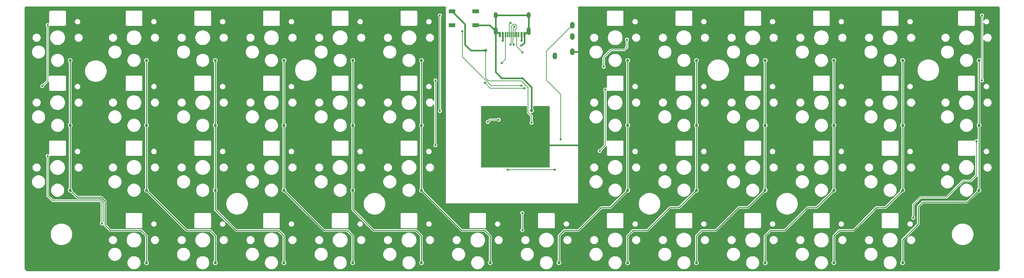
<source format=gbr>
%TF.GenerationSoftware,KiCad,Pcbnew,(5.1.10)-1*%
%TF.CreationDate,2022-05-07T17:57:56+07:00*%
%TF.ProjectId,Onsen48,4f6e7365-6e34-4382-9e6b-696361645f70,rev?*%
%TF.SameCoordinates,Original*%
%TF.FileFunction,Copper,L1,Top*%
%TF.FilePolarity,Positive*%
%FSLAX46Y46*%
G04 Gerber Fmt 4.6, Leading zero omitted, Abs format (unit mm)*
G04 Created by KiCad (PCBNEW (5.1.10)-1) date 2022-05-07 17:57:56*
%MOMM*%
%LPD*%
G01*
G04 APERTURE LIST*
%TA.AperFunction,SMDPad,CuDef*%
%ADD10R,0.600000X1.450000*%
%TD*%
%TA.AperFunction,SMDPad,CuDef*%
%ADD11R,0.300000X1.450000*%
%TD*%
%TA.AperFunction,ComponentPad*%
%ADD12O,1.000000X2.100000*%
%TD*%
%TA.AperFunction,ComponentPad*%
%ADD13O,1.000000X1.600000*%
%TD*%
%TA.AperFunction,SMDPad,CuDef*%
%ADD14R,1.800000X1.100000*%
%TD*%
%TA.AperFunction,ComponentPad*%
%ADD15O,1.200000X1.800000*%
%TD*%
%TA.AperFunction,ViaPad*%
%ADD16C,0.600000*%
%TD*%
%TA.AperFunction,ViaPad*%
%ADD17C,0.800000*%
%TD*%
%TA.AperFunction,Conductor*%
%ADD18C,0.200000*%
%TD*%
%TA.AperFunction,Conductor*%
%ADD19C,0.400000*%
%TD*%
%TA.AperFunction,Conductor*%
%ADD20C,0.250000*%
%TD*%
%TA.AperFunction,Conductor*%
%ADD21C,0.100000*%
%TD*%
G04 APERTURE END LIST*
D10*
%TO.P,USB1,12*%
%TO.N,GND*%
X145775000Y-46195000D03*
%TO.P,USB1,1*%
X152225000Y-46195000D03*
%TO.P,USB1,11*%
%TO.N,VCC*%
X146550000Y-46195000D03*
%TO.P,USB1,2*%
X151450000Y-46195000D03*
D11*
%TO.P,USB1,3*%
%TO.N,N/C*%
X150750000Y-46195000D03*
%TO.P,USB1,10*%
%TO.N,Net-(R1-Pad2)*%
X147250000Y-46195000D03*
%TO.P,USB1,4*%
%TO.N,Net-(R2-Pad2)*%
X150250000Y-46195000D03*
%TO.P,USB1,9*%
%TO.N,N/C*%
X147750000Y-46195000D03*
%TO.P,USB1,5*%
%TO.N,/C-*%
X149750000Y-46195000D03*
%TO.P,USB1,8*%
%TO.N,/C+*%
X148250000Y-46195000D03*
%TO.P,USB1,7*%
%TO.N,/C-*%
X148750000Y-46195000D03*
%TO.P,USB1,6*%
%TO.N,/C+*%
X149250000Y-46195000D03*
D12*
%TO.P,USB1,13*%
%TO.N,GND*%
X153320000Y-45280000D03*
X144680000Y-45280000D03*
D13*
X153320000Y-41100000D03*
X144680000Y-41100000D03*
%TD*%
D14*
%TO.P,SW1,4*%
%TO.N,N/C*%
X133300000Y-43750000D03*
%TO.P,SW1,3*%
X139500000Y-40050000D03*
%TO.P,SW1,2*%
%TO.N,RST*%
X133300000Y-40050000D03*
%TO.P,SW1,1*%
%TO.N,GND*%
X139500000Y-43750000D03*
%TD*%
D15*
%TO.P,J1,4*%
%TO.N,N/C*%
X160200000Y-51800000D03*
%TO.P,J1,3*%
%TO.N,+5V*%
X164800000Y-50700000D03*
%TO.P,J1,2*%
%TO.N,GND*%
X164800000Y-46700000D03*
%TO.P,J1,1*%
%TO.N,DATA*%
X164800000Y-43700000D03*
%TD*%
D16*
%TO.N,Net-(RGB1-Pad4)*%
X27405000Y-43695000D03*
X26000042Y-59670000D03*
%TO.N,Net-(RGB13-Pad2)*%
X27405000Y-77995000D03*
X41570000Y-95670000D03*
%TO.N,Net-(RGB14-Pad2)*%
X254070000Y-94170000D03*
X270595000Y-74105000D03*
%TO.N,Net-(RGB23-Pad4)*%
X128930000Y-58170000D03*
X128930000Y-75170004D03*
%TO.N,Net-(RGB31-Pad2)*%
X173405000Y-60605000D03*
X171930000Y-76670000D03*
%TO.N,Net-(RGB42-Pad2)*%
X272070000Y-58170000D03*
X272070000Y-41170000D03*
D17*
%TO.N,+5V*%
X272070000Y-59670000D03*
X252070000Y-59670000D03*
X180070000Y-59670000D03*
X126070000Y-59670000D03*
X54070000Y-59670000D03*
X34070000Y-59670000D03*
X251970000Y-95670000D03*
X53970000Y-95670000D03*
X264030000Y-75170000D03*
X264030000Y-41170000D03*
X46030000Y-41170000D03*
X26030000Y-41170000D03*
X26030000Y-75170000D03*
X64030000Y-41170000D03*
X82030000Y-41170000D03*
X100030000Y-41170000D03*
X118030000Y-41170000D03*
X172030000Y-41170000D03*
X190030000Y-41170000D03*
X208030000Y-41170000D03*
X226030000Y-41170000D03*
X244030000Y-41170000D03*
X46030000Y-75170000D03*
X64030000Y-75170000D03*
X82030000Y-75170000D03*
X100030000Y-75170000D03*
X118030000Y-75170000D03*
X172030000Y-75170000D03*
X190030000Y-75170000D03*
X208030000Y-75170000D03*
X226030000Y-75170000D03*
X244030000Y-75170000D03*
X71970000Y-95670000D03*
X89970000Y-95670000D03*
X107970000Y-95670000D03*
X125970000Y-95670000D03*
X143970000Y-95670000D03*
X161970000Y-95670000D03*
X179970000Y-95670000D03*
X197970000Y-95670000D03*
X215970000Y-95670000D03*
X233970000Y-95670000D03*
X143600000Y-65700000D03*
X150200000Y-67500000D03*
X142700000Y-76300000D03*
X151000000Y-78900000D03*
X144450000Y-66800002D03*
X155800000Y-68400000D03*
X72070000Y-59670000D03*
X90070000Y-59670000D03*
X108070000Y-59670000D03*
X198070000Y-59670000D03*
X216070000Y-59670000D03*
X234070000Y-59670000D03*
D16*
%TO.N,GND*%
X151400000Y-49100000D03*
X146300000Y-57600000D03*
X151700000Y-57600000D03*
D17*
X154100000Y-66100000D03*
D16*
%TO.N,DIN*%
X130100000Y-66200000D03*
X130100000Y-41170000D03*
%TO.N,DATA*%
X161707109Y-73607119D03*
%TO.N,VCC*%
X151450000Y-47750000D03*
X146575002Y-47750000D03*
%TO.N,Net-(R1-Pad2)*%
X146300000Y-53600000D03*
%TO.N,Net-(R2-Pad2)*%
X151700000Y-50800000D03*
D17*
%TO.N,RST*%
X142100000Y-50300000D03*
D16*
X154100000Y-69300000D03*
%TO.N,/C+*%
X149425000Y-48800000D03*
X149600000Y-44100000D03*
X148600000Y-43100000D03*
%TO.N,/C-*%
X148575000Y-48800000D03*
%TO.N,R0*%
X136000000Y-45300000D03*
X173000000Y-54600000D03*
X179100000Y-47500000D03*
X151500000Y-59600000D03*
%TO.N,R1*%
X141892886Y-58807114D03*
X152265687Y-60200000D03*
%TO.N,R2*%
X160200000Y-81600000D03*
X147799996Y-81600000D03*
%TO.N,R3*%
X151700000Y-92900000D03*
X151700000Y-97400000D03*
D17*
%TO.N,C0*%
X33275000Y-69950000D03*
X33275000Y-86950000D03*
X33275000Y-52950000D03*
X53275000Y-105950000D03*
%TO.N,C1*%
X53275000Y-69950000D03*
X53275000Y-86950000D03*
X53275000Y-52950000D03*
X71275000Y-105950000D03*
%TO.N,C2*%
X89275000Y-105950000D03*
X71275000Y-69950000D03*
X71275000Y-86950000D03*
X71275000Y-52950000D03*
%TO.N,C3*%
X107275000Y-105950000D03*
X89275000Y-69950000D03*
X89275000Y-86950000D03*
X89275000Y-52950000D03*
%TO.N,C4*%
X125275000Y-105950000D03*
X107275000Y-69950000D03*
X107275000Y-86950000D03*
X107275000Y-52950000D03*
%TO.N,C5*%
X143275000Y-105950000D03*
X125275000Y-86950000D03*
X125275000Y-52950000D03*
X125275000Y-69950000D03*
%TO.N,C6*%
X161275000Y-105950000D03*
X179275000Y-69950000D03*
X179275000Y-86950000D03*
X179275000Y-52950000D03*
%TO.N,C7*%
X179275000Y-105950000D03*
X197275000Y-69950000D03*
X197275000Y-86950000D03*
X197275000Y-52950000D03*
%TO.N,C8*%
X197275000Y-105950000D03*
X215275000Y-69950000D03*
X215275000Y-86950000D03*
X215275000Y-52950000D03*
%TO.N,C9*%
X215275000Y-105950000D03*
X233275000Y-69950000D03*
X233275000Y-86950000D03*
X233275000Y-52950000D03*
%TO.N,C10*%
X233275000Y-105950000D03*
X251275000Y-69950000D03*
X251275000Y-86950000D03*
X251275000Y-52950000D03*
%TO.N,C11*%
X271275000Y-69950000D03*
X271275000Y-86950000D03*
X251275000Y-105950000D03*
X271275000Y-52950000D03*
D16*
%TO.N,Net-(R7-Pad2)*%
X142650000Y-69050000D03*
X145500000Y-68500000D03*
%TD*%
D18*
%TO.N,Net-(RGB1-Pad4)*%
X27405000Y-43695000D02*
X27405000Y-58265042D01*
X27405000Y-58265042D02*
X26000042Y-59670000D01*
%TO.N,Net-(RGB13-Pad2)*%
X27405000Y-77995000D02*
X27405000Y-88405000D01*
X41570000Y-90170000D02*
X41100000Y-89700000D01*
X41570000Y-95670000D02*
X41570000Y-90170000D01*
X28700000Y-89700000D02*
X27405000Y-88405000D01*
X41100000Y-89700000D02*
X28700000Y-89700000D01*
%TO.N,Net-(RGB14-Pad2)*%
X254070000Y-94170000D02*
X254070000Y-90730000D01*
X254070000Y-90730000D02*
X256000000Y-88800000D01*
X256000000Y-88800000D02*
X262800000Y-88800000D01*
X270595000Y-74105000D02*
X270595000Y-83005000D01*
X270595000Y-83005000D02*
X269100000Y-84500000D01*
X267100000Y-84500000D02*
X262800000Y-88800000D01*
X269100000Y-84500000D02*
X267100000Y-84500000D01*
%TO.N,Net-(RGB23-Pad4)*%
X128930000Y-58170000D02*
X128930000Y-75170000D01*
%TO.N,Net-(RGB31-Pad2)*%
X173405000Y-60605000D02*
X173405000Y-60605000D01*
X173405000Y-75195000D02*
X173405000Y-60605000D01*
X171930000Y-76670000D02*
X173405000Y-75195000D01*
%TO.N,Net-(RGB42-Pad2)*%
X272070000Y-58170000D02*
X272070000Y-41170000D01*
X272070000Y-41170000D02*
X272070000Y-41170000D01*
D19*
%TO.N,+5V*%
X164800000Y-50700000D02*
X167950000Y-50700000D01*
X172030000Y-75170000D02*
X155430000Y-75170000D01*
%TO.N,GND*%
X143150000Y-43750000D02*
X144680000Y-45280000D01*
X139500000Y-43750000D02*
X143150000Y-43750000D01*
X144680000Y-41100000D02*
X144680000Y-45280000D01*
X144680000Y-41100000D02*
X153320000Y-41100000D01*
X153320000Y-41100000D02*
X153320000Y-45280000D01*
X152225000Y-48275000D02*
X151400000Y-49100000D01*
X152225000Y-46195000D02*
X152225000Y-48275000D01*
X153140000Y-45280000D02*
X152225000Y-46195000D01*
X144860000Y-45280000D02*
X145775000Y-46195000D01*
X146300000Y-57600000D02*
X151700000Y-57600000D01*
X144680000Y-55980000D02*
X146300000Y-57600000D01*
X144680000Y-45280000D02*
X144680000Y-55980000D01*
X154100000Y-60000000D02*
X154100000Y-66100000D01*
X151700000Y-57600000D02*
X154100000Y-60000000D01*
D18*
%TO.N,DIN*%
X130100000Y-41170000D02*
X130100000Y-66200000D01*
%TO.N,DATA*%
X161707109Y-61807109D02*
X161707109Y-73607119D01*
X158000000Y-58100000D02*
X161707109Y-61807109D01*
X158000000Y-50500000D02*
X158000000Y-58100000D01*
X164800000Y-43700000D02*
X158000000Y-50500000D01*
D19*
%TO.N,VCC*%
X151450000Y-46195000D02*
X151450000Y-47750000D01*
X151450000Y-47750000D02*
X151450000Y-47750000D01*
X146575002Y-47750000D02*
X146575002Y-46195000D01*
D18*
%TO.N,Net-(R1-Pad2)*%
X147250000Y-52650000D02*
X146300000Y-53600000D01*
X147250000Y-46195000D02*
X147250000Y-52650000D01*
%TO.N,Net-(R2-Pad2)*%
X150250000Y-49350000D02*
X151700000Y-50800000D01*
X150250000Y-46195000D02*
X150250000Y-49350000D01*
D19*
%TO.N,RST*%
X136700000Y-43450000D02*
X133300000Y-40050000D01*
X136700000Y-48800000D02*
X136700000Y-43450000D01*
X138200000Y-50300000D02*
X136700000Y-48800000D01*
X142100000Y-50300000D02*
X138200000Y-50300000D01*
D18*
X142100000Y-50300000D02*
X142100000Y-57600000D01*
X142100000Y-57600000D02*
X142800000Y-58300000D01*
X142800000Y-58300000D02*
X151400000Y-58300000D01*
X151400000Y-58300000D02*
X153200000Y-60100000D01*
X153200000Y-60100000D02*
X153200000Y-66600000D01*
X154100000Y-67500000D02*
X154100000Y-69300000D01*
X153200000Y-66600000D02*
X154100000Y-67500000D01*
%TO.N,/C+*%
X149225000Y-48600000D02*
X149425000Y-48800000D01*
X149250000Y-47282501D02*
X149225000Y-47307501D01*
X149225000Y-47307501D02*
X149225000Y-48600000D01*
X149250000Y-46195000D02*
X149250000Y-47282501D01*
X149250000Y-44450000D02*
X149600000Y-44100000D01*
X149250000Y-46195000D02*
X149250000Y-44450000D01*
X148250000Y-43450000D02*
X148250000Y-46195000D01*
X148600000Y-43100000D02*
X148250000Y-43450000D01*
%TO.N,/C-*%
X148775000Y-47307501D02*
X148775000Y-48600000D01*
X148775000Y-48600000D02*
X148575000Y-48800000D01*
X148750000Y-46195000D02*
X148750000Y-47282501D01*
X148750000Y-47282501D02*
X148775000Y-47307501D01*
X149750000Y-44950000D02*
X149750000Y-46195000D01*
X150200001Y-44499999D02*
X149750000Y-44950000D01*
X150200001Y-43811999D02*
X150200001Y-44499999D01*
X149888001Y-43499999D02*
X150200001Y-43811999D01*
X148750000Y-44061998D02*
X149311999Y-43499999D01*
X149311999Y-43499999D02*
X149888001Y-43499999D01*
X148750000Y-46195000D02*
X148750000Y-44061998D01*
%TO.N,R0*%
X179100000Y-47500000D02*
X179100000Y-49500000D01*
X179100000Y-49500000D02*
X178400000Y-50200000D01*
X178400000Y-50200000D02*
X174900000Y-50200000D01*
X173000000Y-52100000D02*
X173000000Y-54600000D01*
X174900000Y-50200000D02*
X173000000Y-52100000D01*
X136000000Y-45300000D02*
X136000000Y-52065699D01*
X136000000Y-52065699D02*
X143534301Y-59600000D01*
X143534301Y-59600000D02*
X151500000Y-59600000D01*
%TO.N,R1*%
X143285772Y-60200000D02*
X152265687Y-60200000D01*
X141892886Y-58807114D02*
X143285772Y-60200000D01*
%TO.N,R2*%
X160200000Y-81600000D02*
X159775736Y-81600000D01*
X159775736Y-81600000D02*
X147799996Y-81600000D01*
%TO.N,R3*%
X151700000Y-92900000D02*
X151700000Y-97400000D01*
D20*
%TO.N,C0*%
X33275000Y-69950000D02*
X33275000Y-86950000D01*
X33275000Y-52950000D02*
X33275000Y-69950000D01*
X43775000Y-97450000D02*
X51850000Y-97450000D01*
X53275000Y-98875000D02*
X53275000Y-105950000D01*
X51850000Y-97450000D02*
X53275000Y-98875000D01*
X33275000Y-86950000D02*
X35125000Y-88800000D01*
X35125000Y-88800000D02*
X41400000Y-88800000D01*
X41400000Y-88800000D02*
X42400000Y-89800000D01*
X42400000Y-96075000D02*
X43775000Y-97450000D01*
X42400000Y-89800000D02*
X42400000Y-96075000D01*
%TO.N,C1*%
X53275000Y-69950000D02*
X53275000Y-86950000D01*
X53275000Y-52950000D02*
X53275000Y-69950000D01*
X71275000Y-98875000D02*
X71275000Y-105950000D01*
X69850000Y-97450000D02*
X71275000Y-98875000D01*
X63775000Y-97450000D02*
X53275000Y-86950000D01*
X69850000Y-97450000D02*
X63775000Y-97450000D01*
%TO.N,C2*%
X71275000Y-69950000D02*
X71275000Y-86950000D01*
X71275000Y-52950000D02*
X71275000Y-69950000D01*
X71275000Y-91975000D02*
X71275000Y-86950000D01*
X76750000Y-97450000D02*
X71275000Y-91975000D01*
X87850000Y-97450000D02*
X76750000Y-97450000D01*
X89275000Y-98875000D02*
X87850000Y-97450000D01*
X89275000Y-105950000D02*
X89275000Y-98875000D01*
%TO.N,C3*%
X107275000Y-98875000D02*
X107275000Y-105950000D01*
X105850000Y-97450000D02*
X107275000Y-98875000D01*
X89275000Y-69950000D02*
X89275000Y-86950000D01*
X89275000Y-52950000D02*
X89275000Y-69950000D01*
X99775000Y-97450000D02*
X89275000Y-86950000D01*
X105850000Y-97450000D02*
X99775000Y-97450000D01*
%TO.N,C4*%
X107275000Y-69950000D02*
X107275000Y-86950000D01*
X107275000Y-52950000D02*
X107275000Y-69950000D01*
X107275000Y-92025000D02*
X107275000Y-86950000D01*
X112700000Y-97450000D02*
X107275000Y-92025000D01*
X123850000Y-97450000D02*
X112700000Y-97450000D01*
X125275000Y-98875000D02*
X123850000Y-97450000D01*
X125275000Y-105950000D02*
X125275000Y-98875000D01*
%TO.N,C5*%
X143275000Y-98875000D02*
X143275000Y-105950000D01*
X141850000Y-97450000D02*
X143275000Y-98875000D01*
X125275000Y-69950000D02*
X125275000Y-86950000D01*
X125275000Y-52950000D02*
X125275000Y-69950000D01*
X135775000Y-97450000D02*
X125275000Y-86950000D01*
X141850000Y-97450000D02*
X135775000Y-97450000D01*
%TO.N,C6*%
X161275000Y-98875000D02*
X161275000Y-105950000D01*
X179275000Y-69950000D02*
X179275000Y-86950000D01*
X179275000Y-52950000D02*
X179275000Y-69950000D01*
X161275000Y-98875000D02*
X162700000Y-97450000D01*
X162700000Y-97450000D02*
X166400000Y-97450000D01*
X166400000Y-97450000D02*
X172350000Y-91500000D01*
X174725000Y-91500000D02*
X179275000Y-86950000D01*
X172350000Y-91500000D02*
X174725000Y-91500000D01*
%TO.N,C7*%
X179275000Y-98875000D02*
X179275000Y-105950000D01*
X184400000Y-97450000D02*
X190350000Y-91500000D01*
X180700000Y-97450000D02*
X184400000Y-97450000D01*
X192725000Y-91500000D02*
X197275000Y-86950000D01*
X190350000Y-91500000D02*
X192725000Y-91500000D01*
X179275000Y-98875000D02*
X180700000Y-97450000D01*
X197275000Y-69950000D02*
X197275000Y-86950000D01*
X197275000Y-52950000D02*
X197275000Y-69950000D01*
%TO.N,C8*%
X197275000Y-98875000D02*
X197275000Y-105950000D01*
X202400000Y-97450000D02*
X208350000Y-91500000D01*
X198700000Y-97450000D02*
X202400000Y-97450000D01*
X210725000Y-91500000D02*
X215275000Y-86950000D01*
X208350000Y-91500000D02*
X210725000Y-91500000D01*
X197275000Y-98875000D02*
X198700000Y-97450000D01*
X215275000Y-69950000D02*
X215275000Y-86950000D01*
X215275000Y-52950000D02*
X215275000Y-69950000D01*
%TO.N,C9*%
X215275000Y-98875000D02*
X215275000Y-105950000D01*
X220400000Y-97450000D02*
X226350000Y-91500000D01*
X216700000Y-97450000D02*
X220400000Y-97450000D01*
X228725000Y-91500000D02*
X233275000Y-86950000D01*
X226350000Y-91500000D02*
X228725000Y-91500000D01*
X215275000Y-98875000D02*
X216700000Y-97450000D01*
X233275000Y-69950000D02*
X233275000Y-86950000D01*
X233275000Y-52950000D02*
X233275000Y-69950000D01*
%TO.N,C10*%
X233275000Y-98875000D02*
X233275000Y-105950000D01*
X238400000Y-97450000D02*
X244350000Y-91500000D01*
X234700000Y-97450000D02*
X238400000Y-97450000D01*
X246725000Y-91500000D02*
X251275000Y-86950000D01*
X244350000Y-91500000D02*
X246725000Y-91500000D01*
X233275000Y-98875000D02*
X234700000Y-97450000D01*
X251275000Y-69950000D02*
X251275000Y-86950000D01*
X251275000Y-52950000D02*
X251275000Y-69950000D01*
%TO.N,C11*%
X271275000Y-69950000D02*
X271275000Y-86950000D01*
X271275000Y-52950000D02*
X271275000Y-69950000D01*
X268205000Y-90020000D02*
X271275000Y-86950000D01*
X255400000Y-95800000D02*
X255400000Y-91220000D01*
X255400000Y-91220000D02*
X256600000Y-90020000D01*
X251275000Y-99925000D02*
X255400000Y-95800000D01*
X256600000Y-90020000D02*
X268205000Y-90020000D01*
X251275000Y-105950000D02*
X251275000Y-99925000D01*
D18*
%TO.N,Net-(R7-Pad2)*%
X143200000Y-68500000D02*
X142650000Y-69050000D01*
X145500000Y-68500000D02*
X143200000Y-68500000D01*
%TD*%
%TO.N,+5V*%
X131600000Y-90350000D02*
X131601921Y-90369509D01*
X131607612Y-90388268D01*
X131616853Y-90405557D01*
X131629289Y-90420711D01*
X131644443Y-90433147D01*
X131661732Y-90442388D01*
X131680491Y-90448079D01*
X131700000Y-90450000D01*
X166300000Y-90450000D01*
X166319509Y-90448079D01*
X166338268Y-90442388D01*
X166355557Y-90433147D01*
X166370711Y-90420711D01*
X166383147Y-90405557D01*
X166392388Y-90388268D01*
X166398079Y-90369509D01*
X166400000Y-90350000D01*
X166400000Y-86772716D01*
X174200000Y-86772716D01*
X174200000Y-87127284D01*
X174269173Y-87475041D01*
X174404861Y-87802620D01*
X174601849Y-88097433D01*
X174852567Y-88348151D01*
X175147380Y-88545139D01*
X175474959Y-88680827D01*
X175822716Y-88750000D01*
X176177284Y-88750000D01*
X176525041Y-88680827D01*
X176852620Y-88545139D01*
X177147433Y-88348151D01*
X177398151Y-88097433D01*
X177595139Y-87802620D01*
X177730827Y-87475041D01*
X177800000Y-87127284D01*
X177800000Y-86772716D01*
X177730827Y-86424959D01*
X177595139Y-86097380D01*
X177398151Y-85802567D01*
X177147433Y-85551849D01*
X176852620Y-85354861D01*
X176525041Y-85219173D01*
X176177284Y-85150000D01*
X175822716Y-85150000D01*
X175474959Y-85219173D01*
X175147380Y-85354861D01*
X174852567Y-85551849D01*
X174601849Y-85802567D01*
X174404861Y-86097380D01*
X174269173Y-86424959D01*
X174200000Y-86772716D01*
X166400000Y-86772716D01*
X166400000Y-84572716D01*
X169200000Y-84572716D01*
X169200000Y-84927284D01*
X169269173Y-85275041D01*
X169404861Y-85602620D01*
X169601849Y-85897433D01*
X169852567Y-86148151D01*
X170147380Y-86345139D01*
X170474959Y-86480827D01*
X170822716Y-86550000D01*
X171177284Y-86550000D01*
X171525041Y-86480827D01*
X171852620Y-86345139D01*
X172147433Y-86148151D01*
X172398151Y-85897433D01*
X172595139Y-85602620D01*
X172730827Y-85275041D01*
X172800000Y-84927284D01*
X172800000Y-84572716D01*
X172730827Y-84224959D01*
X172595139Y-83897380D01*
X172398151Y-83602567D01*
X172147433Y-83351849D01*
X171852620Y-83154861D01*
X171525041Y-83019173D01*
X171177284Y-82950000D01*
X170822716Y-82950000D01*
X170474959Y-83019173D01*
X170147380Y-83154861D01*
X169852567Y-83351849D01*
X169601849Y-83602567D01*
X169404861Y-83897380D01*
X169269173Y-84224959D01*
X169200000Y-84572716D01*
X166400000Y-84572716D01*
X166400000Y-80886646D01*
X169349100Y-80886646D01*
X169349100Y-81113354D01*
X169393328Y-81335705D01*
X169480085Y-81545156D01*
X169606037Y-81733656D01*
X169766344Y-81893963D01*
X169954844Y-82019915D01*
X170164295Y-82106672D01*
X170386646Y-82150900D01*
X170613354Y-82150900D01*
X170835705Y-82106672D01*
X171045156Y-82019915D01*
X171233656Y-81893963D01*
X171393963Y-81733656D01*
X171519915Y-81545156D01*
X171606672Y-81335705D01*
X171650900Y-81113354D01*
X171650900Y-80886646D01*
X171633982Y-80801589D01*
X173985500Y-80801589D01*
X173985500Y-81198411D01*
X174062916Y-81587608D01*
X174214774Y-81954223D01*
X174435236Y-82284169D01*
X174715831Y-82564764D01*
X175045777Y-82785226D01*
X175412392Y-82937084D01*
X175801589Y-83014500D01*
X176198411Y-83014500D01*
X176587608Y-82937084D01*
X176954223Y-82785226D01*
X177284169Y-82564764D01*
X177564764Y-82284169D01*
X177785226Y-81954223D01*
X177937084Y-81587608D01*
X178014500Y-81198411D01*
X178014500Y-80801589D01*
X177937084Y-80412392D01*
X177785226Y-80045777D01*
X177564764Y-79715831D01*
X177284169Y-79435236D01*
X176954223Y-79214774D01*
X176587608Y-79062916D01*
X176198411Y-78985500D01*
X175801589Y-78985500D01*
X175412392Y-79062916D01*
X175045777Y-79214774D01*
X174715831Y-79435236D01*
X174435236Y-79715831D01*
X174214774Y-80045777D01*
X174062916Y-80412392D01*
X173985500Y-80801589D01*
X171633982Y-80801589D01*
X171606672Y-80664295D01*
X171519915Y-80454844D01*
X171393963Y-80266344D01*
X171233656Y-80106037D01*
X171045156Y-79980085D01*
X170835705Y-79893328D01*
X170613354Y-79849100D01*
X170386646Y-79849100D01*
X170164295Y-79893328D01*
X169954844Y-79980085D01*
X169766344Y-80106037D01*
X169606037Y-80266344D01*
X169480085Y-80454844D01*
X169393328Y-80664295D01*
X169349100Y-80886646D01*
X166400000Y-80886646D01*
X166400000Y-76610905D01*
X171330000Y-76610905D01*
X171330000Y-76729095D01*
X171353058Y-76845014D01*
X171398287Y-76954207D01*
X171463950Y-77052478D01*
X171547522Y-77136050D01*
X171645793Y-77201713D01*
X171754986Y-77246942D01*
X171870905Y-77270000D01*
X171989095Y-77270000D01*
X172105014Y-77246942D01*
X172214207Y-77201713D01*
X172312478Y-77136050D01*
X172396050Y-77052478D01*
X172461713Y-76954207D01*
X172506942Y-76845014D01*
X172530000Y-76729095D01*
X172530000Y-76635685D01*
X173673954Y-75491732D01*
X173689211Y-75479211D01*
X173725001Y-75435601D01*
X173725000Y-77601581D01*
X173723186Y-77620000D01*
X173730426Y-77693513D01*
X173751869Y-77764200D01*
X173786691Y-77829347D01*
X173796408Y-77841187D01*
X173833552Y-77886448D01*
X173890653Y-77933309D01*
X173955800Y-77968131D01*
X174026487Y-77989574D01*
X174100000Y-77996814D01*
X174118419Y-77995000D01*
X177881581Y-77995000D01*
X177900000Y-77996814D01*
X177918419Y-77995000D01*
X177973513Y-77989574D01*
X178044200Y-77968131D01*
X178109347Y-77933309D01*
X178166448Y-77886448D01*
X178213309Y-77829347D01*
X178248131Y-77764200D01*
X178269574Y-77693513D01*
X178276814Y-77620000D01*
X178275000Y-77601581D01*
X178275000Y-74238419D01*
X178276814Y-74220000D01*
X178269574Y-74146487D01*
X178248131Y-74075800D01*
X178213309Y-74010653D01*
X178166448Y-73953552D01*
X178109347Y-73906691D01*
X178044200Y-73871869D01*
X177973513Y-73850426D01*
X177918419Y-73845000D01*
X177900000Y-73843186D01*
X177881581Y-73845000D01*
X174118419Y-73845000D01*
X174100000Y-73843186D01*
X174081581Y-73845000D01*
X174026487Y-73850426D01*
X173955800Y-73871869D01*
X173890653Y-73906691D01*
X173833552Y-73953552D01*
X173805000Y-73988343D01*
X173805000Y-69772716D01*
X174200000Y-69772716D01*
X174200000Y-70127284D01*
X174269173Y-70475041D01*
X174404861Y-70802620D01*
X174601849Y-71097433D01*
X174852567Y-71348151D01*
X175147380Y-71545139D01*
X175474959Y-71680827D01*
X175822716Y-71750000D01*
X176177284Y-71750000D01*
X176525041Y-71680827D01*
X176852620Y-71545139D01*
X177147433Y-71348151D01*
X177398151Y-71097433D01*
X177595139Y-70802620D01*
X177730827Y-70475041D01*
X177800000Y-70127284D01*
X177800000Y-69772716D01*
X177730827Y-69424959D01*
X177595139Y-69097380D01*
X177398151Y-68802567D01*
X177147433Y-68551849D01*
X176852620Y-68354861D01*
X176525041Y-68219173D01*
X176177284Y-68150000D01*
X175822716Y-68150000D01*
X175474959Y-68219173D01*
X175147380Y-68354861D01*
X174852567Y-68551849D01*
X174601849Y-68802567D01*
X174404861Y-69097380D01*
X174269173Y-69424959D01*
X174200000Y-69772716D01*
X173805000Y-69772716D01*
X173805000Y-63801589D01*
X173985500Y-63801589D01*
X173985500Y-64198411D01*
X174062916Y-64587608D01*
X174214774Y-64954223D01*
X174435236Y-65284169D01*
X174715831Y-65564764D01*
X175045777Y-65785226D01*
X175412392Y-65937084D01*
X175801589Y-66014500D01*
X176198411Y-66014500D01*
X176587608Y-65937084D01*
X176954223Y-65785226D01*
X177284169Y-65564764D01*
X177564764Y-65284169D01*
X177785226Y-64954223D01*
X177937084Y-64587608D01*
X178014500Y-64198411D01*
X178014500Y-63801589D01*
X177937084Y-63412392D01*
X177785226Y-63045777D01*
X177564764Y-62715831D01*
X177284169Y-62435236D01*
X176954223Y-62214774D01*
X176587608Y-62062916D01*
X176198411Y-61985500D01*
X175801589Y-61985500D01*
X175412392Y-62062916D01*
X175045777Y-62214774D01*
X174715831Y-62435236D01*
X174435236Y-62715831D01*
X174214774Y-63045777D01*
X174062916Y-63412392D01*
X173985500Y-63801589D01*
X173805000Y-63801589D01*
X173805000Y-61053528D01*
X173871050Y-60987478D01*
X173902878Y-60939844D01*
X173955800Y-60968131D01*
X174026487Y-60989574D01*
X174100000Y-60996814D01*
X174118419Y-60995000D01*
X177881581Y-60995000D01*
X177900000Y-60996814D01*
X177918419Y-60995000D01*
X177973513Y-60989574D01*
X178044200Y-60968131D01*
X178109347Y-60933309D01*
X178166448Y-60886448D01*
X178213309Y-60829347D01*
X178248131Y-60764200D01*
X178269574Y-60693513D01*
X178276814Y-60620000D01*
X178275000Y-60601581D01*
X178275000Y-57238419D01*
X178276814Y-57220000D01*
X178269574Y-57146487D01*
X178248131Y-57075800D01*
X178213309Y-57010653D01*
X178166448Y-56953552D01*
X178109347Y-56906691D01*
X178044200Y-56871869D01*
X177973513Y-56850426D01*
X177918419Y-56845000D01*
X177900000Y-56843186D01*
X177881581Y-56845000D01*
X174118419Y-56845000D01*
X174100000Y-56843186D01*
X174081581Y-56845000D01*
X174026487Y-56850426D01*
X173955800Y-56871869D01*
X173890653Y-56906691D01*
X173833552Y-56953552D01*
X173786691Y-57010653D01*
X173751869Y-57075800D01*
X173730426Y-57146487D01*
X173723186Y-57220000D01*
X173725001Y-57238429D01*
X173725000Y-60097203D01*
X173689207Y-60073287D01*
X173580014Y-60028058D01*
X173464095Y-60005000D01*
X173345905Y-60005000D01*
X173229986Y-60028058D01*
X173120793Y-60073287D01*
X173022522Y-60138950D01*
X172938950Y-60222522D01*
X172873287Y-60320793D01*
X172828058Y-60429986D01*
X172805000Y-60545905D01*
X172805000Y-60664095D01*
X172828058Y-60780014D01*
X172873287Y-60889207D01*
X172938950Y-60987478D01*
X173005001Y-61053529D01*
X173005000Y-75029314D01*
X171964315Y-76070000D01*
X171870905Y-76070000D01*
X171754986Y-76093058D01*
X171645793Y-76138287D01*
X171547522Y-76203950D01*
X171463950Y-76287522D01*
X171398287Y-76385793D01*
X171353058Y-76494986D01*
X171330000Y-76610905D01*
X166400000Y-76610905D01*
X166400000Y-67572716D01*
X169200000Y-67572716D01*
X169200000Y-67927284D01*
X169269173Y-68275041D01*
X169404861Y-68602620D01*
X169601849Y-68897433D01*
X169852567Y-69148151D01*
X170147380Y-69345139D01*
X170474959Y-69480827D01*
X170822716Y-69550000D01*
X171177284Y-69550000D01*
X171525041Y-69480827D01*
X171852620Y-69345139D01*
X172147433Y-69148151D01*
X172398151Y-68897433D01*
X172595139Y-68602620D01*
X172730827Y-68275041D01*
X172800000Y-67927284D01*
X172800000Y-67572716D01*
X172730827Y-67224959D01*
X172595139Y-66897380D01*
X172398151Y-66602567D01*
X172147433Y-66351849D01*
X171852620Y-66154861D01*
X171525041Y-66019173D01*
X171177284Y-65950000D01*
X170822716Y-65950000D01*
X170474959Y-66019173D01*
X170147380Y-66154861D01*
X169852567Y-66351849D01*
X169601849Y-66602567D01*
X169404861Y-66897380D01*
X169269173Y-67224959D01*
X169200000Y-67572716D01*
X166400000Y-67572716D01*
X166400000Y-63886646D01*
X169349100Y-63886646D01*
X169349100Y-64113354D01*
X169393328Y-64335705D01*
X169480085Y-64545156D01*
X169606037Y-64733656D01*
X169766344Y-64893963D01*
X169954844Y-65019915D01*
X170164295Y-65106672D01*
X170386646Y-65150900D01*
X170613354Y-65150900D01*
X170835705Y-65106672D01*
X171045156Y-65019915D01*
X171233656Y-64893963D01*
X171393963Y-64733656D01*
X171519915Y-64545156D01*
X171606672Y-64335705D01*
X171650900Y-64113354D01*
X171650900Y-63886646D01*
X171606672Y-63664295D01*
X171519915Y-63454844D01*
X171393963Y-63266344D01*
X171233656Y-63106037D01*
X171045156Y-62980085D01*
X170835705Y-62893328D01*
X170613354Y-62849100D01*
X170386646Y-62849100D01*
X170164295Y-62893328D01*
X169954844Y-62980085D01*
X169766344Y-63106037D01*
X169606037Y-63266344D01*
X169480085Y-63454844D01*
X169393328Y-63664295D01*
X169349100Y-63886646D01*
X166400000Y-63886646D01*
X166400000Y-54540905D01*
X172400000Y-54540905D01*
X172400000Y-54659095D01*
X172423058Y-54775014D01*
X172468287Y-54884207D01*
X172533950Y-54982478D01*
X172617522Y-55066050D01*
X172715793Y-55131713D01*
X172824986Y-55176942D01*
X172940905Y-55200000D01*
X173059095Y-55200000D01*
X173175014Y-55176942D01*
X173284207Y-55131713D01*
X173382478Y-55066050D01*
X173466050Y-54982478D01*
X173531713Y-54884207D01*
X173576942Y-54775014D01*
X173600000Y-54659095D01*
X173600000Y-54540905D01*
X173576942Y-54424986D01*
X173531713Y-54315793D01*
X173466050Y-54217522D01*
X173400000Y-54151472D01*
X173400000Y-52772716D01*
X174200000Y-52772716D01*
X174200000Y-53127284D01*
X174269173Y-53475041D01*
X174404861Y-53802620D01*
X174601849Y-54097433D01*
X174852567Y-54348151D01*
X175147380Y-54545139D01*
X175474959Y-54680827D01*
X175822716Y-54750000D01*
X176177284Y-54750000D01*
X176525041Y-54680827D01*
X176852620Y-54545139D01*
X177147433Y-54348151D01*
X177398151Y-54097433D01*
X177595139Y-53802620D01*
X177730827Y-53475041D01*
X177800000Y-53127284D01*
X177800000Y-52772716D01*
X177730827Y-52424959D01*
X177595139Y-52097380D01*
X177398151Y-51802567D01*
X177147433Y-51551849D01*
X176852620Y-51354861D01*
X176525041Y-51219173D01*
X176177284Y-51150000D01*
X175822716Y-51150000D01*
X175474959Y-51219173D01*
X175147380Y-51354861D01*
X174852567Y-51551849D01*
X174601849Y-51802567D01*
X174404861Y-52097380D01*
X174269173Y-52424959D01*
X174200000Y-52772716D01*
X173400000Y-52772716D01*
X173400000Y-52265685D01*
X175065686Y-50600000D01*
X178380354Y-50600000D01*
X178400000Y-50601935D01*
X178419646Y-50600000D01*
X178419647Y-50600000D01*
X178478414Y-50594212D01*
X178549277Y-50572716D01*
X187200000Y-50572716D01*
X187200000Y-50927284D01*
X187269173Y-51275041D01*
X187404861Y-51602620D01*
X187601849Y-51897433D01*
X187852567Y-52148151D01*
X188147380Y-52345139D01*
X188474959Y-52480827D01*
X188822716Y-52550000D01*
X189177284Y-52550000D01*
X189525041Y-52480827D01*
X189852620Y-52345139D01*
X190147433Y-52148151D01*
X190398151Y-51897433D01*
X190595139Y-51602620D01*
X190730827Y-51275041D01*
X190800000Y-50927284D01*
X190800000Y-50572716D01*
X205200000Y-50572716D01*
X205200000Y-50927284D01*
X205269173Y-51275041D01*
X205404861Y-51602620D01*
X205601849Y-51897433D01*
X205852567Y-52148151D01*
X206147380Y-52345139D01*
X206474959Y-52480827D01*
X206822716Y-52550000D01*
X207177284Y-52550000D01*
X207525041Y-52480827D01*
X207852620Y-52345139D01*
X208147433Y-52148151D01*
X208398151Y-51897433D01*
X208595139Y-51602620D01*
X208730827Y-51275041D01*
X208800000Y-50927284D01*
X208800000Y-50572716D01*
X223200000Y-50572716D01*
X223200000Y-50927284D01*
X223269173Y-51275041D01*
X223404861Y-51602620D01*
X223601849Y-51897433D01*
X223852567Y-52148151D01*
X224147380Y-52345139D01*
X224474959Y-52480827D01*
X224822716Y-52550000D01*
X225177284Y-52550000D01*
X225525041Y-52480827D01*
X225852620Y-52345139D01*
X226147433Y-52148151D01*
X226398151Y-51897433D01*
X226595139Y-51602620D01*
X226730827Y-51275041D01*
X226800000Y-50927284D01*
X226800000Y-50572716D01*
X241200000Y-50572716D01*
X241200000Y-50927284D01*
X241269173Y-51275041D01*
X241404861Y-51602620D01*
X241601849Y-51897433D01*
X241852567Y-52148151D01*
X242147380Y-52345139D01*
X242474959Y-52480827D01*
X242822716Y-52550000D01*
X243177284Y-52550000D01*
X243525041Y-52480827D01*
X243852620Y-52345139D01*
X244147433Y-52148151D01*
X244398151Y-51897433D01*
X244595139Y-51602620D01*
X244730827Y-51275041D01*
X244800000Y-50927284D01*
X244800000Y-50572716D01*
X261200000Y-50572716D01*
X261200000Y-50927284D01*
X261269173Y-51275041D01*
X261404861Y-51602620D01*
X261601849Y-51897433D01*
X261852567Y-52148151D01*
X262147380Y-52345139D01*
X262474959Y-52480827D01*
X262822716Y-52550000D01*
X263177284Y-52550000D01*
X263525041Y-52480827D01*
X263852620Y-52345139D01*
X264147433Y-52148151D01*
X264398151Y-51897433D01*
X264595139Y-51602620D01*
X264730827Y-51275041D01*
X264800000Y-50927284D01*
X264800000Y-50572716D01*
X264730827Y-50224959D01*
X264595139Y-49897380D01*
X264398151Y-49602567D01*
X264147433Y-49351849D01*
X263852620Y-49154861D01*
X263525041Y-49019173D01*
X263177284Y-48950000D01*
X262822716Y-48950000D01*
X262474959Y-49019173D01*
X262147380Y-49154861D01*
X261852567Y-49351849D01*
X261601849Y-49602567D01*
X261404861Y-49897380D01*
X261269173Y-50224959D01*
X261200000Y-50572716D01*
X244800000Y-50572716D01*
X244730827Y-50224959D01*
X244595139Y-49897380D01*
X244398151Y-49602567D01*
X244147433Y-49351849D01*
X243852620Y-49154861D01*
X243525041Y-49019173D01*
X243177284Y-48950000D01*
X242822716Y-48950000D01*
X242474959Y-49019173D01*
X242147380Y-49154861D01*
X241852567Y-49351849D01*
X241601849Y-49602567D01*
X241404861Y-49897380D01*
X241269173Y-50224959D01*
X241200000Y-50572716D01*
X226800000Y-50572716D01*
X226730827Y-50224959D01*
X226595139Y-49897380D01*
X226398151Y-49602567D01*
X226147433Y-49351849D01*
X225852620Y-49154861D01*
X225525041Y-49019173D01*
X225177284Y-48950000D01*
X224822716Y-48950000D01*
X224474959Y-49019173D01*
X224147380Y-49154861D01*
X223852567Y-49351849D01*
X223601849Y-49602567D01*
X223404861Y-49897380D01*
X223269173Y-50224959D01*
X223200000Y-50572716D01*
X208800000Y-50572716D01*
X208730827Y-50224959D01*
X208595139Y-49897380D01*
X208398151Y-49602567D01*
X208147433Y-49351849D01*
X207852620Y-49154861D01*
X207525041Y-49019173D01*
X207177284Y-48950000D01*
X206822716Y-48950000D01*
X206474959Y-49019173D01*
X206147380Y-49154861D01*
X205852567Y-49351849D01*
X205601849Y-49602567D01*
X205404861Y-49897380D01*
X205269173Y-50224959D01*
X205200000Y-50572716D01*
X190800000Y-50572716D01*
X190730827Y-50224959D01*
X190595139Y-49897380D01*
X190398151Y-49602567D01*
X190147433Y-49351849D01*
X189852620Y-49154861D01*
X189525041Y-49019173D01*
X189177284Y-48950000D01*
X188822716Y-48950000D01*
X188474959Y-49019173D01*
X188147380Y-49154861D01*
X187852567Y-49351849D01*
X187601849Y-49602567D01*
X187404861Y-49897380D01*
X187269173Y-50224959D01*
X187200000Y-50572716D01*
X178549277Y-50572716D01*
X178553814Y-50571340D01*
X178623303Y-50534197D01*
X178684211Y-50484211D01*
X178696737Y-50468948D01*
X179368948Y-49796737D01*
X179384211Y-49784211D01*
X179434197Y-49723303D01*
X179471340Y-49653814D01*
X179494212Y-49578414D01*
X179500000Y-49519647D01*
X179500000Y-49519637D01*
X179501934Y-49500001D01*
X179500000Y-49480365D01*
X179500000Y-47948528D01*
X179566050Y-47882478D01*
X179631713Y-47784207D01*
X179676942Y-47675014D01*
X179700000Y-47559095D01*
X179700000Y-47440905D01*
X179676942Y-47324986D01*
X179631713Y-47215793D01*
X179566050Y-47117522D01*
X179482478Y-47033950D01*
X179384207Y-46968287D01*
X179275014Y-46923058D01*
X179159095Y-46900000D01*
X179040905Y-46900000D01*
X178924986Y-46923058D01*
X178815793Y-46968287D01*
X178717522Y-47033950D01*
X178633950Y-47117522D01*
X178568287Y-47215793D01*
X178523058Y-47324986D01*
X178500000Y-47440905D01*
X178500000Y-47559095D01*
X178523058Y-47675014D01*
X178568287Y-47784207D01*
X178633950Y-47882478D01*
X178700000Y-47948528D01*
X178700001Y-49334314D01*
X178234315Y-49800000D01*
X174919647Y-49800000D01*
X174900000Y-49798065D01*
X174821586Y-49805788D01*
X174746186Y-49828660D01*
X174676697Y-49865803D01*
X174631049Y-49903265D01*
X174631047Y-49903267D01*
X174615789Y-49915789D01*
X174603267Y-49931047D01*
X172731052Y-51803263D01*
X172715789Y-51815789D01*
X172665803Y-51876698D01*
X172628660Y-51946187D01*
X172616193Y-51987286D01*
X172605788Y-52021587D01*
X172598065Y-52100000D01*
X172600000Y-52119647D01*
X172600001Y-54151471D01*
X172533950Y-54217522D01*
X172468287Y-54315793D01*
X172423058Y-54424986D01*
X172400000Y-54540905D01*
X166400000Y-54540905D01*
X166400000Y-50572716D01*
X169200000Y-50572716D01*
X169200000Y-50927284D01*
X169269173Y-51275041D01*
X169404861Y-51602620D01*
X169601849Y-51897433D01*
X169852567Y-52148151D01*
X170147380Y-52345139D01*
X170474959Y-52480827D01*
X170822716Y-52550000D01*
X171177284Y-52550000D01*
X171525041Y-52480827D01*
X171852620Y-52345139D01*
X172147433Y-52148151D01*
X172398151Y-51897433D01*
X172595139Y-51602620D01*
X172730827Y-51275041D01*
X172800000Y-50927284D01*
X172800000Y-50572716D01*
X172730827Y-50224959D01*
X172595139Y-49897380D01*
X172398151Y-49602567D01*
X172147433Y-49351849D01*
X171852620Y-49154861D01*
X171525041Y-49019173D01*
X171177284Y-48950000D01*
X170822716Y-48950000D01*
X170474959Y-49019173D01*
X170147380Y-49154861D01*
X169852567Y-49351849D01*
X169601849Y-49602567D01*
X169404861Y-49897380D01*
X169269173Y-50224959D01*
X169200000Y-50572716D01*
X166400000Y-50572716D01*
X166400000Y-46886646D01*
X169349100Y-46886646D01*
X169349100Y-47113354D01*
X169393328Y-47335705D01*
X169480085Y-47545156D01*
X169606037Y-47733656D01*
X169766344Y-47893963D01*
X169954844Y-48019915D01*
X170164295Y-48106672D01*
X170386646Y-48150900D01*
X170613354Y-48150900D01*
X170835705Y-48106672D01*
X171045156Y-48019915D01*
X171233656Y-47893963D01*
X171393963Y-47733656D01*
X171519915Y-47545156D01*
X171606672Y-47335705D01*
X171650900Y-47113354D01*
X171650900Y-46886646D01*
X171633982Y-46801589D01*
X173985500Y-46801589D01*
X173985500Y-47198411D01*
X174062916Y-47587608D01*
X174214774Y-47954223D01*
X174435236Y-48284169D01*
X174715831Y-48564764D01*
X175045777Y-48785226D01*
X175412392Y-48937084D01*
X175801589Y-49014500D01*
X176198411Y-49014500D01*
X176587608Y-48937084D01*
X176954223Y-48785226D01*
X177284169Y-48564764D01*
X177564764Y-48284169D01*
X177785226Y-47954223D01*
X177937084Y-47587608D01*
X178014500Y-47198411D01*
X178014500Y-46886646D01*
X180349100Y-46886646D01*
X180349100Y-47113354D01*
X180393328Y-47335705D01*
X180480085Y-47545156D01*
X180606037Y-47733656D01*
X180766344Y-47893963D01*
X180954844Y-48019915D01*
X181164295Y-48106672D01*
X181386646Y-48150900D01*
X181613354Y-48150900D01*
X181835705Y-48106672D01*
X182045156Y-48019915D01*
X182233656Y-47893963D01*
X182393963Y-47733656D01*
X182519915Y-47545156D01*
X182606672Y-47335705D01*
X182650900Y-47113354D01*
X182650900Y-46886646D01*
X187349100Y-46886646D01*
X187349100Y-47113354D01*
X187393328Y-47335705D01*
X187480085Y-47545156D01*
X187606037Y-47733656D01*
X187766344Y-47893963D01*
X187954844Y-48019915D01*
X188164295Y-48106672D01*
X188386646Y-48150900D01*
X188613354Y-48150900D01*
X188835705Y-48106672D01*
X189045156Y-48019915D01*
X189233656Y-47893963D01*
X189393963Y-47733656D01*
X189519915Y-47545156D01*
X189606672Y-47335705D01*
X189650900Y-47113354D01*
X189650900Y-46886646D01*
X189633982Y-46801589D01*
X191985500Y-46801589D01*
X191985500Y-47198411D01*
X192062916Y-47587608D01*
X192214774Y-47954223D01*
X192435236Y-48284169D01*
X192715831Y-48564764D01*
X193045777Y-48785226D01*
X193412392Y-48937084D01*
X193801589Y-49014500D01*
X194198411Y-49014500D01*
X194587608Y-48937084D01*
X194954223Y-48785226D01*
X195284169Y-48564764D01*
X195564764Y-48284169D01*
X195785226Y-47954223D01*
X195937084Y-47587608D01*
X196014500Y-47198411D01*
X196014500Y-46886646D01*
X198349100Y-46886646D01*
X198349100Y-47113354D01*
X198393328Y-47335705D01*
X198480085Y-47545156D01*
X198606037Y-47733656D01*
X198766344Y-47893963D01*
X198954844Y-48019915D01*
X199164295Y-48106672D01*
X199386646Y-48150900D01*
X199613354Y-48150900D01*
X199835705Y-48106672D01*
X200045156Y-48019915D01*
X200233656Y-47893963D01*
X200393963Y-47733656D01*
X200519915Y-47545156D01*
X200606672Y-47335705D01*
X200650900Y-47113354D01*
X200650900Y-46886646D01*
X205349100Y-46886646D01*
X205349100Y-47113354D01*
X205393328Y-47335705D01*
X205480085Y-47545156D01*
X205606037Y-47733656D01*
X205766344Y-47893963D01*
X205954844Y-48019915D01*
X206164295Y-48106672D01*
X206386646Y-48150900D01*
X206613354Y-48150900D01*
X206835705Y-48106672D01*
X207045156Y-48019915D01*
X207233656Y-47893963D01*
X207393963Y-47733656D01*
X207519915Y-47545156D01*
X207606672Y-47335705D01*
X207650900Y-47113354D01*
X207650900Y-46886646D01*
X207633982Y-46801589D01*
X209985500Y-46801589D01*
X209985500Y-47198411D01*
X210062916Y-47587608D01*
X210214774Y-47954223D01*
X210435236Y-48284169D01*
X210715831Y-48564764D01*
X211045777Y-48785226D01*
X211412392Y-48937084D01*
X211801589Y-49014500D01*
X212198411Y-49014500D01*
X212587608Y-48937084D01*
X212954223Y-48785226D01*
X213284169Y-48564764D01*
X213564764Y-48284169D01*
X213785226Y-47954223D01*
X213937084Y-47587608D01*
X214014500Y-47198411D01*
X214014500Y-46886646D01*
X216349100Y-46886646D01*
X216349100Y-47113354D01*
X216393328Y-47335705D01*
X216480085Y-47545156D01*
X216606037Y-47733656D01*
X216766344Y-47893963D01*
X216954844Y-48019915D01*
X217164295Y-48106672D01*
X217386646Y-48150900D01*
X217613354Y-48150900D01*
X217835705Y-48106672D01*
X218045156Y-48019915D01*
X218233656Y-47893963D01*
X218393963Y-47733656D01*
X218519915Y-47545156D01*
X218606672Y-47335705D01*
X218650900Y-47113354D01*
X218650900Y-46886646D01*
X223349100Y-46886646D01*
X223349100Y-47113354D01*
X223393328Y-47335705D01*
X223480085Y-47545156D01*
X223606037Y-47733656D01*
X223766344Y-47893963D01*
X223954844Y-48019915D01*
X224164295Y-48106672D01*
X224386646Y-48150900D01*
X224613354Y-48150900D01*
X224835705Y-48106672D01*
X225045156Y-48019915D01*
X225233656Y-47893963D01*
X225393963Y-47733656D01*
X225519915Y-47545156D01*
X225606672Y-47335705D01*
X225650900Y-47113354D01*
X225650900Y-46886646D01*
X225633982Y-46801589D01*
X227985500Y-46801589D01*
X227985500Y-47198411D01*
X228062916Y-47587608D01*
X228214774Y-47954223D01*
X228435236Y-48284169D01*
X228715831Y-48564764D01*
X229045777Y-48785226D01*
X229412392Y-48937084D01*
X229801589Y-49014500D01*
X230198411Y-49014500D01*
X230587608Y-48937084D01*
X230954223Y-48785226D01*
X231284169Y-48564764D01*
X231564764Y-48284169D01*
X231785226Y-47954223D01*
X231937084Y-47587608D01*
X232014500Y-47198411D01*
X232014500Y-46886646D01*
X234349100Y-46886646D01*
X234349100Y-47113354D01*
X234393328Y-47335705D01*
X234480085Y-47545156D01*
X234606037Y-47733656D01*
X234766344Y-47893963D01*
X234954844Y-48019915D01*
X235164295Y-48106672D01*
X235386646Y-48150900D01*
X235613354Y-48150900D01*
X235835705Y-48106672D01*
X236045156Y-48019915D01*
X236233656Y-47893963D01*
X236393963Y-47733656D01*
X236519915Y-47545156D01*
X236606672Y-47335705D01*
X236650900Y-47113354D01*
X236650900Y-46886646D01*
X241349100Y-46886646D01*
X241349100Y-47113354D01*
X241393328Y-47335705D01*
X241480085Y-47545156D01*
X241606037Y-47733656D01*
X241766344Y-47893963D01*
X241954844Y-48019915D01*
X242164295Y-48106672D01*
X242386646Y-48150900D01*
X242613354Y-48150900D01*
X242835705Y-48106672D01*
X243045156Y-48019915D01*
X243233656Y-47893963D01*
X243393963Y-47733656D01*
X243519915Y-47545156D01*
X243606672Y-47335705D01*
X243650900Y-47113354D01*
X243650900Y-46886646D01*
X243633982Y-46801589D01*
X245985500Y-46801589D01*
X245985500Y-47198411D01*
X246062916Y-47587608D01*
X246214774Y-47954223D01*
X246435236Y-48284169D01*
X246715831Y-48564764D01*
X247045777Y-48785226D01*
X247412392Y-48937084D01*
X247801589Y-49014500D01*
X248198411Y-49014500D01*
X248587608Y-48937084D01*
X248954223Y-48785226D01*
X249284169Y-48564764D01*
X249564764Y-48284169D01*
X249785226Y-47954223D01*
X249937084Y-47587608D01*
X250014500Y-47198411D01*
X250014500Y-46886646D01*
X252349100Y-46886646D01*
X252349100Y-47113354D01*
X252393328Y-47335705D01*
X252480085Y-47545156D01*
X252606037Y-47733656D01*
X252766344Y-47893963D01*
X252954844Y-48019915D01*
X253164295Y-48106672D01*
X253386646Y-48150900D01*
X253613354Y-48150900D01*
X253835705Y-48106672D01*
X254045156Y-48019915D01*
X254233656Y-47893963D01*
X254393963Y-47733656D01*
X254519915Y-47545156D01*
X254606672Y-47335705D01*
X254650900Y-47113354D01*
X254650900Y-46886646D01*
X261349100Y-46886646D01*
X261349100Y-47113354D01*
X261393328Y-47335705D01*
X261480085Y-47545156D01*
X261606037Y-47733656D01*
X261766344Y-47893963D01*
X261954844Y-48019915D01*
X262164295Y-48106672D01*
X262386646Y-48150900D01*
X262613354Y-48150900D01*
X262835705Y-48106672D01*
X263045156Y-48019915D01*
X263233656Y-47893963D01*
X263393963Y-47733656D01*
X263519915Y-47545156D01*
X263606672Y-47335705D01*
X263650900Y-47113354D01*
X263650900Y-46886646D01*
X263633982Y-46801589D01*
X265985500Y-46801589D01*
X265985500Y-47198411D01*
X266062916Y-47587608D01*
X266214774Y-47954223D01*
X266435236Y-48284169D01*
X266715831Y-48564764D01*
X267045777Y-48785226D01*
X267412392Y-48937084D01*
X267801589Y-49014500D01*
X268198411Y-49014500D01*
X268587608Y-48937084D01*
X268954223Y-48785226D01*
X269284169Y-48564764D01*
X269564764Y-48284169D01*
X269785226Y-47954223D01*
X269937084Y-47587608D01*
X270014500Y-47198411D01*
X270014500Y-46801589D01*
X269937084Y-46412392D01*
X269785226Y-46045777D01*
X269564764Y-45715831D01*
X269284169Y-45435236D01*
X268954223Y-45214774D01*
X268587608Y-45062916D01*
X268198411Y-44985500D01*
X267801589Y-44985500D01*
X267412392Y-45062916D01*
X267045777Y-45214774D01*
X266715831Y-45435236D01*
X266435236Y-45715831D01*
X266214774Y-46045777D01*
X266062916Y-46412392D01*
X265985500Y-46801589D01*
X263633982Y-46801589D01*
X263606672Y-46664295D01*
X263519915Y-46454844D01*
X263393963Y-46266344D01*
X263233656Y-46106037D01*
X263045156Y-45980085D01*
X262835705Y-45893328D01*
X262613354Y-45849100D01*
X262386646Y-45849100D01*
X262164295Y-45893328D01*
X261954844Y-45980085D01*
X261766344Y-46106037D01*
X261606037Y-46266344D01*
X261480085Y-46454844D01*
X261393328Y-46664295D01*
X261349100Y-46886646D01*
X254650900Y-46886646D01*
X254606672Y-46664295D01*
X254519915Y-46454844D01*
X254393963Y-46266344D01*
X254233656Y-46106037D01*
X254045156Y-45980085D01*
X253835705Y-45893328D01*
X253613354Y-45849100D01*
X253386646Y-45849100D01*
X253164295Y-45893328D01*
X252954844Y-45980085D01*
X252766344Y-46106037D01*
X252606037Y-46266344D01*
X252480085Y-46454844D01*
X252393328Y-46664295D01*
X252349100Y-46886646D01*
X250014500Y-46886646D01*
X250014500Y-46801589D01*
X249937084Y-46412392D01*
X249785226Y-46045777D01*
X249564764Y-45715831D01*
X249284169Y-45435236D01*
X248954223Y-45214774D01*
X248587608Y-45062916D01*
X248198411Y-44985500D01*
X247801589Y-44985500D01*
X247412392Y-45062916D01*
X247045777Y-45214774D01*
X246715831Y-45435236D01*
X246435236Y-45715831D01*
X246214774Y-46045777D01*
X246062916Y-46412392D01*
X245985500Y-46801589D01*
X243633982Y-46801589D01*
X243606672Y-46664295D01*
X243519915Y-46454844D01*
X243393963Y-46266344D01*
X243233656Y-46106037D01*
X243045156Y-45980085D01*
X242835705Y-45893328D01*
X242613354Y-45849100D01*
X242386646Y-45849100D01*
X242164295Y-45893328D01*
X241954844Y-45980085D01*
X241766344Y-46106037D01*
X241606037Y-46266344D01*
X241480085Y-46454844D01*
X241393328Y-46664295D01*
X241349100Y-46886646D01*
X236650900Y-46886646D01*
X236606672Y-46664295D01*
X236519915Y-46454844D01*
X236393963Y-46266344D01*
X236233656Y-46106037D01*
X236045156Y-45980085D01*
X235835705Y-45893328D01*
X235613354Y-45849100D01*
X235386646Y-45849100D01*
X235164295Y-45893328D01*
X234954844Y-45980085D01*
X234766344Y-46106037D01*
X234606037Y-46266344D01*
X234480085Y-46454844D01*
X234393328Y-46664295D01*
X234349100Y-46886646D01*
X232014500Y-46886646D01*
X232014500Y-46801589D01*
X231937084Y-46412392D01*
X231785226Y-46045777D01*
X231564764Y-45715831D01*
X231284169Y-45435236D01*
X230954223Y-45214774D01*
X230587608Y-45062916D01*
X230198411Y-44985500D01*
X229801589Y-44985500D01*
X229412392Y-45062916D01*
X229045777Y-45214774D01*
X228715831Y-45435236D01*
X228435236Y-45715831D01*
X228214774Y-46045777D01*
X228062916Y-46412392D01*
X227985500Y-46801589D01*
X225633982Y-46801589D01*
X225606672Y-46664295D01*
X225519915Y-46454844D01*
X225393963Y-46266344D01*
X225233656Y-46106037D01*
X225045156Y-45980085D01*
X224835705Y-45893328D01*
X224613354Y-45849100D01*
X224386646Y-45849100D01*
X224164295Y-45893328D01*
X223954844Y-45980085D01*
X223766344Y-46106037D01*
X223606037Y-46266344D01*
X223480085Y-46454844D01*
X223393328Y-46664295D01*
X223349100Y-46886646D01*
X218650900Y-46886646D01*
X218606672Y-46664295D01*
X218519915Y-46454844D01*
X218393963Y-46266344D01*
X218233656Y-46106037D01*
X218045156Y-45980085D01*
X217835705Y-45893328D01*
X217613354Y-45849100D01*
X217386646Y-45849100D01*
X217164295Y-45893328D01*
X216954844Y-45980085D01*
X216766344Y-46106037D01*
X216606037Y-46266344D01*
X216480085Y-46454844D01*
X216393328Y-46664295D01*
X216349100Y-46886646D01*
X214014500Y-46886646D01*
X214014500Y-46801589D01*
X213937084Y-46412392D01*
X213785226Y-46045777D01*
X213564764Y-45715831D01*
X213284169Y-45435236D01*
X212954223Y-45214774D01*
X212587608Y-45062916D01*
X212198411Y-44985500D01*
X211801589Y-44985500D01*
X211412392Y-45062916D01*
X211045777Y-45214774D01*
X210715831Y-45435236D01*
X210435236Y-45715831D01*
X210214774Y-46045777D01*
X210062916Y-46412392D01*
X209985500Y-46801589D01*
X207633982Y-46801589D01*
X207606672Y-46664295D01*
X207519915Y-46454844D01*
X207393963Y-46266344D01*
X207233656Y-46106037D01*
X207045156Y-45980085D01*
X206835705Y-45893328D01*
X206613354Y-45849100D01*
X206386646Y-45849100D01*
X206164295Y-45893328D01*
X205954844Y-45980085D01*
X205766344Y-46106037D01*
X205606037Y-46266344D01*
X205480085Y-46454844D01*
X205393328Y-46664295D01*
X205349100Y-46886646D01*
X200650900Y-46886646D01*
X200606672Y-46664295D01*
X200519915Y-46454844D01*
X200393963Y-46266344D01*
X200233656Y-46106037D01*
X200045156Y-45980085D01*
X199835705Y-45893328D01*
X199613354Y-45849100D01*
X199386646Y-45849100D01*
X199164295Y-45893328D01*
X198954844Y-45980085D01*
X198766344Y-46106037D01*
X198606037Y-46266344D01*
X198480085Y-46454844D01*
X198393328Y-46664295D01*
X198349100Y-46886646D01*
X196014500Y-46886646D01*
X196014500Y-46801589D01*
X195937084Y-46412392D01*
X195785226Y-46045777D01*
X195564764Y-45715831D01*
X195284169Y-45435236D01*
X194954223Y-45214774D01*
X194587608Y-45062916D01*
X194198411Y-44985500D01*
X193801589Y-44985500D01*
X193412392Y-45062916D01*
X193045777Y-45214774D01*
X192715831Y-45435236D01*
X192435236Y-45715831D01*
X192214774Y-46045777D01*
X192062916Y-46412392D01*
X191985500Y-46801589D01*
X189633982Y-46801589D01*
X189606672Y-46664295D01*
X189519915Y-46454844D01*
X189393963Y-46266344D01*
X189233656Y-46106037D01*
X189045156Y-45980085D01*
X188835705Y-45893328D01*
X188613354Y-45849100D01*
X188386646Y-45849100D01*
X188164295Y-45893328D01*
X187954844Y-45980085D01*
X187766344Y-46106037D01*
X187606037Y-46266344D01*
X187480085Y-46454844D01*
X187393328Y-46664295D01*
X187349100Y-46886646D01*
X182650900Y-46886646D01*
X182606672Y-46664295D01*
X182519915Y-46454844D01*
X182393963Y-46266344D01*
X182233656Y-46106037D01*
X182045156Y-45980085D01*
X181835705Y-45893328D01*
X181613354Y-45849100D01*
X181386646Y-45849100D01*
X181164295Y-45893328D01*
X180954844Y-45980085D01*
X180766344Y-46106037D01*
X180606037Y-46266344D01*
X180480085Y-46454844D01*
X180393328Y-46664295D01*
X180349100Y-46886646D01*
X178014500Y-46886646D01*
X178014500Y-46801589D01*
X177937084Y-46412392D01*
X177785226Y-46045777D01*
X177564764Y-45715831D01*
X177284169Y-45435236D01*
X176954223Y-45214774D01*
X176587608Y-45062916D01*
X176198411Y-44985500D01*
X175801589Y-44985500D01*
X175412392Y-45062916D01*
X175045777Y-45214774D01*
X174715831Y-45435236D01*
X174435236Y-45715831D01*
X174214774Y-46045777D01*
X174062916Y-46412392D01*
X173985500Y-46801589D01*
X171633982Y-46801589D01*
X171606672Y-46664295D01*
X171519915Y-46454844D01*
X171393963Y-46266344D01*
X171233656Y-46106037D01*
X171045156Y-45980085D01*
X170835705Y-45893328D01*
X170613354Y-45849100D01*
X170386646Y-45849100D01*
X170164295Y-45893328D01*
X169954844Y-45980085D01*
X169766344Y-46106037D01*
X169606037Y-46266344D01*
X169480085Y-46454844D01*
X169393328Y-46664295D01*
X169349100Y-46886646D01*
X166400000Y-46886646D01*
X166400000Y-40220000D01*
X173723186Y-40220000D01*
X173725001Y-40238429D01*
X173725000Y-43601581D01*
X173723186Y-43620000D01*
X173730426Y-43693513D01*
X173751869Y-43764200D01*
X173786691Y-43829347D01*
X173818203Y-43867745D01*
X173833552Y-43886448D01*
X173890653Y-43933309D01*
X173955800Y-43968131D01*
X174026487Y-43989574D01*
X174100000Y-43996814D01*
X174118419Y-43995000D01*
X177881581Y-43995000D01*
X177900000Y-43996814D01*
X177918419Y-43995000D01*
X177973513Y-43989574D01*
X178044200Y-43968131D01*
X178109347Y-43933309D01*
X178166448Y-43886448D01*
X178213309Y-43829347D01*
X178248131Y-43764200D01*
X178269574Y-43693513D01*
X178276814Y-43620000D01*
X178275000Y-43601581D01*
X178275000Y-42721670D01*
X180424700Y-42721670D01*
X180424700Y-42878330D01*
X180455263Y-43031980D01*
X180515214Y-43176716D01*
X180602250Y-43306974D01*
X180713026Y-43417750D01*
X180843284Y-43504786D01*
X180988020Y-43564737D01*
X181141670Y-43595300D01*
X181298330Y-43595300D01*
X181451980Y-43564737D01*
X181596716Y-43504786D01*
X181726974Y-43417750D01*
X181837750Y-43306974D01*
X181924786Y-43176716D01*
X181984737Y-43031980D01*
X182015300Y-42878330D01*
X182015300Y-42721670D01*
X181984737Y-42568020D01*
X181924786Y-42423284D01*
X181837750Y-42293026D01*
X181726974Y-42182250D01*
X181596716Y-42095214D01*
X181451980Y-42035263D01*
X181298330Y-42004700D01*
X181141670Y-42004700D01*
X180988020Y-42035263D01*
X180843284Y-42095214D01*
X180713026Y-42182250D01*
X180602250Y-42293026D01*
X180515214Y-42423284D01*
X180455263Y-42568020D01*
X180424700Y-42721670D01*
X178275000Y-42721670D01*
X178275000Y-40238419D01*
X178276814Y-40220000D01*
X191723186Y-40220000D01*
X191725001Y-40238429D01*
X191725000Y-43601581D01*
X191723186Y-43620000D01*
X191730426Y-43693513D01*
X191751869Y-43764200D01*
X191786691Y-43829347D01*
X191818203Y-43867745D01*
X191833552Y-43886448D01*
X191890653Y-43933309D01*
X191955800Y-43968131D01*
X192026487Y-43989574D01*
X192100000Y-43996814D01*
X192118419Y-43995000D01*
X195881581Y-43995000D01*
X195900000Y-43996814D01*
X195918419Y-43995000D01*
X195973513Y-43989574D01*
X196044200Y-43968131D01*
X196109347Y-43933309D01*
X196166448Y-43886448D01*
X196213309Y-43829347D01*
X196248131Y-43764200D01*
X196269574Y-43693513D01*
X196276814Y-43620000D01*
X196275000Y-43601581D01*
X196275000Y-42721670D01*
X198424700Y-42721670D01*
X198424700Y-42878330D01*
X198455263Y-43031980D01*
X198515214Y-43176716D01*
X198602250Y-43306974D01*
X198713026Y-43417750D01*
X198843284Y-43504786D01*
X198988020Y-43564737D01*
X199141670Y-43595300D01*
X199298330Y-43595300D01*
X199451980Y-43564737D01*
X199596716Y-43504786D01*
X199726974Y-43417750D01*
X199837750Y-43306974D01*
X199924786Y-43176716D01*
X199984737Y-43031980D01*
X200015300Y-42878330D01*
X200015300Y-42721670D01*
X199984737Y-42568020D01*
X199924786Y-42423284D01*
X199837750Y-42293026D01*
X199726974Y-42182250D01*
X199596716Y-42095214D01*
X199451980Y-42035263D01*
X199298330Y-42004700D01*
X199141670Y-42004700D01*
X198988020Y-42035263D01*
X198843284Y-42095214D01*
X198713026Y-42182250D01*
X198602250Y-42293026D01*
X198515214Y-42423284D01*
X198455263Y-42568020D01*
X198424700Y-42721670D01*
X196275000Y-42721670D01*
X196275000Y-40238419D01*
X196276814Y-40220000D01*
X209723186Y-40220000D01*
X209725001Y-40238429D01*
X209725000Y-43601581D01*
X209723186Y-43620000D01*
X209730426Y-43693513D01*
X209751869Y-43764200D01*
X209786691Y-43829347D01*
X209818203Y-43867745D01*
X209833552Y-43886448D01*
X209890653Y-43933309D01*
X209955800Y-43968131D01*
X210026487Y-43989574D01*
X210100000Y-43996814D01*
X210118419Y-43995000D01*
X213881581Y-43995000D01*
X213900000Y-43996814D01*
X213918419Y-43995000D01*
X213973513Y-43989574D01*
X214044200Y-43968131D01*
X214109347Y-43933309D01*
X214166448Y-43886448D01*
X214213309Y-43829347D01*
X214248131Y-43764200D01*
X214269574Y-43693513D01*
X214276814Y-43620000D01*
X214275000Y-43601581D01*
X214275000Y-42721670D01*
X216424700Y-42721670D01*
X216424700Y-42878330D01*
X216455263Y-43031980D01*
X216515214Y-43176716D01*
X216602250Y-43306974D01*
X216713026Y-43417750D01*
X216843284Y-43504786D01*
X216988020Y-43564737D01*
X217141670Y-43595300D01*
X217298330Y-43595300D01*
X217451980Y-43564737D01*
X217596716Y-43504786D01*
X217726974Y-43417750D01*
X217837750Y-43306974D01*
X217924786Y-43176716D01*
X217984737Y-43031980D01*
X218015300Y-42878330D01*
X218015300Y-42721670D01*
X217984737Y-42568020D01*
X217924786Y-42423284D01*
X217837750Y-42293026D01*
X217726974Y-42182250D01*
X217596716Y-42095214D01*
X217451980Y-42035263D01*
X217298330Y-42004700D01*
X217141670Y-42004700D01*
X216988020Y-42035263D01*
X216843284Y-42095214D01*
X216713026Y-42182250D01*
X216602250Y-42293026D01*
X216515214Y-42423284D01*
X216455263Y-42568020D01*
X216424700Y-42721670D01*
X214275000Y-42721670D01*
X214275000Y-40238419D01*
X214276814Y-40220000D01*
X227723186Y-40220000D01*
X227725001Y-40238429D01*
X227725000Y-43601581D01*
X227723186Y-43620000D01*
X227730426Y-43693513D01*
X227751869Y-43764200D01*
X227786691Y-43829347D01*
X227818203Y-43867745D01*
X227833552Y-43886448D01*
X227890653Y-43933309D01*
X227955800Y-43968131D01*
X228026487Y-43989574D01*
X228100000Y-43996814D01*
X228118419Y-43995000D01*
X231881581Y-43995000D01*
X231900000Y-43996814D01*
X231918419Y-43995000D01*
X231973513Y-43989574D01*
X232044200Y-43968131D01*
X232109347Y-43933309D01*
X232166448Y-43886448D01*
X232213309Y-43829347D01*
X232248131Y-43764200D01*
X232269574Y-43693513D01*
X232276814Y-43620000D01*
X232275000Y-43601581D01*
X232275000Y-42721670D01*
X234424700Y-42721670D01*
X234424700Y-42878330D01*
X234455263Y-43031980D01*
X234515214Y-43176716D01*
X234602250Y-43306974D01*
X234713026Y-43417750D01*
X234843284Y-43504786D01*
X234988020Y-43564737D01*
X235141670Y-43595300D01*
X235298330Y-43595300D01*
X235451980Y-43564737D01*
X235596716Y-43504786D01*
X235726974Y-43417750D01*
X235837750Y-43306974D01*
X235924786Y-43176716D01*
X235984737Y-43031980D01*
X236015300Y-42878330D01*
X236015300Y-42721670D01*
X235984737Y-42568020D01*
X235924786Y-42423284D01*
X235837750Y-42293026D01*
X235726974Y-42182250D01*
X235596716Y-42095214D01*
X235451980Y-42035263D01*
X235298330Y-42004700D01*
X235141670Y-42004700D01*
X234988020Y-42035263D01*
X234843284Y-42095214D01*
X234713026Y-42182250D01*
X234602250Y-42293026D01*
X234515214Y-42423284D01*
X234455263Y-42568020D01*
X234424700Y-42721670D01*
X232275000Y-42721670D01*
X232275000Y-40238419D01*
X232276814Y-40220000D01*
X245723186Y-40220000D01*
X245725001Y-40238429D01*
X245725000Y-43601581D01*
X245723186Y-43620000D01*
X245730426Y-43693513D01*
X245751869Y-43764200D01*
X245786691Y-43829347D01*
X245818203Y-43867745D01*
X245833552Y-43886448D01*
X245890653Y-43933309D01*
X245955800Y-43968131D01*
X246026487Y-43989574D01*
X246100000Y-43996814D01*
X246118419Y-43995000D01*
X249881581Y-43995000D01*
X249900000Y-43996814D01*
X249918419Y-43995000D01*
X249973513Y-43989574D01*
X250044200Y-43968131D01*
X250109347Y-43933309D01*
X250166448Y-43886448D01*
X250213309Y-43829347D01*
X250248131Y-43764200D01*
X250269574Y-43693513D01*
X250276814Y-43620000D01*
X250275000Y-43601581D01*
X250275000Y-42721670D01*
X252424700Y-42721670D01*
X252424700Y-42878330D01*
X252455263Y-43031980D01*
X252515214Y-43176716D01*
X252602250Y-43306974D01*
X252713026Y-43417750D01*
X252843284Y-43504786D01*
X252988020Y-43564737D01*
X253141670Y-43595300D01*
X253298330Y-43595300D01*
X253451980Y-43564737D01*
X253596716Y-43504786D01*
X253726974Y-43417750D01*
X253837750Y-43306974D01*
X253924786Y-43176716D01*
X253984737Y-43031980D01*
X254015300Y-42878330D01*
X254015300Y-42721670D01*
X253984737Y-42568020D01*
X253924786Y-42423284D01*
X253837750Y-42293026D01*
X253726974Y-42182250D01*
X253596716Y-42095214D01*
X253451980Y-42035263D01*
X253298330Y-42004700D01*
X253141670Y-42004700D01*
X252988020Y-42035263D01*
X252843284Y-42095214D01*
X252713026Y-42182250D01*
X252602250Y-42293026D01*
X252515214Y-42423284D01*
X252455263Y-42568020D01*
X252424700Y-42721670D01*
X250275000Y-42721670D01*
X250275000Y-40238419D01*
X250276814Y-40220000D01*
X265723186Y-40220000D01*
X265725001Y-40238429D01*
X265725000Y-43601581D01*
X265723186Y-43620000D01*
X265730426Y-43693513D01*
X265751869Y-43764200D01*
X265786691Y-43829347D01*
X265818203Y-43867745D01*
X265833552Y-43886448D01*
X265890653Y-43933309D01*
X265955800Y-43968131D01*
X266026487Y-43989574D01*
X266100000Y-43996814D01*
X266118419Y-43995000D01*
X269881581Y-43995000D01*
X269900000Y-43996814D01*
X269918419Y-43995000D01*
X269973513Y-43989574D01*
X270044200Y-43968131D01*
X270109347Y-43933309D01*
X270166448Y-43886448D01*
X270213309Y-43829347D01*
X270248131Y-43764200D01*
X270269574Y-43693513D01*
X270276814Y-43620000D01*
X270275000Y-43601581D01*
X270275000Y-40238419D01*
X270276814Y-40220000D01*
X270269574Y-40146487D01*
X270248131Y-40075800D01*
X270213309Y-40010653D01*
X270166448Y-39953552D01*
X270109347Y-39906691D01*
X270044200Y-39871869D01*
X269973513Y-39850426D01*
X269918419Y-39845000D01*
X269900000Y-39843186D01*
X269881581Y-39845000D01*
X266118419Y-39845000D01*
X266100000Y-39843186D01*
X266081581Y-39845000D01*
X266026487Y-39850426D01*
X265955800Y-39871869D01*
X265890653Y-39906691D01*
X265833552Y-39953552D01*
X265786691Y-40010653D01*
X265751869Y-40075800D01*
X265730426Y-40146487D01*
X265723186Y-40220000D01*
X250276814Y-40220000D01*
X250269574Y-40146487D01*
X250248131Y-40075800D01*
X250213309Y-40010653D01*
X250166448Y-39953552D01*
X250109347Y-39906691D01*
X250044200Y-39871869D01*
X249973513Y-39850426D01*
X249918419Y-39845000D01*
X249900000Y-39843186D01*
X249881581Y-39845000D01*
X246118419Y-39845000D01*
X246100000Y-39843186D01*
X246081581Y-39845000D01*
X246026487Y-39850426D01*
X245955800Y-39871869D01*
X245890653Y-39906691D01*
X245833552Y-39953552D01*
X245786691Y-40010653D01*
X245751869Y-40075800D01*
X245730426Y-40146487D01*
X245723186Y-40220000D01*
X232276814Y-40220000D01*
X232269574Y-40146487D01*
X232248131Y-40075800D01*
X232213309Y-40010653D01*
X232166448Y-39953552D01*
X232109347Y-39906691D01*
X232044200Y-39871869D01*
X231973513Y-39850426D01*
X231918419Y-39845000D01*
X231900000Y-39843186D01*
X231881581Y-39845000D01*
X228118419Y-39845000D01*
X228100000Y-39843186D01*
X228081581Y-39845000D01*
X228026487Y-39850426D01*
X227955800Y-39871869D01*
X227890653Y-39906691D01*
X227833552Y-39953552D01*
X227786691Y-40010653D01*
X227751869Y-40075800D01*
X227730426Y-40146487D01*
X227723186Y-40220000D01*
X214276814Y-40220000D01*
X214269574Y-40146487D01*
X214248131Y-40075800D01*
X214213309Y-40010653D01*
X214166448Y-39953552D01*
X214109347Y-39906691D01*
X214044200Y-39871869D01*
X213973513Y-39850426D01*
X213918419Y-39845000D01*
X213900000Y-39843186D01*
X213881581Y-39845000D01*
X210118419Y-39845000D01*
X210100000Y-39843186D01*
X210081581Y-39845000D01*
X210026487Y-39850426D01*
X209955800Y-39871869D01*
X209890653Y-39906691D01*
X209833552Y-39953552D01*
X209786691Y-40010653D01*
X209751869Y-40075800D01*
X209730426Y-40146487D01*
X209723186Y-40220000D01*
X196276814Y-40220000D01*
X196269574Y-40146487D01*
X196248131Y-40075800D01*
X196213309Y-40010653D01*
X196166448Y-39953552D01*
X196109347Y-39906691D01*
X196044200Y-39871869D01*
X195973513Y-39850426D01*
X195918419Y-39845000D01*
X195900000Y-39843186D01*
X195881581Y-39845000D01*
X192118419Y-39845000D01*
X192100000Y-39843186D01*
X192081581Y-39845000D01*
X192026487Y-39850426D01*
X191955800Y-39871869D01*
X191890653Y-39906691D01*
X191833552Y-39953552D01*
X191786691Y-40010653D01*
X191751869Y-40075800D01*
X191730426Y-40146487D01*
X191723186Y-40220000D01*
X178276814Y-40220000D01*
X178269574Y-40146487D01*
X178248131Y-40075800D01*
X178213309Y-40010653D01*
X178166448Y-39953552D01*
X178109347Y-39906691D01*
X178044200Y-39871869D01*
X177973513Y-39850426D01*
X177918419Y-39845000D01*
X177900000Y-39843186D01*
X177881581Y-39845000D01*
X174118419Y-39845000D01*
X174100000Y-39843186D01*
X174081581Y-39845000D01*
X174026487Y-39850426D01*
X173955800Y-39871869D01*
X173890653Y-39906691D01*
X173833552Y-39953552D01*
X173786691Y-40010653D01*
X173751869Y-40075800D01*
X173730426Y-40146487D01*
X173723186Y-40220000D01*
X166400000Y-40220000D01*
X166400000Y-38900000D01*
X276334315Y-38900000D01*
X276600000Y-39165686D01*
X276600001Y-107584313D01*
X276084315Y-108100000D01*
X21915686Y-108100000D01*
X21400000Y-107584315D01*
X21400000Y-105772716D01*
X48200000Y-105772716D01*
X48200000Y-106127284D01*
X48269173Y-106475041D01*
X48404861Y-106802620D01*
X48601849Y-107097433D01*
X48852567Y-107348151D01*
X49147380Y-107545139D01*
X49474959Y-107680827D01*
X49822716Y-107750000D01*
X50177284Y-107750000D01*
X50525041Y-107680827D01*
X50852620Y-107545139D01*
X51147433Y-107348151D01*
X51398151Y-107097433D01*
X51595139Y-106802620D01*
X51730827Y-106475041D01*
X51800000Y-106127284D01*
X51800000Y-105772716D01*
X51730827Y-105424959D01*
X51595139Y-105097380D01*
X51398151Y-104802567D01*
X51147433Y-104551849D01*
X50852620Y-104354861D01*
X50525041Y-104219173D01*
X50177284Y-104150000D01*
X49822716Y-104150000D01*
X49474959Y-104219173D01*
X49147380Y-104354861D01*
X48852567Y-104551849D01*
X48601849Y-104802567D01*
X48404861Y-105097380D01*
X48269173Y-105424959D01*
X48200000Y-105772716D01*
X21400000Y-105772716D01*
X21400000Y-103572716D01*
X43200000Y-103572716D01*
X43200000Y-103927284D01*
X43269173Y-104275041D01*
X43404861Y-104602620D01*
X43601849Y-104897433D01*
X43852567Y-105148151D01*
X44147380Y-105345139D01*
X44474959Y-105480827D01*
X44822716Y-105550000D01*
X45177284Y-105550000D01*
X45525041Y-105480827D01*
X45852620Y-105345139D01*
X46147433Y-105148151D01*
X46398151Y-104897433D01*
X46595139Y-104602620D01*
X46730827Y-104275041D01*
X46800000Y-103927284D01*
X46800000Y-103572716D01*
X46730827Y-103224959D01*
X46595139Y-102897380D01*
X46398151Y-102602567D01*
X46147433Y-102351849D01*
X45852620Y-102154861D01*
X45525041Y-102019173D01*
X45177284Y-101950000D01*
X44822716Y-101950000D01*
X44474959Y-102019173D01*
X44147380Y-102154861D01*
X43852567Y-102351849D01*
X43601849Y-102602567D01*
X43404861Y-102897380D01*
X43269173Y-103224959D01*
X43200000Y-103572716D01*
X21400000Y-103572716D01*
X21400000Y-98213790D01*
X28094061Y-98213790D01*
X28094061Y-98786210D01*
X28205734Y-99347631D01*
X28424790Y-99876478D01*
X28742809Y-100352428D01*
X29147572Y-100757191D01*
X29623522Y-101075210D01*
X30152369Y-101294266D01*
X30713790Y-101405939D01*
X31286210Y-101405939D01*
X31847631Y-101294266D01*
X32376478Y-101075210D01*
X32852428Y-100757191D01*
X33257191Y-100352428D01*
X33568415Y-99886646D01*
X43349100Y-99886646D01*
X43349100Y-100113354D01*
X43393328Y-100335705D01*
X43480085Y-100545156D01*
X43606037Y-100733656D01*
X43766344Y-100893963D01*
X43954844Y-101019915D01*
X44164295Y-101106672D01*
X44386646Y-101150900D01*
X44613354Y-101150900D01*
X44835705Y-101106672D01*
X45045156Y-101019915D01*
X45233656Y-100893963D01*
X45393963Y-100733656D01*
X45519915Y-100545156D01*
X45606672Y-100335705D01*
X45650900Y-100113354D01*
X45650900Y-99886646D01*
X45633982Y-99801589D01*
X47985500Y-99801589D01*
X47985500Y-100198411D01*
X48062916Y-100587608D01*
X48214774Y-100954223D01*
X48435236Y-101284169D01*
X48715831Y-101564764D01*
X49045777Y-101785226D01*
X49412392Y-101937084D01*
X49801589Y-102014500D01*
X50198411Y-102014500D01*
X50587608Y-101937084D01*
X50954223Y-101785226D01*
X51284169Y-101564764D01*
X51564764Y-101284169D01*
X51785226Y-100954223D01*
X51937084Y-100587608D01*
X52014500Y-100198411D01*
X52014500Y-99801589D01*
X51937084Y-99412392D01*
X51785226Y-99045777D01*
X51564764Y-98715831D01*
X51284169Y-98435236D01*
X50954223Y-98214774D01*
X50587608Y-98062916D01*
X50198411Y-97985500D01*
X49801589Y-97985500D01*
X49412392Y-98062916D01*
X49045777Y-98214774D01*
X48715831Y-98435236D01*
X48435236Y-98715831D01*
X48214774Y-99045777D01*
X48062916Y-99412392D01*
X47985500Y-99801589D01*
X45633982Y-99801589D01*
X45606672Y-99664295D01*
X45519915Y-99454844D01*
X45393963Y-99266344D01*
X45233656Y-99106037D01*
X45045156Y-98980085D01*
X44835705Y-98893328D01*
X44613354Y-98849100D01*
X44386646Y-98849100D01*
X44164295Y-98893328D01*
X43954844Y-98980085D01*
X43766344Y-99106037D01*
X43606037Y-99266344D01*
X43480085Y-99454844D01*
X43393328Y-99664295D01*
X43349100Y-99886646D01*
X33568415Y-99886646D01*
X33575210Y-99876478D01*
X33794266Y-99347631D01*
X33905939Y-98786210D01*
X33905939Y-98213790D01*
X33794266Y-97652369D01*
X33575210Y-97123522D01*
X33257191Y-96647572D01*
X32852428Y-96242809D01*
X32376478Y-95924790D01*
X31847631Y-95705734D01*
X31286210Y-95594061D01*
X30713790Y-95594061D01*
X30152369Y-95705734D01*
X29623522Y-95924790D01*
X29147572Y-96242809D01*
X28742809Y-96647572D01*
X28424790Y-97123522D01*
X28205734Y-97652369D01*
X28094061Y-98213790D01*
X21400000Y-98213790D01*
X21400000Y-84572716D01*
X23200000Y-84572716D01*
X23200000Y-84927284D01*
X23269173Y-85275041D01*
X23404861Y-85602620D01*
X23601849Y-85897433D01*
X23852567Y-86148151D01*
X24147380Y-86345139D01*
X24474959Y-86480827D01*
X24822716Y-86550000D01*
X25177284Y-86550000D01*
X25525041Y-86480827D01*
X25852620Y-86345139D01*
X26147433Y-86148151D01*
X26398151Y-85897433D01*
X26595139Y-85602620D01*
X26730827Y-85275041D01*
X26800000Y-84927284D01*
X26800000Y-84572716D01*
X26730827Y-84224959D01*
X26595139Y-83897380D01*
X26398151Y-83602567D01*
X26147433Y-83351849D01*
X25852620Y-83154861D01*
X25525041Y-83019173D01*
X25177284Y-82950000D01*
X24822716Y-82950000D01*
X24474959Y-83019173D01*
X24147380Y-83154861D01*
X23852567Y-83351849D01*
X23601849Y-83602567D01*
X23404861Y-83897380D01*
X23269173Y-84224959D01*
X23200000Y-84572716D01*
X21400000Y-84572716D01*
X21400000Y-80886646D01*
X23349100Y-80886646D01*
X23349100Y-81113354D01*
X23393328Y-81335705D01*
X23480085Y-81545156D01*
X23606037Y-81733656D01*
X23766344Y-81893963D01*
X23954844Y-82019915D01*
X24164295Y-82106672D01*
X24386646Y-82150900D01*
X24613354Y-82150900D01*
X24835705Y-82106672D01*
X25045156Y-82019915D01*
X25233656Y-81893963D01*
X25393963Y-81733656D01*
X25519915Y-81545156D01*
X25606672Y-81335705D01*
X25650900Y-81113354D01*
X25650900Y-80886646D01*
X25606672Y-80664295D01*
X25519915Y-80454844D01*
X25393963Y-80266344D01*
X25233656Y-80106037D01*
X25045156Y-79980085D01*
X24835705Y-79893328D01*
X24613354Y-79849100D01*
X24386646Y-79849100D01*
X24164295Y-79893328D01*
X23954844Y-79980085D01*
X23766344Y-80106037D01*
X23606037Y-80266344D01*
X23480085Y-80454844D01*
X23393328Y-80664295D01*
X23349100Y-80886646D01*
X21400000Y-80886646D01*
X21400000Y-77935905D01*
X26805000Y-77935905D01*
X26805000Y-78054095D01*
X26828058Y-78170014D01*
X26873287Y-78279207D01*
X26938950Y-78377478D01*
X27005000Y-78443528D01*
X27005001Y-88385343D01*
X27003065Y-88405000D01*
X27010788Y-88483413D01*
X27033661Y-88558814D01*
X27070803Y-88628302D01*
X27108265Y-88673950D01*
X27108268Y-88673953D01*
X27120790Y-88689211D01*
X27136048Y-88701733D01*
X28403263Y-89968948D01*
X28415789Y-89984211D01*
X28454751Y-90016186D01*
X28476697Y-90034197D01*
X28546186Y-90071340D01*
X28621586Y-90094212D01*
X28700000Y-90101935D01*
X28719647Y-90100000D01*
X40934315Y-90100000D01*
X41170001Y-90335686D01*
X41170000Y-95221472D01*
X41103950Y-95287522D01*
X41038287Y-95385793D01*
X40993058Y-95494986D01*
X40970000Y-95610905D01*
X40970000Y-95729095D01*
X40993058Y-95845014D01*
X41038287Y-95954207D01*
X41103950Y-96052478D01*
X41187522Y-96136050D01*
X41285793Y-96201713D01*
X41394986Y-96246942D01*
X41510905Y-96270000D01*
X41629095Y-96270000D01*
X41745014Y-96246942D01*
X41854207Y-96201713D01*
X41952478Y-96136050D01*
X41976583Y-96111945D01*
X41981150Y-96158314D01*
X41999514Y-96218850D01*
X42005453Y-96238427D01*
X42044917Y-96312260D01*
X42098027Y-96376974D01*
X42114239Y-96390279D01*
X43459716Y-97735756D01*
X43473026Y-97751974D01*
X43537740Y-97805084D01*
X43611573Y-97844548D01*
X43691686Y-97868850D01*
X43754126Y-97875000D01*
X43754133Y-97875000D01*
X43775000Y-97877055D01*
X43795867Y-97875000D01*
X51673960Y-97875000D01*
X52850000Y-99051041D01*
X52850001Y-105392092D01*
X52828776Y-105406274D01*
X52731274Y-105503776D01*
X52654668Y-105618426D01*
X52601901Y-105745818D01*
X52575000Y-105881056D01*
X52575000Y-106018944D01*
X52601901Y-106154182D01*
X52654668Y-106281574D01*
X52731274Y-106396224D01*
X52828776Y-106493726D01*
X52943426Y-106570332D01*
X53070818Y-106623099D01*
X53206056Y-106650000D01*
X53343944Y-106650000D01*
X53479182Y-106623099D01*
X53606574Y-106570332D01*
X53721224Y-106493726D01*
X53818726Y-106396224D01*
X53895332Y-106281574D01*
X53948099Y-106154182D01*
X53975000Y-106018944D01*
X53975000Y-105881056D01*
X53953450Y-105772716D01*
X66200000Y-105772716D01*
X66200000Y-106127284D01*
X66269173Y-106475041D01*
X66404861Y-106802620D01*
X66601849Y-107097433D01*
X66852567Y-107348151D01*
X67147380Y-107545139D01*
X67474959Y-107680827D01*
X67822716Y-107750000D01*
X68177284Y-107750000D01*
X68525041Y-107680827D01*
X68852620Y-107545139D01*
X69147433Y-107348151D01*
X69398151Y-107097433D01*
X69595139Y-106802620D01*
X69730827Y-106475041D01*
X69800000Y-106127284D01*
X69800000Y-105772716D01*
X69730827Y-105424959D01*
X69595139Y-105097380D01*
X69398151Y-104802567D01*
X69147433Y-104551849D01*
X68852620Y-104354861D01*
X68525041Y-104219173D01*
X68177284Y-104150000D01*
X67822716Y-104150000D01*
X67474959Y-104219173D01*
X67147380Y-104354861D01*
X66852567Y-104551849D01*
X66601849Y-104802567D01*
X66404861Y-105097380D01*
X66269173Y-105424959D01*
X66200000Y-105772716D01*
X53953450Y-105772716D01*
X53948099Y-105745818D01*
X53895332Y-105618426D01*
X53818726Y-105503776D01*
X53721224Y-105406274D01*
X53700000Y-105392093D01*
X53700000Y-103572716D01*
X61200000Y-103572716D01*
X61200000Y-103927284D01*
X61269173Y-104275041D01*
X61404861Y-104602620D01*
X61601849Y-104897433D01*
X61852567Y-105148151D01*
X62147380Y-105345139D01*
X62474959Y-105480827D01*
X62822716Y-105550000D01*
X63177284Y-105550000D01*
X63525041Y-105480827D01*
X63852620Y-105345139D01*
X64147433Y-105148151D01*
X64398151Y-104897433D01*
X64595139Y-104602620D01*
X64730827Y-104275041D01*
X64800000Y-103927284D01*
X64800000Y-103572716D01*
X64730827Y-103224959D01*
X64595139Y-102897380D01*
X64398151Y-102602567D01*
X64147433Y-102351849D01*
X63852620Y-102154861D01*
X63525041Y-102019173D01*
X63177284Y-101950000D01*
X62822716Y-101950000D01*
X62474959Y-102019173D01*
X62147380Y-102154861D01*
X61852567Y-102351849D01*
X61601849Y-102602567D01*
X61404861Y-102897380D01*
X61269173Y-103224959D01*
X61200000Y-103572716D01*
X53700000Y-103572716D01*
X53700000Y-99886646D01*
X54349100Y-99886646D01*
X54349100Y-100113354D01*
X54393328Y-100335705D01*
X54480085Y-100545156D01*
X54606037Y-100733656D01*
X54766344Y-100893963D01*
X54954844Y-101019915D01*
X55164295Y-101106672D01*
X55386646Y-101150900D01*
X55613354Y-101150900D01*
X55835705Y-101106672D01*
X56045156Y-101019915D01*
X56233656Y-100893963D01*
X56393963Y-100733656D01*
X56519915Y-100545156D01*
X56606672Y-100335705D01*
X56650900Y-100113354D01*
X56650900Y-99886646D01*
X61349100Y-99886646D01*
X61349100Y-100113354D01*
X61393328Y-100335705D01*
X61480085Y-100545156D01*
X61606037Y-100733656D01*
X61766344Y-100893963D01*
X61954844Y-101019915D01*
X62164295Y-101106672D01*
X62386646Y-101150900D01*
X62613354Y-101150900D01*
X62835705Y-101106672D01*
X63045156Y-101019915D01*
X63233656Y-100893963D01*
X63393963Y-100733656D01*
X63519915Y-100545156D01*
X63606672Y-100335705D01*
X63650900Y-100113354D01*
X63650900Y-99886646D01*
X63633982Y-99801589D01*
X65985500Y-99801589D01*
X65985500Y-100198411D01*
X66062916Y-100587608D01*
X66214774Y-100954223D01*
X66435236Y-101284169D01*
X66715831Y-101564764D01*
X67045777Y-101785226D01*
X67412392Y-101937084D01*
X67801589Y-102014500D01*
X68198411Y-102014500D01*
X68587608Y-101937084D01*
X68954223Y-101785226D01*
X69284169Y-101564764D01*
X69564764Y-101284169D01*
X69785226Y-100954223D01*
X69937084Y-100587608D01*
X70014500Y-100198411D01*
X70014500Y-99801589D01*
X69937084Y-99412392D01*
X69785226Y-99045777D01*
X69564764Y-98715831D01*
X69284169Y-98435236D01*
X68954223Y-98214774D01*
X68587608Y-98062916D01*
X68198411Y-97985500D01*
X67801589Y-97985500D01*
X67412392Y-98062916D01*
X67045777Y-98214774D01*
X66715831Y-98435236D01*
X66435236Y-98715831D01*
X66214774Y-99045777D01*
X66062916Y-99412392D01*
X65985500Y-99801589D01*
X63633982Y-99801589D01*
X63606672Y-99664295D01*
X63519915Y-99454844D01*
X63393963Y-99266344D01*
X63233656Y-99106037D01*
X63045156Y-98980085D01*
X62835705Y-98893328D01*
X62613354Y-98849100D01*
X62386646Y-98849100D01*
X62164295Y-98893328D01*
X61954844Y-98980085D01*
X61766344Y-99106037D01*
X61606037Y-99266344D01*
X61480085Y-99454844D01*
X61393328Y-99664295D01*
X61349100Y-99886646D01*
X56650900Y-99886646D01*
X56606672Y-99664295D01*
X56519915Y-99454844D01*
X56393963Y-99266344D01*
X56233656Y-99106037D01*
X56045156Y-98980085D01*
X55835705Y-98893328D01*
X55613354Y-98849100D01*
X55386646Y-98849100D01*
X55164295Y-98893328D01*
X54954844Y-98980085D01*
X54766344Y-99106037D01*
X54606037Y-99266344D01*
X54480085Y-99454844D01*
X54393328Y-99664295D01*
X54349100Y-99886646D01*
X53700000Y-99886646D01*
X53700000Y-98895866D01*
X53702055Y-98874999D01*
X53700000Y-98854132D01*
X53700000Y-98854126D01*
X53693850Y-98791686D01*
X53669548Y-98711573D01*
X53630084Y-98637740D01*
X53576974Y-98573026D01*
X53560763Y-98559722D01*
X52165283Y-97164243D01*
X52151974Y-97148026D01*
X52087260Y-97094916D01*
X52013427Y-97055452D01*
X51933314Y-97031150D01*
X51870874Y-97025000D01*
X51870867Y-97025000D01*
X51850000Y-97022945D01*
X51829133Y-97025000D01*
X43951040Y-97025000D01*
X42825000Y-95898960D01*
X42825000Y-93220000D01*
X47723186Y-93220000D01*
X47725001Y-93238429D01*
X47725000Y-96601581D01*
X47723186Y-96620000D01*
X47730426Y-96693513D01*
X47751869Y-96764200D01*
X47786691Y-96829347D01*
X47818648Y-96868287D01*
X47833552Y-96886448D01*
X47890653Y-96933309D01*
X47955800Y-96968131D01*
X48026487Y-96989574D01*
X48100000Y-96996814D01*
X48118419Y-96995000D01*
X51881581Y-96995000D01*
X51900000Y-96996814D01*
X51918419Y-96995000D01*
X51973513Y-96989574D01*
X52044200Y-96968131D01*
X52109347Y-96933309D01*
X52166448Y-96886448D01*
X52213309Y-96829347D01*
X52248131Y-96764200D01*
X52269574Y-96693513D01*
X52276814Y-96620000D01*
X52275000Y-96601581D01*
X52275000Y-95721670D01*
X54424700Y-95721670D01*
X54424700Y-95878330D01*
X54455263Y-96031980D01*
X54515214Y-96176716D01*
X54602250Y-96306974D01*
X54713026Y-96417750D01*
X54843284Y-96504786D01*
X54988020Y-96564737D01*
X55141670Y-96595300D01*
X55298330Y-96595300D01*
X55451980Y-96564737D01*
X55596716Y-96504786D01*
X55726974Y-96417750D01*
X55837750Y-96306974D01*
X55924786Y-96176716D01*
X55984737Y-96031980D01*
X56015300Y-95878330D01*
X56015300Y-95721670D01*
X55984737Y-95568020D01*
X55924786Y-95423284D01*
X55837750Y-95293026D01*
X55726974Y-95182250D01*
X55596716Y-95095214D01*
X55451980Y-95035263D01*
X55298330Y-95004700D01*
X55141670Y-95004700D01*
X54988020Y-95035263D01*
X54843284Y-95095214D01*
X54713026Y-95182250D01*
X54602250Y-95293026D01*
X54515214Y-95423284D01*
X54455263Y-95568020D01*
X54424700Y-95721670D01*
X52275000Y-95721670D01*
X52275000Y-93238419D01*
X52276814Y-93220000D01*
X52269574Y-93146487D01*
X52248131Y-93075800D01*
X52213309Y-93010653D01*
X52166448Y-92953552D01*
X52109347Y-92906691D01*
X52044200Y-92871869D01*
X51973513Y-92850426D01*
X51918419Y-92845000D01*
X51900000Y-92843186D01*
X51881581Y-92845000D01*
X48118419Y-92845000D01*
X48100000Y-92843186D01*
X48081581Y-92845000D01*
X48026487Y-92850426D01*
X47955800Y-92871869D01*
X47890653Y-92906691D01*
X47833552Y-92953552D01*
X47786691Y-93010653D01*
X47751869Y-93075800D01*
X47730426Y-93146487D01*
X47723186Y-93220000D01*
X42825000Y-93220000D01*
X42825000Y-89820874D01*
X42827056Y-89800000D01*
X42818850Y-89716686D01*
X42794548Y-89636573D01*
X42772327Y-89595000D01*
X42755084Y-89562740D01*
X42701974Y-89498026D01*
X42685758Y-89484718D01*
X41715284Y-88514244D01*
X41701974Y-88498026D01*
X41637260Y-88444916D01*
X41563427Y-88405452D01*
X41483314Y-88381150D01*
X41420874Y-88375000D01*
X41420867Y-88375000D01*
X41400000Y-88372945D01*
X41379133Y-88375000D01*
X35301041Y-88375000D01*
X33970020Y-87043980D01*
X33975000Y-87018944D01*
X33975000Y-86881056D01*
X33953450Y-86772716D01*
X48200000Y-86772716D01*
X48200000Y-87127284D01*
X48269173Y-87475041D01*
X48404861Y-87802620D01*
X48601849Y-88097433D01*
X48852567Y-88348151D01*
X49147380Y-88545139D01*
X49474959Y-88680827D01*
X49822716Y-88750000D01*
X50177284Y-88750000D01*
X50525041Y-88680827D01*
X50852620Y-88545139D01*
X51147433Y-88348151D01*
X51398151Y-88097433D01*
X51595139Y-87802620D01*
X51730827Y-87475041D01*
X51800000Y-87127284D01*
X51800000Y-86772716D01*
X51730827Y-86424959D01*
X51595139Y-86097380D01*
X51398151Y-85802567D01*
X51147433Y-85551849D01*
X50852620Y-85354861D01*
X50525041Y-85219173D01*
X50177284Y-85150000D01*
X49822716Y-85150000D01*
X49474959Y-85219173D01*
X49147380Y-85354861D01*
X48852567Y-85551849D01*
X48601849Y-85802567D01*
X48404861Y-86097380D01*
X48269173Y-86424959D01*
X48200000Y-86772716D01*
X33953450Y-86772716D01*
X33948099Y-86745818D01*
X33895332Y-86618426D01*
X33818726Y-86503776D01*
X33721224Y-86406274D01*
X33700000Y-86392093D01*
X33700000Y-84572716D01*
X43200000Y-84572716D01*
X43200000Y-84927284D01*
X43269173Y-85275041D01*
X43404861Y-85602620D01*
X43601849Y-85897433D01*
X43852567Y-86148151D01*
X44147380Y-86345139D01*
X44474959Y-86480827D01*
X44822716Y-86550000D01*
X45177284Y-86550000D01*
X45525041Y-86480827D01*
X45852620Y-86345139D01*
X46147433Y-86148151D01*
X46398151Y-85897433D01*
X46595139Y-85602620D01*
X46730827Y-85275041D01*
X46800000Y-84927284D01*
X46800000Y-84572716D01*
X46730827Y-84224959D01*
X46595139Y-83897380D01*
X46398151Y-83602567D01*
X46147433Y-83351849D01*
X45852620Y-83154861D01*
X45525041Y-83019173D01*
X45177284Y-82950000D01*
X44822716Y-82950000D01*
X44474959Y-83019173D01*
X44147380Y-83154861D01*
X43852567Y-83351849D01*
X43601849Y-83602567D01*
X43404861Y-83897380D01*
X43269173Y-84224959D01*
X43200000Y-84572716D01*
X33700000Y-84572716D01*
X33700000Y-80886646D01*
X34349100Y-80886646D01*
X34349100Y-81113354D01*
X34393328Y-81335705D01*
X34480085Y-81545156D01*
X34606037Y-81733656D01*
X34766344Y-81893963D01*
X34954844Y-82019915D01*
X35164295Y-82106672D01*
X35386646Y-82150900D01*
X35613354Y-82150900D01*
X35835705Y-82106672D01*
X36045156Y-82019915D01*
X36233656Y-81893963D01*
X36393963Y-81733656D01*
X36519915Y-81545156D01*
X36606672Y-81335705D01*
X36650900Y-81113354D01*
X36650900Y-80886646D01*
X43349100Y-80886646D01*
X43349100Y-81113354D01*
X43393328Y-81335705D01*
X43480085Y-81545156D01*
X43606037Y-81733656D01*
X43766344Y-81893963D01*
X43954844Y-82019915D01*
X44164295Y-82106672D01*
X44386646Y-82150900D01*
X44613354Y-82150900D01*
X44835705Y-82106672D01*
X45045156Y-82019915D01*
X45233656Y-81893963D01*
X45393963Y-81733656D01*
X45519915Y-81545156D01*
X45606672Y-81335705D01*
X45650900Y-81113354D01*
X45650900Y-80886646D01*
X45633982Y-80801589D01*
X47985500Y-80801589D01*
X47985500Y-81198411D01*
X48062916Y-81587608D01*
X48214774Y-81954223D01*
X48435236Y-82284169D01*
X48715831Y-82564764D01*
X49045777Y-82785226D01*
X49412392Y-82937084D01*
X49801589Y-83014500D01*
X50198411Y-83014500D01*
X50587608Y-82937084D01*
X50954223Y-82785226D01*
X51284169Y-82564764D01*
X51564764Y-82284169D01*
X51785226Y-81954223D01*
X51937084Y-81587608D01*
X52014500Y-81198411D01*
X52014500Y-80801589D01*
X51937084Y-80412392D01*
X51785226Y-80045777D01*
X51564764Y-79715831D01*
X51284169Y-79435236D01*
X50954223Y-79214774D01*
X50587608Y-79062916D01*
X50198411Y-78985500D01*
X49801589Y-78985500D01*
X49412392Y-79062916D01*
X49045777Y-79214774D01*
X48715831Y-79435236D01*
X48435236Y-79715831D01*
X48214774Y-80045777D01*
X48062916Y-80412392D01*
X47985500Y-80801589D01*
X45633982Y-80801589D01*
X45606672Y-80664295D01*
X45519915Y-80454844D01*
X45393963Y-80266344D01*
X45233656Y-80106037D01*
X45045156Y-79980085D01*
X44835705Y-79893328D01*
X44613354Y-79849100D01*
X44386646Y-79849100D01*
X44164295Y-79893328D01*
X43954844Y-79980085D01*
X43766344Y-80106037D01*
X43606037Y-80266344D01*
X43480085Y-80454844D01*
X43393328Y-80664295D01*
X43349100Y-80886646D01*
X36650900Y-80886646D01*
X36606672Y-80664295D01*
X36519915Y-80454844D01*
X36393963Y-80266344D01*
X36233656Y-80106037D01*
X36045156Y-79980085D01*
X35835705Y-79893328D01*
X35613354Y-79849100D01*
X35386646Y-79849100D01*
X35164295Y-79893328D01*
X34954844Y-79980085D01*
X34766344Y-80106037D01*
X34606037Y-80266344D01*
X34480085Y-80454844D01*
X34393328Y-80664295D01*
X34349100Y-80886646D01*
X33700000Y-80886646D01*
X33700000Y-76721670D01*
X34424700Y-76721670D01*
X34424700Y-76878330D01*
X34455263Y-77031980D01*
X34515214Y-77176716D01*
X34602250Y-77306974D01*
X34713026Y-77417750D01*
X34843284Y-77504786D01*
X34988020Y-77564737D01*
X35141670Y-77595300D01*
X35298330Y-77595300D01*
X35451980Y-77564737D01*
X35596716Y-77504786D01*
X35726974Y-77417750D01*
X35837750Y-77306974D01*
X35924786Y-77176716D01*
X35984737Y-77031980D01*
X36015300Y-76878330D01*
X36015300Y-76721670D01*
X35984737Y-76568020D01*
X35924786Y-76423284D01*
X35837750Y-76293026D01*
X35726974Y-76182250D01*
X35596716Y-76095214D01*
X35451980Y-76035263D01*
X35298330Y-76004700D01*
X35141670Y-76004700D01*
X34988020Y-76035263D01*
X34843284Y-76095214D01*
X34713026Y-76182250D01*
X34602250Y-76293026D01*
X34515214Y-76423284D01*
X34455263Y-76568020D01*
X34424700Y-76721670D01*
X33700000Y-76721670D01*
X33700000Y-74220000D01*
X47723186Y-74220000D01*
X47725001Y-74238429D01*
X47725000Y-77601581D01*
X47723186Y-77620000D01*
X47730426Y-77693513D01*
X47751869Y-77764200D01*
X47786691Y-77829347D01*
X47796408Y-77841187D01*
X47833552Y-77886448D01*
X47890653Y-77933309D01*
X47955800Y-77968131D01*
X48026487Y-77989574D01*
X48100000Y-77996814D01*
X48118419Y-77995000D01*
X51881581Y-77995000D01*
X51900000Y-77996814D01*
X51918419Y-77995000D01*
X51973513Y-77989574D01*
X52044200Y-77968131D01*
X52109347Y-77933309D01*
X52166448Y-77886448D01*
X52213309Y-77829347D01*
X52248131Y-77764200D01*
X52269574Y-77693513D01*
X52276814Y-77620000D01*
X52275000Y-77601581D01*
X52275000Y-74238419D01*
X52276814Y-74220000D01*
X52269574Y-74146487D01*
X52248131Y-74075800D01*
X52213309Y-74010653D01*
X52166448Y-73953552D01*
X52109347Y-73906691D01*
X52044200Y-73871869D01*
X51973513Y-73850426D01*
X51918419Y-73845000D01*
X51900000Y-73843186D01*
X51881581Y-73845000D01*
X48118419Y-73845000D01*
X48100000Y-73843186D01*
X48081581Y-73845000D01*
X48026487Y-73850426D01*
X47955800Y-73871869D01*
X47890653Y-73906691D01*
X47833552Y-73953552D01*
X47786691Y-74010653D01*
X47751869Y-74075800D01*
X47730426Y-74146487D01*
X47723186Y-74220000D01*
X33700000Y-74220000D01*
X33700000Y-70507907D01*
X33721224Y-70493726D01*
X33818726Y-70396224D01*
X33895332Y-70281574D01*
X33948099Y-70154182D01*
X33975000Y-70018944D01*
X33975000Y-69881056D01*
X33953450Y-69772716D01*
X48200000Y-69772716D01*
X48200000Y-70127284D01*
X48269173Y-70475041D01*
X48404861Y-70802620D01*
X48601849Y-71097433D01*
X48852567Y-71348151D01*
X49147380Y-71545139D01*
X49474959Y-71680827D01*
X49822716Y-71750000D01*
X50177284Y-71750000D01*
X50525041Y-71680827D01*
X50852620Y-71545139D01*
X51147433Y-71348151D01*
X51398151Y-71097433D01*
X51595139Y-70802620D01*
X51730827Y-70475041D01*
X51800000Y-70127284D01*
X51800000Y-69772716D01*
X51730827Y-69424959D01*
X51595139Y-69097380D01*
X51398151Y-68802567D01*
X51147433Y-68551849D01*
X50852620Y-68354861D01*
X50525041Y-68219173D01*
X50177284Y-68150000D01*
X49822716Y-68150000D01*
X49474959Y-68219173D01*
X49147380Y-68354861D01*
X48852567Y-68551849D01*
X48601849Y-68802567D01*
X48404861Y-69097380D01*
X48269173Y-69424959D01*
X48200000Y-69772716D01*
X33953450Y-69772716D01*
X33948099Y-69745818D01*
X33895332Y-69618426D01*
X33818726Y-69503776D01*
X33721224Y-69406274D01*
X33700000Y-69392093D01*
X33700000Y-67572716D01*
X43200000Y-67572716D01*
X43200000Y-67927284D01*
X43269173Y-68275041D01*
X43404861Y-68602620D01*
X43601849Y-68897433D01*
X43852567Y-69148151D01*
X44147380Y-69345139D01*
X44474959Y-69480827D01*
X44822716Y-69550000D01*
X45177284Y-69550000D01*
X45525041Y-69480827D01*
X45852620Y-69345139D01*
X46147433Y-69148151D01*
X46398151Y-68897433D01*
X46595139Y-68602620D01*
X46730827Y-68275041D01*
X46800000Y-67927284D01*
X46800000Y-67572716D01*
X46730827Y-67224959D01*
X46595139Y-66897380D01*
X46398151Y-66602567D01*
X46147433Y-66351849D01*
X45852620Y-66154861D01*
X45525041Y-66019173D01*
X45177284Y-65950000D01*
X44822716Y-65950000D01*
X44474959Y-66019173D01*
X44147380Y-66154861D01*
X43852567Y-66351849D01*
X43601849Y-66602567D01*
X43404861Y-66897380D01*
X43269173Y-67224959D01*
X43200000Y-67572716D01*
X33700000Y-67572716D01*
X33700000Y-63886646D01*
X34349100Y-63886646D01*
X34349100Y-64113354D01*
X34393328Y-64335705D01*
X34480085Y-64545156D01*
X34606037Y-64733656D01*
X34766344Y-64893963D01*
X34954844Y-65019915D01*
X35164295Y-65106672D01*
X35386646Y-65150900D01*
X35613354Y-65150900D01*
X35835705Y-65106672D01*
X36045156Y-65019915D01*
X36233656Y-64893963D01*
X36393963Y-64733656D01*
X36519915Y-64545156D01*
X36606672Y-64335705D01*
X36650900Y-64113354D01*
X36650900Y-63886646D01*
X43349100Y-63886646D01*
X43349100Y-64113354D01*
X43393328Y-64335705D01*
X43480085Y-64545156D01*
X43606037Y-64733656D01*
X43766344Y-64893963D01*
X43954844Y-65019915D01*
X44164295Y-65106672D01*
X44386646Y-65150900D01*
X44613354Y-65150900D01*
X44835705Y-65106672D01*
X45045156Y-65019915D01*
X45233656Y-64893963D01*
X45393963Y-64733656D01*
X45519915Y-64545156D01*
X45606672Y-64335705D01*
X45650900Y-64113354D01*
X45650900Y-63886646D01*
X45633982Y-63801589D01*
X47985500Y-63801589D01*
X47985500Y-64198411D01*
X48062916Y-64587608D01*
X48214774Y-64954223D01*
X48435236Y-65284169D01*
X48715831Y-65564764D01*
X49045777Y-65785226D01*
X49412392Y-65937084D01*
X49801589Y-66014500D01*
X50198411Y-66014500D01*
X50587608Y-65937084D01*
X50954223Y-65785226D01*
X51284169Y-65564764D01*
X51564764Y-65284169D01*
X51785226Y-64954223D01*
X51937084Y-64587608D01*
X52014500Y-64198411D01*
X52014500Y-63801589D01*
X51937084Y-63412392D01*
X51785226Y-63045777D01*
X51564764Y-62715831D01*
X51284169Y-62435236D01*
X50954223Y-62214774D01*
X50587608Y-62062916D01*
X50198411Y-61985500D01*
X49801589Y-61985500D01*
X49412392Y-62062916D01*
X49045777Y-62214774D01*
X48715831Y-62435236D01*
X48435236Y-62715831D01*
X48214774Y-63045777D01*
X48062916Y-63412392D01*
X47985500Y-63801589D01*
X45633982Y-63801589D01*
X45606672Y-63664295D01*
X45519915Y-63454844D01*
X45393963Y-63266344D01*
X45233656Y-63106037D01*
X45045156Y-62980085D01*
X44835705Y-62893328D01*
X44613354Y-62849100D01*
X44386646Y-62849100D01*
X44164295Y-62893328D01*
X43954844Y-62980085D01*
X43766344Y-63106037D01*
X43606037Y-63266344D01*
X43480085Y-63454844D01*
X43393328Y-63664295D01*
X43349100Y-63886646D01*
X36650900Y-63886646D01*
X36606672Y-63664295D01*
X36519915Y-63454844D01*
X36393963Y-63266344D01*
X36233656Y-63106037D01*
X36045156Y-62980085D01*
X35835705Y-62893328D01*
X35613354Y-62849100D01*
X35386646Y-62849100D01*
X35164295Y-62893328D01*
X34954844Y-62980085D01*
X34766344Y-63106037D01*
X34606037Y-63266344D01*
X34480085Y-63454844D01*
X34393328Y-63664295D01*
X34349100Y-63886646D01*
X33700000Y-63886646D01*
X33700000Y-59721670D01*
X34424700Y-59721670D01*
X34424700Y-59878330D01*
X34455263Y-60031980D01*
X34515214Y-60176716D01*
X34602250Y-60306974D01*
X34713026Y-60417750D01*
X34843284Y-60504786D01*
X34988020Y-60564737D01*
X35141670Y-60595300D01*
X35298330Y-60595300D01*
X35451980Y-60564737D01*
X35596716Y-60504786D01*
X35726974Y-60417750D01*
X35837750Y-60306974D01*
X35924786Y-60176716D01*
X35984737Y-60031980D01*
X36015300Y-59878330D01*
X36015300Y-59721670D01*
X35984737Y-59568020D01*
X35924786Y-59423284D01*
X35837750Y-59293026D01*
X35726974Y-59182250D01*
X35596716Y-59095214D01*
X35451980Y-59035263D01*
X35298330Y-59004700D01*
X35141670Y-59004700D01*
X34988020Y-59035263D01*
X34843284Y-59095214D01*
X34713026Y-59182250D01*
X34602250Y-59293026D01*
X34515214Y-59423284D01*
X34455263Y-59568020D01*
X34424700Y-59721670D01*
X33700000Y-59721670D01*
X33700000Y-55463790D01*
X37094061Y-55463790D01*
X37094061Y-56036210D01*
X37205734Y-56597631D01*
X37424790Y-57126478D01*
X37742809Y-57602428D01*
X38147572Y-58007191D01*
X38623522Y-58325210D01*
X39152369Y-58544266D01*
X39713790Y-58655939D01*
X40286210Y-58655939D01*
X40847631Y-58544266D01*
X41376478Y-58325210D01*
X41852428Y-58007191D01*
X42257191Y-57602428D01*
X42512720Y-57220000D01*
X47723186Y-57220000D01*
X47725001Y-57238429D01*
X47725000Y-60601581D01*
X47723186Y-60620000D01*
X47730426Y-60693513D01*
X47751869Y-60764200D01*
X47786691Y-60829347D01*
X47833552Y-60886448D01*
X47890653Y-60933309D01*
X47955800Y-60968131D01*
X48026487Y-60989574D01*
X48100000Y-60996814D01*
X48118419Y-60995000D01*
X51881581Y-60995000D01*
X51900000Y-60996814D01*
X51918419Y-60995000D01*
X51973513Y-60989574D01*
X52044200Y-60968131D01*
X52109347Y-60933309D01*
X52166448Y-60886448D01*
X52213309Y-60829347D01*
X52248131Y-60764200D01*
X52269574Y-60693513D01*
X52276814Y-60620000D01*
X52275000Y-60601581D01*
X52275000Y-57238419D01*
X52276814Y-57220000D01*
X52269574Y-57146487D01*
X52248131Y-57075800D01*
X52213309Y-57010653D01*
X52166448Y-56953552D01*
X52109347Y-56906691D01*
X52044200Y-56871869D01*
X51973513Y-56850426D01*
X51918419Y-56845000D01*
X51900000Y-56843186D01*
X51881581Y-56845000D01*
X48118419Y-56845000D01*
X48100000Y-56843186D01*
X48081581Y-56845000D01*
X48026487Y-56850426D01*
X47955800Y-56871869D01*
X47890653Y-56906691D01*
X47833552Y-56953552D01*
X47786691Y-57010653D01*
X47751869Y-57075800D01*
X47730426Y-57146487D01*
X47723186Y-57220000D01*
X42512720Y-57220000D01*
X42575210Y-57126478D01*
X42794266Y-56597631D01*
X42905939Y-56036210D01*
X42905939Y-55463790D01*
X42794266Y-54902369D01*
X42575210Y-54373522D01*
X42257191Y-53897572D01*
X41852428Y-53492809D01*
X41376478Y-53174790D01*
X40847631Y-52955734D01*
X40286210Y-52844061D01*
X39713790Y-52844061D01*
X39152369Y-52955734D01*
X38623522Y-53174790D01*
X38147572Y-53492809D01*
X37742809Y-53897572D01*
X37424790Y-54373522D01*
X37205734Y-54902369D01*
X37094061Y-55463790D01*
X33700000Y-55463790D01*
X33700000Y-53507907D01*
X33721224Y-53493726D01*
X33818726Y-53396224D01*
X33895332Y-53281574D01*
X33948099Y-53154182D01*
X33975000Y-53018944D01*
X33975000Y-52881056D01*
X33953450Y-52772716D01*
X48200000Y-52772716D01*
X48200000Y-53127284D01*
X48269173Y-53475041D01*
X48404861Y-53802620D01*
X48601849Y-54097433D01*
X48852567Y-54348151D01*
X49147380Y-54545139D01*
X49474959Y-54680827D01*
X49822716Y-54750000D01*
X50177284Y-54750000D01*
X50525041Y-54680827D01*
X50852620Y-54545139D01*
X51147433Y-54348151D01*
X51398151Y-54097433D01*
X51595139Y-53802620D01*
X51730827Y-53475041D01*
X51800000Y-53127284D01*
X51800000Y-52881056D01*
X52575000Y-52881056D01*
X52575000Y-53018944D01*
X52601901Y-53154182D01*
X52654668Y-53281574D01*
X52731274Y-53396224D01*
X52828776Y-53493726D01*
X52850000Y-53507907D01*
X52850001Y-69392092D01*
X52828776Y-69406274D01*
X52731274Y-69503776D01*
X52654668Y-69618426D01*
X52601901Y-69745818D01*
X52575000Y-69881056D01*
X52575000Y-70018944D01*
X52601901Y-70154182D01*
X52654668Y-70281574D01*
X52731274Y-70396224D01*
X52828776Y-70493726D01*
X52850000Y-70507907D01*
X52850001Y-86392092D01*
X52828776Y-86406274D01*
X52731274Y-86503776D01*
X52654668Y-86618426D01*
X52601901Y-86745818D01*
X52575000Y-86881056D01*
X52575000Y-87018944D01*
X52601901Y-87154182D01*
X52654668Y-87281574D01*
X52731274Y-87396224D01*
X52828776Y-87493726D01*
X52943426Y-87570332D01*
X53070818Y-87623099D01*
X53206056Y-87650000D01*
X53343944Y-87650000D01*
X53368980Y-87645020D01*
X63459719Y-97735760D01*
X63473026Y-97751974D01*
X63537740Y-97805084D01*
X63611573Y-97844548D01*
X63667383Y-97861478D01*
X63691685Y-97868850D01*
X63700098Y-97869679D01*
X63754126Y-97875000D01*
X63754132Y-97875000D01*
X63774999Y-97877055D01*
X63795866Y-97875000D01*
X69673960Y-97875000D01*
X70850000Y-99051041D01*
X70850001Y-105392092D01*
X70828776Y-105406274D01*
X70731274Y-105503776D01*
X70654668Y-105618426D01*
X70601901Y-105745818D01*
X70575000Y-105881056D01*
X70575000Y-106018944D01*
X70601901Y-106154182D01*
X70654668Y-106281574D01*
X70731274Y-106396224D01*
X70828776Y-106493726D01*
X70943426Y-106570332D01*
X71070818Y-106623099D01*
X71206056Y-106650000D01*
X71343944Y-106650000D01*
X71479182Y-106623099D01*
X71606574Y-106570332D01*
X71721224Y-106493726D01*
X71818726Y-106396224D01*
X71895332Y-106281574D01*
X71948099Y-106154182D01*
X71975000Y-106018944D01*
X71975000Y-105881056D01*
X71953450Y-105772716D01*
X84200000Y-105772716D01*
X84200000Y-106127284D01*
X84269173Y-106475041D01*
X84404861Y-106802620D01*
X84601849Y-107097433D01*
X84852567Y-107348151D01*
X85147380Y-107545139D01*
X85474959Y-107680827D01*
X85822716Y-107750000D01*
X86177284Y-107750000D01*
X86525041Y-107680827D01*
X86852620Y-107545139D01*
X87147433Y-107348151D01*
X87398151Y-107097433D01*
X87595139Y-106802620D01*
X87730827Y-106475041D01*
X87800000Y-106127284D01*
X87800000Y-105772716D01*
X87730827Y-105424959D01*
X87595139Y-105097380D01*
X87398151Y-104802567D01*
X87147433Y-104551849D01*
X86852620Y-104354861D01*
X86525041Y-104219173D01*
X86177284Y-104150000D01*
X85822716Y-104150000D01*
X85474959Y-104219173D01*
X85147380Y-104354861D01*
X84852567Y-104551849D01*
X84601849Y-104802567D01*
X84404861Y-105097380D01*
X84269173Y-105424959D01*
X84200000Y-105772716D01*
X71953450Y-105772716D01*
X71948099Y-105745818D01*
X71895332Y-105618426D01*
X71818726Y-105503776D01*
X71721224Y-105406274D01*
X71700000Y-105392093D01*
X71700000Y-103572716D01*
X79200000Y-103572716D01*
X79200000Y-103927284D01*
X79269173Y-104275041D01*
X79404861Y-104602620D01*
X79601849Y-104897433D01*
X79852567Y-105148151D01*
X80147380Y-105345139D01*
X80474959Y-105480827D01*
X80822716Y-105550000D01*
X81177284Y-105550000D01*
X81525041Y-105480827D01*
X81852620Y-105345139D01*
X82147433Y-105148151D01*
X82398151Y-104897433D01*
X82595139Y-104602620D01*
X82730827Y-104275041D01*
X82800000Y-103927284D01*
X82800000Y-103572716D01*
X82730827Y-103224959D01*
X82595139Y-102897380D01*
X82398151Y-102602567D01*
X82147433Y-102351849D01*
X81852620Y-102154861D01*
X81525041Y-102019173D01*
X81177284Y-101950000D01*
X80822716Y-101950000D01*
X80474959Y-102019173D01*
X80147380Y-102154861D01*
X79852567Y-102351849D01*
X79601849Y-102602567D01*
X79404861Y-102897380D01*
X79269173Y-103224959D01*
X79200000Y-103572716D01*
X71700000Y-103572716D01*
X71700000Y-99886646D01*
X72349100Y-99886646D01*
X72349100Y-100113354D01*
X72393328Y-100335705D01*
X72480085Y-100545156D01*
X72606037Y-100733656D01*
X72766344Y-100893963D01*
X72954844Y-101019915D01*
X73164295Y-101106672D01*
X73386646Y-101150900D01*
X73613354Y-101150900D01*
X73835705Y-101106672D01*
X74045156Y-101019915D01*
X74233656Y-100893963D01*
X74393963Y-100733656D01*
X74519915Y-100545156D01*
X74606672Y-100335705D01*
X74650900Y-100113354D01*
X74650900Y-99886646D01*
X79349100Y-99886646D01*
X79349100Y-100113354D01*
X79393328Y-100335705D01*
X79480085Y-100545156D01*
X79606037Y-100733656D01*
X79766344Y-100893963D01*
X79954844Y-101019915D01*
X80164295Y-101106672D01*
X80386646Y-101150900D01*
X80613354Y-101150900D01*
X80835705Y-101106672D01*
X81045156Y-101019915D01*
X81233656Y-100893963D01*
X81393963Y-100733656D01*
X81519915Y-100545156D01*
X81606672Y-100335705D01*
X81650900Y-100113354D01*
X81650900Y-99886646D01*
X81633982Y-99801589D01*
X83985500Y-99801589D01*
X83985500Y-100198411D01*
X84062916Y-100587608D01*
X84214774Y-100954223D01*
X84435236Y-101284169D01*
X84715831Y-101564764D01*
X85045777Y-101785226D01*
X85412392Y-101937084D01*
X85801589Y-102014500D01*
X86198411Y-102014500D01*
X86587608Y-101937084D01*
X86954223Y-101785226D01*
X87284169Y-101564764D01*
X87564764Y-101284169D01*
X87785226Y-100954223D01*
X87937084Y-100587608D01*
X88014500Y-100198411D01*
X88014500Y-99801589D01*
X87937084Y-99412392D01*
X87785226Y-99045777D01*
X87564764Y-98715831D01*
X87284169Y-98435236D01*
X86954223Y-98214774D01*
X86587608Y-98062916D01*
X86198411Y-97985500D01*
X85801589Y-97985500D01*
X85412392Y-98062916D01*
X85045777Y-98214774D01*
X84715831Y-98435236D01*
X84435236Y-98715831D01*
X84214774Y-99045777D01*
X84062916Y-99412392D01*
X83985500Y-99801589D01*
X81633982Y-99801589D01*
X81606672Y-99664295D01*
X81519915Y-99454844D01*
X81393963Y-99266344D01*
X81233656Y-99106037D01*
X81045156Y-98980085D01*
X80835705Y-98893328D01*
X80613354Y-98849100D01*
X80386646Y-98849100D01*
X80164295Y-98893328D01*
X79954844Y-98980085D01*
X79766344Y-99106037D01*
X79606037Y-99266344D01*
X79480085Y-99454844D01*
X79393328Y-99664295D01*
X79349100Y-99886646D01*
X74650900Y-99886646D01*
X74606672Y-99664295D01*
X74519915Y-99454844D01*
X74393963Y-99266344D01*
X74233656Y-99106037D01*
X74045156Y-98980085D01*
X73835705Y-98893328D01*
X73613354Y-98849100D01*
X73386646Y-98849100D01*
X73164295Y-98893328D01*
X72954844Y-98980085D01*
X72766344Y-99106037D01*
X72606037Y-99266344D01*
X72480085Y-99454844D01*
X72393328Y-99664295D01*
X72349100Y-99886646D01*
X71700000Y-99886646D01*
X71700000Y-98895866D01*
X71702055Y-98874999D01*
X71700000Y-98854132D01*
X71700000Y-98854126D01*
X71693850Y-98791686D01*
X71669548Y-98711573D01*
X71630084Y-98637740D01*
X71576974Y-98573026D01*
X71560763Y-98559722D01*
X70165283Y-97164243D01*
X70151974Y-97148026D01*
X70087260Y-97094916D01*
X70013427Y-97055452D01*
X69933314Y-97031150D01*
X69870874Y-97025000D01*
X69870867Y-97025000D01*
X69850000Y-97022945D01*
X69829133Y-97025000D01*
X63951041Y-97025000D01*
X60146041Y-93220000D01*
X65723186Y-93220000D01*
X65725001Y-93238429D01*
X65725000Y-96601581D01*
X65723186Y-96620000D01*
X65730426Y-96693513D01*
X65751869Y-96764200D01*
X65786691Y-96829347D01*
X65818648Y-96868287D01*
X65833552Y-96886448D01*
X65890653Y-96933309D01*
X65955800Y-96968131D01*
X66026487Y-96989574D01*
X66100000Y-96996814D01*
X66118419Y-96995000D01*
X69881581Y-96995000D01*
X69900000Y-96996814D01*
X69918419Y-96995000D01*
X69973513Y-96989574D01*
X70044200Y-96968131D01*
X70109347Y-96933309D01*
X70166448Y-96886448D01*
X70213309Y-96829347D01*
X70248131Y-96764200D01*
X70269574Y-96693513D01*
X70276814Y-96620000D01*
X70275000Y-96601581D01*
X70275000Y-95721670D01*
X72424700Y-95721670D01*
X72424700Y-95878330D01*
X72455263Y-96031980D01*
X72515214Y-96176716D01*
X72602250Y-96306974D01*
X72713026Y-96417750D01*
X72843284Y-96504786D01*
X72988020Y-96564737D01*
X73141670Y-96595300D01*
X73298330Y-96595300D01*
X73451980Y-96564737D01*
X73596716Y-96504786D01*
X73726974Y-96417750D01*
X73837750Y-96306974D01*
X73924786Y-96176716D01*
X73984737Y-96031980D01*
X74015300Y-95878330D01*
X74015300Y-95721670D01*
X73984737Y-95568020D01*
X73924786Y-95423284D01*
X73837750Y-95293026D01*
X73726974Y-95182250D01*
X73596716Y-95095214D01*
X73451980Y-95035263D01*
X73298330Y-95004700D01*
X73141670Y-95004700D01*
X72988020Y-95035263D01*
X72843284Y-95095214D01*
X72713026Y-95182250D01*
X72602250Y-95293026D01*
X72515214Y-95423284D01*
X72455263Y-95568020D01*
X72424700Y-95721670D01*
X70275000Y-95721670D01*
X70275000Y-93238419D01*
X70276814Y-93220000D01*
X70269574Y-93146487D01*
X70248131Y-93075800D01*
X70213309Y-93010653D01*
X70166448Y-92953552D01*
X70109347Y-92906691D01*
X70044200Y-92871869D01*
X69973513Y-92850426D01*
X69918419Y-92845000D01*
X69900000Y-92843186D01*
X69881581Y-92845000D01*
X66118419Y-92845000D01*
X66100000Y-92843186D01*
X66081581Y-92845000D01*
X66026487Y-92850426D01*
X65955800Y-92871869D01*
X65890653Y-92906691D01*
X65833552Y-92953552D01*
X65786691Y-93010653D01*
X65751869Y-93075800D01*
X65730426Y-93146487D01*
X65723186Y-93220000D01*
X60146041Y-93220000D01*
X53970020Y-87043980D01*
X53975000Y-87018944D01*
X53975000Y-86881056D01*
X53953450Y-86772716D01*
X66200000Y-86772716D01*
X66200000Y-87127284D01*
X66269173Y-87475041D01*
X66404861Y-87802620D01*
X66601849Y-88097433D01*
X66852567Y-88348151D01*
X67147380Y-88545139D01*
X67474959Y-88680827D01*
X67822716Y-88750000D01*
X68177284Y-88750000D01*
X68525041Y-88680827D01*
X68852620Y-88545139D01*
X69147433Y-88348151D01*
X69398151Y-88097433D01*
X69595139Y-87802620D01*
X69730827Y-87475041D01*
X69800000Y-87127284D01*
X69800000Y-86772716D01*
X69730827Y-86424959D01*
X69595139Y-86097380D01*
X69398151Y-85802567D01*
X69147433Y-85551849D01*
X68852620Y-85354861D01*
X68525041Y-85219173D01*
X68177284Y-85150000D01*
X67822716Y-85150000D01*
X67474959Y-85219173D01*
X67147380Y-85354861D01*
X66852567Y-85551849D01*
X66601849Y-85802567D01*
X66404861Y-86097380D01*
X66269173Y-86424959D01*
X66200000Y-86772716D01*
X53953450Y-86772716D01*
X53948099Y-86745818D01*
X53895332Y-86618426D01*
X53818726Y-86503776D01*
X53721224Y-86406274D01*
X53700000Y-86392093D01*
X53700000Y-84572716D01*
X61200000Y-84572716D01*
X61200000Y-84927284D01*
X61269173Y-85275041D01*
X61404861Y-85602620D01*
X61601849Y-85897433D01*
X61852567Y-86148151D01*
X62147380Y-86345139D01*
X62474959Y-86480827D01*
X62822716Y-86550000D01*
X63177284Y-86550000D01*
X63525041Y-86480827D01*
X63852620Y-86345139D01*
X64147433Y-86148151D01*
X64398151Y-85897433D01*
X64595139Y-85602620D01*
X64730827Y-85275041D01*
X64800000Y-84927284D01*
X64800000Y-84572716D01*
X64730827Y-84224959D01*
X64595139Y-83897380D01*
X64398151Y-83602567D01*
X64147433Y-83351849D01*
X63852620Y-83154861D01*
X63525041Y-83019173D01*
X63177284Y-82950000D01*
X62822716Y-82950000D01*
X62474959Y-83019173D01*
X62147380Y-83154861D01*
X61852567Y-83351849D01*
X61601849Y-83602567D01*
X61404861Y-83897380D01*
X61269173Y-84224959D01*
X61200000Y-84572716D01*
X53700000Y-84572716D01*
X53700000Y-80886646D01*
X54349100Y-80886646D01*
X54349100Y-81113354D01*
X54393328Y-81335705D01*
X54480085Y-81545156D01*
X54606037Y-81733656D01*
X54766344Y-81893963D01*
X54954844Y-82019915D01*
X55164295Y-82106672D01*
X55386646Y-82150900D01*
X55613354Y-82150900D01*
X55835705Y-82106672D01*
X56045156Y-82019915D01*
X56233656Y-81893963D01*
X56393963Y-81733656D01*
X56519915Y-81545156D01*
X56606672Y-81335705D01*
X56650900Y-81113354D01*
X56650900Y-80886646D01*
X61349100Y-80886646D01*
X61349100Y-81113354D01*
X61393328Y-81335705D01*
X61480085Y-81545156D01*
X61606037Y-81733656D01*
X61766344Y-81893963D01*
X61954844Y-82019915D01*
X62164295Y-82106672D01*
X62386646Y-82150900D01*
X62613354Y-82150900D01*
X62835705Y-82106672D01*
X63045156Y-82019915D01*
X63233656Y-81893963D01*
X63393963Y-81733656D01*
X63519915Y-81545156D01*
X63606672Y-81335705D01*
X63650900Y-81113354D01*
X63650900Y-80886646D01*
X63633982Y-80801589D01*
X65985500Y-80801589D01*
X65985500Y-81198411D01*
X66062916Y-81587608D01*
X66214774Y-81954223D01*
X66435236Y-82284169D01*
X66715831Y-82564764D01*
X67045777Y-82785226D01*
X67412392Y-82937084D01*
X67801589Y-83014500D01*
X68198411Y-83014500D01*
X68587608Y-82937084D01*
X68954223Y-82785226D01*
X69284169Y-82564764D01*
X69564764Y-82284169D01*
X69785226Y-81954223D01*
X69937084Y-81587608D01*
X70014500Y-81198411D01*
X70014500Y-80801589D01*
X69937084Y-80412392D01*
X69785226Y-80045777D01*
X69564764Y-79715831D01*
X69284169Y-79435236D01*
X68954223Y-79214774D01*
X68587608Y-79062916D01*
X68198411Y-78985500D01*
X67801589Y-78985500D01*
X67412392Y-79062916D01*
X67045777Y-79214774D01*
X66715831Y-79435236D01*
X66435236Y-79715831D01*
X66214774Y-80045777D01*
X66062916Y-80412392D01*
X65985500Y-80801589D01*
X63633982Y-80801589D01*
X63606672Y-80664295D01*
X63519915Y-80454844D01*
X63393963Y-80266344D01*
X63233656Y-80106037D01*
X63045156Y-79980085D01*
X62835705Y-79893328D01*
X62613354Y-79849100D01*
X62386646Y-79849100D01*
X62164295Y-79893328D01*
X61954844Y-79980085D01*
X61766344Y-80106037D01*
X61606037Y-80266344D01*
X61480085Y-80454844D01*
X61393328Y-80664295D01*
X61349100Y-80886646D01*
X56650900Y-80886646D01*
X56606672Y-80664295D01*
X56519915Y-80454844D01*
X56393963Y-80266344D01*
X56233656Y-80106037D01*
X56045156Y-79980085D01*
X55835705Y-79893328D01*
X55613354Y-79849100D01*
X55386646Y-79849100D01*
X55164295Y-79893328D01*
X54954844Y-79980085D01*
X54766344Y-80106037D01*
X54606037Y-80266344D01*
X54480085Y-80454844D01*
X54393328Y-80664295D01*
X54349100Y-80886646D01*
X53700000Y-80886646D01*
X53700000Y-76721670D01*
X54424700Y-76721670D01*
X54424700Y-76878330D01*
X54455263Y-77031980D01*
X54515214Y-77176716D01*
X54602250Y-77306974D01*
X54713026Y-77417750D01*
X54843284Y-77504786D01*
X54988020Y-77564737D01*
X55141670Y-77595300D01*
X55298330Y-77595300D01*
X55451980Y-77564737D01*
X55596716Y-77504786D01*
X55726974Y-77417750D01*
X55837750Y-77306974D01*
X55924786Y-77176716D01*
X55984737Y-77031980D01*
X56015300Y-76878330D01*
X56015300Y-76721670D01*
X55984737Y-76568020D01*
X55924786Y-76423284D01*
X55837750Y-76293026D01*
X55726974Y-76182250D01*
X55596716Y-76095214D01*
X55451980Y-76035263D01*
X55298330Y-76004700D01*
X55141670Y-76004700D01*
X54988020Y-76035263D01*
X54843284Y-76095214D01*
X54713026Y-76182250D01*
X54602250Y-76293026D01*
X54515214Y-76423284D01*
X54455263Y-76568020D01*
X54424700Y-76721670D01*
X53700000Y-76721670D01*
X53700000Y-74220000D01*
X65723186Y-74220000D01*
X65725001Y-74238429D01*
X65725000Y-77601581D01*
X65723186Y-77620000D01*
X65730426Y-77693513D01*
X65751869Y-77764200D01*
X65786691Y-77829347D01*
X65796408Y-77841187D01*
X65833552Y-77886448D01*
X65890653Y-77933309D01*
X65955800Y-77968131D01*
X66026487Y-77989574D01*
X66100000Y-77996814D01*
X66118419Y-77995000D01*
X69881581Y-77995000D01*
X69900000Y-77996814D01*
X69918419Y-77995000D01*
X69973513Y-77989574D01*
X70044200Y-77968131D01*
X70109347Y-77933309D01*
X70166448Y-77886448D01*
X70213309Y-77829347D01*
X70248131Y-77764200D01*
X70269574Y-77693513D01*
X70276814Y-77620000D01*
X70275000Y-77601581D01*
X70275000Y-74238419D01*
X70276814Y-74220000D01*
X70269574Y-74146487D01*
X70248131Y-74075800D01*
X70213309Y-74010653D01*
X70166448Y-73953552D01*
X70109347Y-73906691D01*
X70044200Y-73871869D01*
X69973513Y-73850426D01*
X69918419Y-73845000D01*
X69900000Y-73843186D01*
X69881581Y-73845000D01*
X66118419Y-73845000D01*
X66100000Y-73843186D01*
X66081581Y-73845000D01*
X66026487Y-73850426D01*
X65955800Y-73871869D01*
X65890653Y-73906691D01*
X65833552Y-73953552D01*
X65786691Y-74010653D01*
X65751869Y-74075800D01*
X65730426Y-74146487D01*
X65723186Y-74220000D01*
X53700000Y-74220000D01*
X53700000Y-70507907D01*
X53721224Y-70493726D01*
X53818726Y-70396224D01*
X53895332Y-70281574D01*
X53948099Y-70154182D01*
X53975000Y-70018944D01*
X53975000Y-69881056D01*
X53953450Y-69772716D01*
X66200000Y-69772716D01*
X66200000Y-70127284D01*
X66269173Y-70475041D01*
X66404861Y-70802620D01*
X66601849Y-71097433D01*
X66852567Y-71348151D01*
X67147380Y-71545139D01*
X67474959Y-71680827D01*
X67822716Y-71750000D01*
X68177284Y-71750000D01*
X68525041Y-71680827D01*
X68852620Y-71545139D01*
X69147433Y-71348151D01*
X69398151Y-71097433D01*
X69595139Y-70802620D01*
X69730827Y-70475041D01*
X69800000Y-70127284D01*
X69800000Y-69772716D01*
X69730827Y-69424959D01*
X69595139Y-69097380D01*
X69398151Y-68802567D01*
X69147433Y-68551849D01*
X68852620Y-68354861D01*
X68525041Y-68219173D01*
X68177284Y-68150000D01*
X67822716Y-68150000D01*
X67474959Y-68219173D01*
X67147380Y-68354861D01*
X66852567Y-68551849D01*
X66601849Y-68802567D01*
X66404861Y-69097380D01*
X66269173Y-69424959D01*
X66200000Y-69772716D01*
X53953450Y-69772716D01*
X53948099Y-69745818D01*
X53895332Y-69618426D01*
X53818726Y-69503776D01*
X53721224Y-69406274D01*
X53700000Y-69392093D01*
X53700000Y-67572716D01*
X61200000Y-67572716D01*
X61200000Y-67927284D01*
X61269173Y-68275041D01*
X61404861Y-68602620D01*
X61601849Y-68897433D01*
X61852567Y-69148151D01*
X62147380Y-69345139D01*
X62474959Y-69480827D01*
X62822716Y-69550000D01*
X63177284Y-69550000D01*
X63525041Y-69480827D01*
X63852620Y-69345139D01*
X64147433Y-69148151D01*
X64398151Y-68897433D01*
X64595139Y-68602620D01*
X64730827Y-68275041D01*
X64800000Y-67927284D01*
X64800000Y-67572716D01*
X64730827Y-67224959D01*
X64595139Y-66897380D01*
X64398151Y-66602567D01*
X64147433Y-66351849D01*
X63852620Y-66154861D01*
X63525041Y-66019173D01*
X63177284Y-65950000D01*
X62822716Y-65950000D01*
X62474959Y-66019173D01*
X62147380Y-66154861D01*
X61852567Y-66351849D01*
X61601849Y-66602567D01*
X61404861Y-66897380D01*
X61269173Y-67224959D01*
X61200000Y-67572716D01*
X53700000Y-67572716D01*
X53700000Y-63886646D01*
X54349100Y-63886646D01*
X54349100Y-64113354D01*
X54393328Y-64335705D01*
X54480085Y-64545156D01*
X54606037Y-64733656D01*
X54766344Y-64893963D01*
X54954844Y-65019915D01*
X55164295Y-65106672D01*
X55386646Y-65150900D01*
X55613354Y-65150900D01*
X55835705Y-65106672D01*
X56045156Y-65019915D01*
X56233656Y-64893963D01*
X56393963Y-64733656D01*
X56519915Y-64545156D01*
X56606672Y-64335705D01*
X56650900Y-64113354D01*
X56650900Y-63886646D01*
X61349100Y-63886646D01*
X61349100Y-64113354D01*
X61393328Y-64335705D01*
X61480085Y-64545156D01*
X61606037Y-64733656D01*
X61766344Y-64893963D01*
X61954844Y-65019915D01*
X62164295Y-65106672D01*
X62386646Y-65150900D01*
X62613354Y-65150900D01*
X62835705Y-65106672D01*
X63045156Y-65019915D01*
X63233656Y-64893963D01*
X63393963Y-64733656D01*
X63519915Y-64545156D01*
X63606672Y-64335705D01*
X63650900Y-64113354D01*
X63650900Y-63886646D01*
X63633982Y-63801589D01*
X65985500Y-63801589D01*
X65985500Y-64198411D01*
X66062916Y-64587608D01*
X66214774Y-64954223D01*
X66435236Y-65284169D01*
X66715831Y-65564764D01*
X67045777Y-65785226D01*
X67412392Y-65937084D01*
X67801589Y-66014500D01*
X68198411Y-66014500D01*
X68587608Y-65937084D01*
X68954223Y-65785226D01*
X69284169Y-65564764D01*
X69564764Y-65284169D01*
X69785226Y-64954223D01*
X69937084Y-64587608D01*
X70014500Y-64198411D01*
X70014500Y-63801589D01*
X69937084Y-63412392D01*
X69785226Y-63045777D01*
X69564764Y-62715831D01*
X69284169Y-62435236D01*
X68954223Y-62214774D01*
X68587608Y-62062916D01*
X68198411Y-61985500D01*
X67801589Y-61985500D01*
X67412392Y-62062916D01*
X67045777Y-62214774D01*
X66715831Y-62435236D01*
X66435236Y-62715831D01*
X66214774Y-63045777D01*
X66062916Y-63412392D01*
X65985500Y-63801589D01*
X63633982Y-63801589D01*
X63606672Y-63664295D01*
X63519915Y-63454844D01*
X63393963Y-63266344D01*
X63233656Y-63106037D01*
X63045156Y-62980085D01*
X62835705Y-62893328D01*
X62613354Y-62849100D01*
X62386646Y-62849100D01*
X62164295Y-62893328D01*
X61954844Y-62980085D01*
X61766344Y-63106037D01*
X61606037Y-63266344D01*
X61480085Y-63454844D01*
X61393328Y-63664295D01*
X61349100Y-63886646D01*
X56650900Y-63886646D01*
X56606672Y-63664295D01*
X56519915Y-63454844D01*
X56393963Y-63266344D01*
X56233656Y-63106037D01*
X56045156Y-62980085D01*
X55835705Y-62893328D01*
X55613354Y-62849100D01*
X55386646Y-62849100D01*
X55164295Y-62893328D01*
X54954844Y-62980085D01*
X54766344Y-63106037D01*
X54606037Y-63266344D01*
X54480085Y-63454844D01*
X54393328Y-63664295D01*
X54349100Y-63886646D01*
X53700000Y-63886646D01*
X53700000Y-59721670D01*
X54424700Y-59721670D01*
X54424700Y-59878330D01*
X54455263Y-60031980D01*
X54515214Y-60176716D01*
X54602250Y-60306974D01*
X54713026Y-60417750D01*
X54843284Y-60504786D01*
X54988020Y-60564737D01*
X55141670Y-60595300D01*
X55298330Y-60595300D01*
X55451980Y-60564737D01*
X55596716Y-60504786D01*
X55726974Y-60417750D01*
X55837750Y-60306974D01*
X55924786Y-60176716D01*
X55984737Y-60031980D01*
X56015300Y-59878330D01*
X56015300Y-59721670D01*
X55984737Y-59568020D01*
X55924786Y-59423284D01*
X55837750Y-59293026D01*
X55726974Y-59182250D01*
X55596716Y-59095214D01*
X55451980Y-59035263D01*
X55298330Y-59004700D01*
X55141670Y-59004700D01*
X54988020Y-59035263D01*
X54843284Y-59095214D01*
X54713026Y-59182250D01*
X54602250Y-59293026D01*
X54515214Y-59423284D01*
X54455263Y-59568020D01*
X54424700Y-59721670D01*
X53700000Y-59721670D01*
X53700000Y-57220000D01*
X65723186Y-57220000D01*
X65725001Y-57238429D01*
X65725000Y-60601581D01*
X65723186Y-60620000D01*
X65730426Y-60693513D01*
X65751869Y-60764200D01*
X65786691Y-60829347D01*
X65833552Y-60886448D01*
X65890653Y-60933309D01*
X65955800Y-60968131D01*
X66026487Y-60989574D01*
X66100000Y-60996814D01*
X66118419Y-60995000D01*
X69881581Y-60995000D01*
X69900000Y-60996814D01*
X69918419Y-60995000D01*
X69973513Y-60989574D01*
X70044200Y-60968131D01*
X70109347Y-60933309D01*
X70166448Y-60886448D01*
X70213309Y-60829347D01*
X70248131Y-60764200D01*
X70269574Y-60693513D01*
X70276814Y-60620000D01*
X70275000Y-60601581D01*
X70275000Y-57238419D01*
X70276814Y-57220000D01*
X70269574Y-57146487D01*
X70248131Y-57075800D01*
X70213309Y-57010653D01*
X70166448Y-56953552D01*
X70109347Y-56906691D01*
X70044200Y-56871869D01*
X69973513Y-56850426D01*
X69918419Y-56845000D01*
X69900000Y-56843186D01*
X69881581Y-56845000D01*
X66118419Y-56845000D01*
X66100000Y-56843186D01*
X66081581Y-56845000D01*
X66026487Y-56850426D01*
X65955800Y-56871869D01*
X65890653Y-56906691D01*
X65833552Y-56953552D01*
X65786691Y-57010653D01*
X65751869Y-57075800D01*
X65730426Y-57146487D01*
X65723186Y-57220000D01*
X53700000Y-57220000D01*
X53700000Y-53507907D01*
X53721224Y-53493726D01*
X53818726Y-53396224D01*
X53895332Y-53281574D01*
X53948099Y-53154182D01*
X53975000Y-53018944D01*
X53975000Y-52881056D01*
X53953450Y-52772716D01*
X66200000Y-52772716D01*
X66200000Y-53127284D01*
X66269173Y-53475041D01*
X66404861Y-53802620D01*
X66601849Y-54097433D01*
X66852567Y-54348151D01*
X67147380Y-54545139D01*
X67474959Y-54680827D01*
X67822716Y-54750000D01*
X68177284Y-54750000D01*
X68525041Y-54680827D01*
X68852620Y-54545139D01*
X69147433Y-54348151D01*
X69398151Y-54097433D01*
X69595139Y-53802620D01*
X69730827Y-53475041D01*
X69800000Y-53127284D01*
X69800000Y-52881056D01*
X70575000Y-52881056D01*
X70575000Y-53018944D01*
X70601901Y-53154182D01*
X70654668Y-53281574D01*
X70731274Y-53396224D01*
X70828776Y-53493726D01*
X70850000Y-53507907D01*
X70850001Y-69392092D01*
X70828776Y-69406274D01*
X70731274Y-69503776D01*
X70654668Y-69618426D01*
X70601901Y-69745818D01*
X70575000Y-69881056D01*
X70575000Y-70018944D01*
X70601901Y-70154182D01*
X70654668Y-70281574D01*
X70731274Y-70396224D01*
X70828776Y-70493726D01*
X70850000Y-70507907D01*
X70850001Y-86392092D01*
X70828776Y-86406274D01*
X70731274Y-86503776D01*
X70654668Y-86618426D01*
X70601901Y-86745818D01*
X70575000Y-86881056D01*
X70575000Y-87018944D01*
X70601901Y-87154182D01*
X70654668Y-87281574D01*
X70731274Y-87396224D01*
X70828776Y-87493726D01*
X70850001Y-87507908D01*
X70850000Y-91954133D01*
X70847945Y-91975000D01*
X70850000Y-91995867D01*
X70850000Y-91995873D01*
X70856150Y-92058313D01*
X70880452Y-92138426D01*
X70919916Y-92212259D01*
X70973026Y-92276974D01*
X70989244Y-92290284D01*
X76434719Y-97735760D01*
X76448026Y-97751974D01*
X76512740Y-97805084D01*
X76586573Y-97844548D01*
X76642383Y-97861478D01*
X76666685Y-97868850D01*
X76675098Y-97869679D01*
X76729126Y-97875000D01*
X76729132Y-97875000D01*
X76749999Y-97877055D01*
X76770866Y-97875000D01*
X87673960Y-97875000D01*
X88850001Y-99051042D01*
X88850000Y-105392093D01*
X88828776Y-105406274D01*
X88731274Y-105503776D01*
X88654668Y-105618426D01*
X88601901Y-105745818D01*
X88575000Y-105881056D01*
X88575000Y-106018944D01*
X88601901Y-106154182D01*
X88654668Y-106281574D01*
X88731274Y-106396224D01*
X88828776Y-106493726D01*
X88943426Y-106570332D01*
X89070818Y-106623099D01*
X89206056Y-106650000D01*
X89343944Y-106650000D01*
X89479182Y-106623099D01*
X89606574Y-106570332D01*
X89721224Y-106493726D01*
X89818726Y-106396224D01*
X89895332Y-106281574D01*
X89948099Y-106154182D01*
X89975000Y-106018944D01*
X89975000Y-105881056D01*
X89953450Y-105772716D01*
X102200000Y-105772716D01*
X102200000Y-106127284D01*
X102269173Y-106475041D01*
X102404861Y-106802620D01*
X102601849Y-107097433D01*
X102852567Y-107348151D01*
X103147380Y-107545139D01*
X103474959Y-107680827D01*
X103822716Y-107750000D01*
X104177284Y-107750000D01*
X104525041Y-107680827D01*
X104852620Y-107545139D01*
X105147433Y-107348151D01*
X105398151Y-107097433D01*
X105595139Y-106802620D01*
X105730827Y-106475041D01*
X105800000Y-106127284D01*
X105800000Y-105772716D01*
X105730827Y-105424959D01*
X105595139Y-105097380D01*
X105398151Y-104802567D01*
X105147433Y-104551849D01*
X104852620Y-104354861D01*
X104525041Y-104219173D01*
X104177284Y-104150000D01*
X103822716Y-104150000D01*
X103474959Y-104219173D01*
X103147380Y-104354861D01*
X102852567Y-104551849D01*
X102601849Y-104802567D01*
X102404861Y-105097380D01*
X102269173Y-105424959D01*
X102200000Y-105772716D01*
X89953450Y-105772716D01*
X89948099Y-105745818D01*
X89895332Y-105618426D01*
X89818726Y-105503776D01*
X89721224Y-105406274D01*
X89700000Y-105392093D01*
X89700000Y-103572716D01*
X97200000Y-103572716D01*
X97200000Y-103927284D01*
X97269173Y-104275041D01*
X97404861Y-104602620D01*
X97601849Y-104897433D01*
X97852567Y-105148151D01*
X98147380Y-105345139D01*
X98474959Y-105480827D01*
X98822716Y-105550000D01*
X99177284Y-105550000D01*
X99525041Y-105480827D01*
X99852620Y-105345139D01*
X100147433Y-105148151D01*
X100398151Y-104897433D01*
X100595139Y-104602620D01*
X100730827Y-104275041D01*
X100800000Y-103927284D01*
X100800000Y-103572716D01*
X100730827Y-103224959D01*
X100595139Y-102897380D01*
X100398151Y-102602567D01*
X100147433Y-102351849D01*
X99852620Y-102154861D01*
X99525041Y-102019173D01*
X99177284Y-101950000D01*
X98822716Y-101950000D01*
X98474959Y-102019173D01*
X98147380Y-102154861D01*
X97852567Y-102351849D01*
X97601849Y-102602567D01*
X97404861Y-102897380D01*
X97269173Y-103224959D01*
X97200000Y-103572716D01*
X89700000Y-103572716D01*
X89700000Y-99886646D01*
X90349100Y-99886646D01*
X90349100Y-100113354D01*
X90393328Y-100335705D01*
X90480085Y-100545156D01*
X90606037Y-100733656D01*
X90766344Y-100893963D01*
X90954844Y-101019915D01*
X91164295Y-101106672D01*
X91386646Y-101150900D01*
X91613354Y-101150900D01*
X91835705Y-101106672D01*
X92045156Y-101019915D01*
X92233656Y-100893963D01*
X92393963Y-100733656D01*
X92519915Y-100545156D01*
X92606672Y-100335705D01*
X92650900Y-100113354D01*
X92650900Y-99886646D01*
X97349100Y-99886646D01*
X97349100Y-100113354D01*
X97393328Y-100335705D01*
X97480085Y-100545156D01*
X97606037Y-100733656D01*
X97766344Y-100893963D01*
X97954844Y-101019915D01*
X98164295Y-101106672D01*
X98386646Y-101150900D01*
X98613354Y-101150900D01*
X98835705Y-101106672D01*
X99045156Y-101019915D01*
X99233656Y-100893963D01*
X99393963Y-100733656D01*
X99519915Y-100545156D01*
X99606672Y-100335705D01*
X99650900Y-100113354D01*
X99650900Y-99886646D01*
X99633982Y-99801589D01*
X101985500Y-99801589D01*
X101985500Y-100198411D01*
X102062916Y-100587608D01*
X102214774Y-100954223D01*
X102435236Y-101284169D01*
X102715831Y-101564764D01*
X103045777Y-101785226D01*
X103412392Y-101937084D01*
X103801589Y-102014500D01*
X104198411Y-102014500D01*
X104587608Y-101937084D01*
X104954223Y-101785226D01*
X105284169Y-101564764D01*
X105564764Y-101284169D01*
X105785226Y-100954223D01*
X105937084Y-100587608D01*
X106014500Y-100198411D01*
X106014500Y-99801589D01*
X105937084Y-99412392D01*
X105785226Y-99045777D01*
X105564764Y-98715831D01*
X105284169Y-98435236D01*
X104954223Y-98214774D01*
X104587608Y-98062916D01*
X104198411Y-97985500D01*
X103801589Y-97985500D01*
X103412392Y-98062916D01*
X103045777Y-98214774D01*
X102715831Y-98435236D01*
X102435236Y-98715831D01*
X102214774Y-99045777D01*
X102062916Y-99412392D01*
X101985500Y-99801589D01*
X99633982Y-99801589D01*
X99606672Y-99664295D01*
X99519915Y-99454844D01*
X99393963Y-99266344D01*
X99233656Y-99106037D01*
X99045156Y-98980085D01*
X98835705Y-98893328D01*
X98613354Y-98849100D01*
X98386646Y-98849100D01*
X98164295Y-98893328D01*
X97954844Y-98980085D01*
X97766344Y-99106037D01*
X97606037Y-99266344D01*
X97480085Y-99454844D01*
X97393328Y-99664295D01*
X97349100Y-99886646D01*
X92650900Y-99886646D01*
X92606672Y-99664295D01*
X92519915Y-99454844D01*
X92393963Y-99266344D01*
X92233656Y-99106037D01*
X92045156Y-98980085D01*
X91835705Y-98893328D01*
X91613354Y-98849100D01*
X91386646Y-98849100D01*
X91164295Y-98893328D01*
X90954844Y-98980085D01*
X90766344Y-99106037D01*
X90606037Y-99266344D01*
X90480085Y-99454844D01*
X90393328Y-99664295D01*
X90349100Y-99886646D01*
X89700000Y-99886646D01*
X89700000Y-98895866D01*
X89702055Y-98874999D01*
X89700000Y-98854132D01*
X89700000Y-98854126D01*
X89693850Y-98791686D01*
X89669548Y-98711573D01*
X89630084Y-98637740D01*
X89576974Y-98573026D01*
X89560762Y-98559721D01*
X88165283Y-97164243D01*
X88151974Y-97148026D01*
X88087260Y-97094916D01*
X88013427Y-97055452D01*
X87933314Y-97031150D01*
X87870874Y-97025000D01*
X87870867Y-97025000D01*
X87850000Y-97022945D01*
X87829133Y-97025000D01*
X76926041Y-97025000D01*
X71700000Y-91798960D01*
X71700000Y-90213790D01*
X74094061Y-90213790D01*
X74094061Y-90786210D01*
X74205734Y-91347631D01*
X74424790Y-91876478D01*
X74742809Y-92352428D01*
X75147572Y-92757191D01*
X75623522Y-93075210D01*
X76152369Y-93294266D01*
X76713790Y-93405939D01*
X77286210Y-93405939D01*
X77847631Y-93294266D01*
X78026924Y-93220000D01*
X83723186Y-93220000D01*
X83725001Y-93238429D01*
X83725000Y-96601581D01*
X83723186Y-96620000D01*
X83730426Y-96693513D01*
X83751869Y-96764200D01*
X83786691Y-96829347D01*
X83818648Y-96868287D01*
X83833552Y-96886448D01*
X83890653Y-96933309D01*
X83955800Y-96968131D01*
X84026487Y-96989574D01*
X84100000Y-96996814D01*
X84118419Y-96995000D01*
X87881581Y-96995000D01*
X87900000Y-96996814D01*
X87918419Y-96995000D01*
X87973513Y-96989574D01*
X88044200Y-96968131D01*
X88109347Y-96933309D01*
X88166448Y-96886448D01*
X88213309Y-96829347D01*
X88248131Y-96764200D01*
X88269574Y-96693513D01*
X88276814Y-96620000D01*
X88275000Y-96601581D01*
X88275000Y-95721670D01*
X90424700Y-95721670D01*
X90424700Y-95878330D01*
X90455263Y-96031980D01*
X90515214Y-96176716D01*
X90602250Y-96306974D01*
X90713026Y-96417750D01*
X90843284Y-96504786D01*
X90988020Y-96564737D01*
X91141670Y-96595300D01*
X91298330Y-96595300D01*
X91451980Y-96564737D01*
X91596716Y-96504786D01*
X91726974Y-96417750D01*
X91837750Y-96306974D01*
X91924786Y-96176716D01*
X91984737Y-96031980D01*
X92015300Y-95878330D01*
X92015300Y-95721670D01*
X91984737Y-95568020D01*
X91924786Y-95423284D01*
X91837750Y-95293026D01*
X91726974Y-95182250D01*
X91596716Y-95095214D01*
X91451980Y-95035263D01*
X91298330Y-95004700D01*
X91141670Y-95004700D01*
X90988020Y-95035263D01*
X90843284Y-95095214D01*
X90713026Y-95182250D01*
X90602250Y-95293026D01*
X90515214Y-95423284D01*
X90455263Y-95568020D01*
X90424700Y-95721670D01*
X88275000Y-95721670D01*
X88275000Y-93238419D01*
X88276814Y-93220000D01*
X88269574Y-93146487D01*
X88248131Y-93075800D01*
X88213309Y-93010653D01*
X88166448Y-92953552D01*
X88109347Y-92906691D01*
X88044200Y-92871869D01*
X87973513Y-92850426D01*
X87918419Y-92845000D01*
X87900000Y-92843186D01*
X87881581Y-92845000D01*
X84118419Y-92845000D01*
X84100000Y-92843186D01*
X84081581Y-92845000D01*
X84026487Y-92850426D01*
X83955800Y-92871869D01*
X83890653Y-92906691D01*
X83833552Y-92953552D01*
X83786691Y-93010653D01*
X83751869Y-93075800D01*
X83730426Y-93146487D01*
X83723186Y-93220000D01*
X78026924Y-93220000D01*
X78376478Y-93075210D01*
X78852428Y-92757191D01*
X79257191Y-92352428D01*
X79575210Y-91876478D01*
X79794266Y-91347631D01*
X79905939Y-90786210D01*
X79905939Y-90213790D01*
X79794266Y-89652369D01*
X79575210Y-89123522D01*
X79257191Y-88647572D01*
X78852428Y-88242809D01*
X78376478Y-87924790D01*
X77847631Y-87705734D01*
X77286210Y-87594061D01*
X76713790Y-87594061D01*
X76152369Y-87705734D01*
X75623522Y-87924790D01*
X75147572Y-88242809D01*
X74742809Y-88647572D01*
X74424790Y-89123522D01*
X74205734Y-89652369D01*
X74094061Y-90213790D01*
X71700000Y-90213790D01*
X71700000Y-87507907D01*
X71721224Y-87493726D01*
X71818726Y-87396224D01*
X71895332Y-87281574D01*
X71948099Y-87154182D01*
X71975000Y-87018944D01*
X71975000Y-86881056D01*
X71953450Y-86772716D01*
X84200000Y-86772716D01*
X84200000Y-87127284D01*
X84269173Y-87475041D01*
X84404861Y-87802620D01*
X84601849Y-88097433D01*
X84852567Y-88348151D01*
X85147380Y-88545139D01*
X85474959Y-88680827D01*
X85822716Y-88750000D01*
X86177284Y-88750000D01*
X86525041Y-88680827D01*
X86852620Y-88545139D01*
X87147433Y-88348151D01*
X87398151Y-88097433D01*
X87595139Y-87802620D01*
X87730827Y-87475041D01*
X87800000Y-87127284D01*
X87800000Y-86772716D01*
X87730827Y-86424959D01*
X87595139Y-86097380D01*
X87398151Y-85802567D01*
X87147433Y-85551849D01*
X86852620Y-85354861D01*
X86525041Y-85219173D01*
X86177284Y-85150000D01*
X85822716Y-85150000D01*
X85474959Y-85219173D01*
X85147380Y-85354861D01*
X84852567Y-85551849D01*
X84601849Y-85802567D01*
X84404861Y-86097380D01*
X84269173Y-86424959D01*
X84200000Y-86772716D01*
X71953450Y-86772716D01*
X71948099Y-86745818D01*
X71895332Y-86618426D01*
X71818726Y-86503776D01*
X71721224Y-86406274D01*
X71700000Y-86392093D01*
X71700000Y-84572716D01*
X79200000Y-84572716D01*
X79200000Y-84927284D01*
X79269173Y-85275041D01*
X79404861Y-85602620D01*
X79601849Y-85897433D01*
X79852567Y-86148151D01*
X80147380Y-86345139D01*
X80474959Y-86480827D01*
X80822716Y-86550000D01*
X81177284Y-86550000D01*
X81525041Y-86480827D01*
X81852620Y-86345139D01*
X82147433Y-86148151D01*
X82398151Y-85897433D01*
X82595139Y-85602620D01*
X82730827Y-85275041D01*
X82800000Y-84927284D01*
X82800000Y-84572716D01*
X82730827Y-84224959D01*
X82595139Y-83897380D01*
X82398151Y-83602567D01*
X82147433Y-83351849D01*
X81852620Y-83154861D01*
X81525041Y-83019173D01*
X81177284Y-82950000D01*
X80822716Y-82950000D01*
X80474959Y-83019173D01*
X80147380Y-83154861D01*
X79852567Y-83351849D01*
X79601849Y-83602567D01*
X79404861Y-83897380D01*
X79269173Y-84224959D01*
X79200000Y-84572716D01*
X71700000Y-84572716D01*
X71700000Y-80886646D01*
X72349100Y-80886646D01*
X72349100Y-81113354D01*
X72393328Y-81335705D01*
X72480085Y-81545156D01*
X72606037Y-81733656D01*
X72766344Y-81893963D01*
X72954844Y-82019915D01*
X73164295Y-82106672D01*
X73386646Y-82150900D01*
X73613354Y-82150900D01*
X73835705Y-82106672D01*
X74045156Y-82019915D01*
X74233656Y-81893963D01*
X74393963Y-81733656D01*
X74519915Y-81545156D01*
X74606672Y-81335705D01*
X74650900Y-81113354D01*
X74650900Y-80886646D01*
X79349100Y-80886646D01*
X79349100Y-81113354D01*
X79393328Y-81335705D01*
X79480085Y-81545156D01*
X79606037Y-81733656D01*
X79766344Y-81893963D01*
X79954844Y-82019915D01*
X80164295Y-82106672D01*
X80386646Y-82150900D01*
X80613354Y-82150900D01*
X80835705Y-82106672D01*
X81045156Y-82019915D01*
X81233656Y-81893963D01*
X81393963Y-81733656D01*
X81519915Y-81545156D01*
X81606672Y-81335705D01*
X81650900Y-81113354D01*
X81650900Y-80886646D01*
X81633982Y-80801589D01*
X83985500Y-80801589D01*
X83985500Y-81198411D01*
X84062916Y-81587608D01*
X84214774Y-81954223D01*
X84435236Y-82284169D01*
X84715831Y-82564764D01*
X85045777Y-82785226D01*
X85412392Y-82937084D01*
X85801589Y-83014500D01*
X86198411Y-83014500D01*
X86587608Y-82937084D01*
X86954223Y-82785226D01*
X87284169Y-82564764D01*
X87564764Y-82284169D01*
X87785226Y-81954223D01*
X87937084Y-81587608D01*
X88014500Y-81198411D01*
X88014500Y-80801589D01*
X87937084Y-80412392D01*
X87785226Y-80045777D01*
X87564764Y-79715831D01*
X87284169Y-79435236D01*
X86954223Y-79214774D01*
X86587608Y-79062916D01*
X86198411Y-78985500D01*
X85801589Y-78985500D01*
X85412392Y-79062916D01*
X85045777Y-79214774D01*
X84715831Y-79435236D01*
X84435236Y-79715831D01*
X84214774Y-80045777D01*
X84062916Y-80412392D01*
X83985500Y-80801589D01*
X81633982Y-80801589D01*
X81606672Y-80664295D01*
X81519915Y-80454844D01*
X81393963Y-80266344D01*
X81233656Y-80106037D01*
X81045156Y-79980085D01*
X80835705Y-79893328D01*
X80613354Y-79849100D01*
X80386646Y-79849100D01*
X80164295Y-79893328D01*
X79954844Y-79980085D01*
X79766344Y-80106037D01*
X79606037Y-80266344D01*
X79480085Y-80454844D01*
X79393328Y-80664295D01*
X79349100Y-80886646D01*
X74650900Y-80886646D01*
X74606672Y-80664295D01*
X74519915Y-80454844D01*
X74393963Y-80266344D01*
X74233656Y-80106037D01*
X74045156Y-79980085D01*
X73835705Y-79893328D01*
X73613354Y-79849100D01*
X73386646Y-79849100D01*
X73164295Y-79893328D01*
X72954844Y-79980085D01*
X72766344Y-80106037D01*
X72606037Y-80266344D01*
X72480085Y-80454844D01*
X72393328Y-80664295D01*
X72349100Y-80886646D01*
X71700000Y-80886646D01*
X71700000Y-76721670D01*
X72424700Y-76721670D01*
X72424700Y-76878330D01*
X72455263Y-77031980D01*
X72515214Y-77176716D01*
X72602250Y-77306974D01*
X72713026Y-77417750D01*
X72843284Y-77504786D01*
X72988020Y-77564737D01*
X73141670Y-77595300D01*
X73298330Y-77595300D01*
X73451980Y-77564737D01*
X73596716Y-77504786D01*
X73726974Y-77417750D01*
X73837750Y-77306974D01*
X73924786Y-77176716D01*
X73984737Y-77031980D01*
X74015300Y-76878330D01*
X74015300Y-76721670D01*
X73984737Y-76568020D01*
X73924786Y-76423284D01*
X73837750Y-76293026D01*
X73726974Y-76182250D01*
X73596716Y-76095214D01*
X73451980Y-76035263D01*
X73298330Y-76004700D01*
X73141670Y-76004700D01*
X72988020Y-76035263D01*
X72843284Y-76095214D01*
X72713026Y-76182250D01*
X72602250Y-76293026D01*
X72515214Y-76423284D01*
X72455263Y-76568020D01*
X72424700Y-76721670D01*
X71700000Y-76721670D01*
X71700000Y-74220000D01*
X83723186Y-74220000D01*
X83725001Y-74238429D01*
X83725000Y-77601581D01*
X83723186Y-77620000D01*
X83730426Y-77693513D01*
X83751869Y-77764200D01*
X83786691Y-77829347D01*
X83796408Y-77841187D01*
X83833552Y-77886448D01*
X83890653Y-77933309D01*
X83955800Y-77968131D01*
X84026487Y-77989574D01*
X84100000Y-77996814D01*
X84118419Y-77995000D01*
X87881581Y-77995000D01*
X87900000Y-77996814D01*
X87918419Y-77995000D01*
X87973513Y-77989574D01*
X88044200Y-77968131D01*
X88109347Y-77933309D01*
X88166448Y-77886448D01*
X88213309Y-77829347D01*
X88248131Y-77764200D01*
X88269574Y-77693513D01*
X88276814Y-77620000D01*
X88275000Y-77601581D01*
X88275000Y-74238419D01*
X88276814Y-74220000D01*
X88269574Y-74146487D01*
X88248131Y-74075800D01*
X88213309Y-74010653D01*
X88166448Y-73953552D01*
X88109347Y-73906691D01*
X88044200Y-73871869D01*
X87973513Y-73850426D01*
X87918419Y-73845000D01*
X87900000Y-73843186D01*
X87881581Y-73845000D01*
X84118419Y-73845000D01*
X84100000Y-73843186D01*
X84081581Y-73845000D01*
X84026487Y-73850426D01*
X83955800Y-73871869D01*
X83890653Y-73906691D01*
X83833552Y-73953552D01*
X83786691Y-74010653D01*
X83751869Y-74075800D01*
X83730426Y-74146487D01*
X83723186Y-74220000D01*
X71700000Y-74220000D01*
X71700000Y-70507907D01*
X71721224Y-70493726D01*
X71818726Y-70396224D01*
X71895332Y-70281574D01*
X71948099Y-70154182D01*
X71975000Y-70018944D01*
X71975000Y-69881056D01*
X71953450Y-69772716D01*
X84200000Y-69772716D01*
X84200000Y-70127284D01*
X84269173Y-70475041D01*
X84404861Y-70802620D01*
X84601849Y-71097433D01*
X84852567Y-71348151D01*
X85147380Y-71545139D01*
X85474959Y-71680827D01*
X85822716Y-71750000D01*
X86177284Y-71750000D01*
X86525041Y-71680827D01*
X86852620Y-71545139D01*
X87147433Y-71348151D01*
X87398151Y-71097433D01*
X87595139Y-70802620D01*
X87730827Y-70475041D01*
X87800000Y-70127284D01*
X87800000Y-69772716D01*
X87730827Y-69424959D01*
X87595139Y-69097380D01*
X87398151Y-68802567D01*
X87147433Y-68551849D01*
X86852620Y-68354861D01*
X86525041Y-68219173D01*
X86177284Y-68150000D01*
X85822716Y-68150000D01*
X85474959Y-68219173D01*
X85147380Y-68354861D01*
X84852567Y-68551849D01*
X84601849Y-68802567D01*
X84404861Y-69097380D01*
X84269173Y-69424959D01*
X84200000Y-69772716D01*
X71953450Y-69772716D01*
X71948099Y-69745818D01*
X71895332Y-69618426D01*
X71818726Y-69503776D01*
X71721224Y-69406274D01*
X71700000Y-69392093D01*
X71700000Y-67572716D01*
X79200000Y-67572716D01*
X79200000Y-67927284D01*
X79269173Y-68275041D01*
X79404861Y-68602620D01*
X79601849Y-68897433D01*
X79852567Y-69148151D01*
X80147380Y-69345139D01*
X80474959Y-69480827D01*
X80822716Y-69550000D01*
X81177284Y-69550000D01*
X81525041Y-69480827D01*
X81852620Y-69345139D01*
X82147433Y-69148151D01*
X82398151Y-68897433D01*
X82595139Y-68602620D01*
X82730827Y-68275041D01*
X82800000Y-67927284D01*
X82800000Y-67572716D01*
X82730827Y-67224959D01*
X82595139Y-66897380D01*
X82398151Y-66602567D01*
X82147433Y-66351849D01*
X81852620Y-66154861D01*
X81525041Y-66019173D01*
X81177284Y-65950000D01*
X80822716Y-65950000D01*
X80474959Y-66019173D01*
X80147380Y-66154861D01*
X79852567Y-66351849D01*
X79601849Y-66602567D01*
X79404861Y-66897380D01*
X79269173Y-67224959D01*
X79200000Y-67572716D01*
X71700000Y-67572716D01*
X71700000Y-63886646D01*
X72349100Y-63886646D01*
X72349100Y-64113354D01*
X72393328Y-64335705D01*
X72480085Y-64545156D01*
X72606037Y-64733656D01*
X72766344Y-64893963D01*
X72954844Y-65019915D01*
X73164295Y-65106672D01*
X73386646Y-65150900D01*
X73613354Y-65150900D01*
X73835705Y-65106672D01*
X74045156Y-65019915D01*
X74233656Y-64893963D01*
X74393963Y-64733656D01*
X74519915Y-64545156D01*
X74606672Y-64335705D01*
X74650900Y-64113354D01*
X74650900Y-63886646D01*
X79349100Y-63886646D01*
X79349100Y-64113354D01*
X79393328Y-64335705D01*
X79480085Y-64545156D01*
X79606037Y-64733656D01*
X79766344Y-64893963D01*
X79954844Y-65019915D01*
X80164295Y-65106672D01*
X80386646Y-65150900D01*
X80613354Y-65150900D01*
X80835705Y-65106672D01*
X81045156Y-65019915D01*
X81233656Y-64893963D01*
X81393963Y-64733656D01*
X81519915Y-64545156D01*
X81606672Y-64335705D01*
X81650900Y-64113354D01*
X81650900Y-63886646D01*
X81633982Y-63801589D01*
X83985500Y-63801589D01*
X83985500Y-64198411D01*
X84062916Y-64587608D01*
X84214774Y-64954223D01*
X84435236Y-65284169D01*
X84715831Y-65564764D01*
X85045777Y-65785226D01*
X85412392Y-65937084D01*
X85801589Y-66014500D01*
X86198411Y-66014500D01*
X86587608Y-65937084D01*
X86954223Y-65785226D01*
X87284169Y-65564764D01*
X87564764Y-65284169D01*
X87785226Y-64954223D01*
X87937084Y-64587608D01*
X88014500Y-64198411D01*
X88014500Y-63801589D01*
X87937084Y-63412392D01*
X87785226Y-63045777D01*
X87564764Y-62715831D01*
X87284169Y-62435236D01*
X86954223Y-62214774D01*
X86587608Y-62062916D01*
X86198411Y-61985500D01*
X85801589Y-61985500D01*
X85412392Y-62062916D01*
X85045777Y-62214774D01*
X84715831Y-62435236D01*
X84435236Y-62715831D01*
X84214774Y-63045777D01*
X84062916Y-63412392D01*
X83985500Y-63801589D01*
X81633982Y-63801589D01*
X81606672Y-63664295D01*
X81519915Y-63454844D01*
X81393963Y-63266344D01*
X81233656Y-63106037D01*
X81045156Y-62980085D01*
X80835705Y-62893328D01*
X80613354Y-62849100D01*
X80386646Y-62849100D01*
X80164295Y-62893328D01*
X79954844Y-62980085D01*
X79766344Y-63106037D01*
X79606037Y-63266344D01*
X79480085Y-63454844D01*
X79393328Y-63664295D01*
X79349100Y-63886646D01*
X74650900Y-63886646D01*
X74606672Y-63664295D01*
X74519915Y-63454844D01*
X74393963Y-63266344D01*
X74233656Y-63106037D01*
X74045156Y-62980085D01*
X73835705Y-62893328D01*
X73613354Y-62849100D01*
X73386646Y-62849100D01*
X73164295Y-62893328D01*
X72954844Y-62980085D01*
X72766344Y-63106037D01*
X72606037Y-63266344D01*
X72480085Y-63454844D01*
X72393328Y-63664295D01*
X72349100Y-63886646D01*
X71700000Y-63886646D01*
X71700000Y-59721670D01*
X72424700Y-59721670D01*
X72424700Y-59878330D01*
X72455263Y-60031980D01*
X72515214Y-60176716D01*
X72602250Y-60306974D01*
X72713026Y-60417750D01*
X72843284Y-60504786D01*
X72988020Y-60564737D01*
X73141670Y-60595300D01*
X73298330Y-60595300D01*
X73451980Y-60564737D01*
X73596716Y-60504786D01*
X73726974Y-60417750D01*
X73837750Y-60306974D01*
X73924786Y-60176716D01*
X73984737Y-60031980D01*
X74015300Y-59878330D01*
X74015300Y-59721670D01*
X73984737Y-59568020D01*
X73924786Y-59423284D01*
X73837750Y-59293026D01*
X73726974Y-59182250D01*
X73596716Y-59095214D01*
X73451980Y-59035263D01*
X73298330Y-59004700D01*
X73141670Y-59004700D01*
X72988020Y-59035263D01*
X72843284Y-59095214D01*
X72713026Y-59182250D01*
X72602250Y-59293026D01*
X72515214Y-59423284D01*
X72455263Y-59568020D01*
X72424700Y-59721670D01*
X71700000Y-59721670D01*
X71700000Y-57220000D01*
X83723186Y-57220000D01*
X83725001Y-57238429D01*
X83725000Y-60601581D01*
X83723186Y-60620000D01*
X83730426Y-60693513D01*
X83751869Y-60764200D01*
X83786691Y-60829347D01*
X83833552Y-60886448D01*
X83890653Y-60933309D01*
X83955800Y-60968131D01*
X84026487Y-60989574D01*
X84100000Y-60996814D01*
X84118419Y-60995000D01*
X87881581Y-60995000D01*
X87900000Y-60996814D01*
X87918419Y-60995000D01*
X87973513Y-60989574D01*
X88044200Y-60968131D01*
X88109347Y-60933309D01*
X88166448Y-60886448D01*
X88213309Y-60829347D01*
X88248131Y-60764200D01*
X88269574Y-60693513D01*
X88276814Y-60620000D01*
X88275000Y-60601581D01*
X88275000Y-57238419D01*
X88276814Y-57220000D01*
X88269574Y-57146487D01*
X88248131Y-57075800D01*
X88213309Y-57010653D01*
X88166448Y-56953552D01*
X88109347Y-56906691D01*
X88044200Y-56871869D01*
X87973513Y-56850426D01*
X87918419Y-56845000D01*
X87900000Y-56843186D01*
X87881581Y-56845000D01*
X84118419Y-56845000D01*
X84100000Y-56843186D01*
X84081581Y-56845000D01*
X84026487Y-56850426D01*
X83955800Y-56871869D01*
X83890653Y-56906691D01*
X83833552Y-56953552D01*
X83786691Y-57010653D01*
X83751869Y-57075800D01*
X83730426Y-57146487D01*
X83723186Y-57220000D01*
X71700000Y-57220000D01*
X71700000Y-53507907D01*
X71721224Y-53493726D01*
X71818726Y-53396224D01*
X71895332Y-53281574D01*
X71948099Y-53154182D01*
X71975000Y-53018944D01*
X71975000Y-52881056D01*
X71953450Y-52772716D01*
X84200000Y-52772716D01*
X84200000Y-53127284D01*
X84269173Y-53475041D01*
X84404861Y-53802620D01*
X84601849Y-54097433D01*
X84852567Y-54348151D01*
X85147380Y-54545139D01*
X85474959Y-54680827D01*
X85822716Y-54750000D01*
X86177284Y-54750000D01*
X86525041Y-54680827D01*
X86852620Y-54545139D01*
X87147433Y-54348151D01*
X87398151Y-54097433D01*
X87595139Y-53802620D01*
X87730827Y-53475041D01*
X87800000Y-53127284D01*
X87800000Y-52881056D01*
X88575000Y-52881056D01*
X88575000Y-53018944D01*
X88601901Y-53154182D01*
X88654668Y-53281574D01*
X88731274Y-53396224D01*
X88828776Y-53493726D01*
X88850000Y-53507907D01*
X88850001Y-69392092D01*
X88828776Y-69406274D01*
X88731274Y-69503776D01*
X88654668Y-69618426D01*
X88601901Y-69745818D01*
X88575000Y-69881056D01*
X88575000Y-70018944D01*
X88601901Y-70154182D01*
X88654668Y-70281574D01*
X88731274Y-70396224D01*
X88828776Y-70493726D01*
X88850000Y-70507907D01*
X88850001Y-86392092D01*
X88828776Y-86406274D01*
X88731274Y-86503776D01*
X88654668Y-86618426D01*
X88601901Y-86745818D01*
X88575000Y-86881056D01*
X88575000Y-87018944D01*
X88601901Y-87154182D01*
X88654668Y-87281574D01*
X88731274Y-87396224D01*
X88828776Y-87493726D01*
X88943426Y-87570332D01*
X89070818Y-87623099D01*
X89206056Y-87650000D01*
X89343944Y-87650000D01*
X89368980Y-87645020D01*
X99459719Y-97735760D01*
X99473026Y-97751974D01*
X99537740Y-97805084D01*
X99611573Y-97844548D01*
X99667383Y-97861478D01*
X99691685Y-97868850D01*
X99700098Y-97869679D01*
X99754126Y-97875000D01*
X99754132Y-97875000D01*
X99774999Y-97877055D01*
X99795866Y-97875000D01*
X105673960Y-97875000D01*
X106850000Y-99051041D01*
X106850001Y-105392092D01*
X106828776Y-105406274D01*
X106731274Y-105503776D01*
X106654668Y-105618426D01*
X106601901Y-105745818D01*
X106575000Y-105881056D01*
X106575000Y-106018944D01*
X106601901Y-106154182D01*
X106654668Y-106281574D01*
X106731274Y-106396224D01*
X106828776Y-106493726D01*
X106943426Y-106570332D01*
X107070818Y-106623099D01*
X107206056Y-106650000D01*
X107343944Y-106650000D01*
X107479182Y-106623099D01*
X107606574Y-106570332D01*
X107721224Y-106493726D01*
X107818726Y-106396224D01*
X107895332Y-106281574D01*
X107948099Y-106154182D01*
X107975000Y-106018944D01*
X107975000Y-105881056D01*
X107953450Y-105772716D01*
X120200000Y-105772716D01*
X120200000Y-106127284D01*
X120269173Y-106475041D01*
X120404861Y-106802620D01*
X120601849Y-107097433D01*
X120852567Y-107348151D01*
X121147380Y-107545139D01*
X121474959Y-107680827D01*
X121822716Y-107750000D01*
X122177284Y-107750000D01*
X122525041Y-107680827D01*
X122852620Y-107545139D01*
X123147433Y-107348151D01*
X123398151Y-107097433D01*
X123595139Y-106802620D01*
X123730827Y-106475041D01*
X123800000Y-106127284D01*
X123800000Y-105772716D01*
X123730827Y-105424959D01*
X123595139Y-105097380D01*
X123398151Y-104802567D01*
X123147433Y-104551849D01*
X122852620Y-104354861D01*
X122525041Y-104219173D01*
X122177284Y-104150000D01*
X121822716Y-104150000D01*
X121474959Y-104219173D01*
X121147380Y-104354861D01*
X120852567Y-104551849D01*
X120601849Y-104802567D01*
X120404861Y-105097380D01*
X120269173Y-105424959D01*
X120200000Y-105772716D01*
X107953450Y-105772716D01*
X107948099Y-105745818D01*
X107895332Y-105618426D01*
X107818726Y-105503776D01*
X107721224Y-105406274D01*
X107700000Y-105392093D01*
X107700000Y-103572716D01*
X115200000Y-103572716D01*
X115200000Y-103927284D01*
X115269173Y-104275041D01*
X115404861Y-104602620D01*
X115601849Y-104897433D01*
X115852567Y-105148151D01*
X116147380Y-105345139D01*
X116474959Y-105480827D01*
X116822716Y-105550000D01*
X117177284Y-105550000D01*
X117525041Y-105480827D01*
X117852620Y-105345139D01*
X118147433Y-105148151D01*
X118398151Y-104897433D01*
X118595139Y-104602620D01*
X118730827Y-104275041D01*
X118800000Y-103927284D01*
X118800000Y-103572716D01*
X118730827Y-103224959D01*
X118595139Y-102897380D01*
X118398151Y-102602567D01*
X118147433Y-102351849D01*
X117852620Y-102154861D01*
X117525041Y-102019173D01*
X117177284Y-101950000D01*
X116822716Y-101950000D01*
X116474959Y-102019173D01*
X116147380Y-102154861D01*
X115852567Y-102351849D01*
X115601849Y-102602567D01*
X115404861Y-102897380D01*
X115269173Y-103224959D01*
X115200000Y-103572716D01*
X107700000Y-103572716D01*
X107700000Y-99886646D01*
X108349100Y-99886646D01*
X108349100Y-100113354D01*
X108393328Y-100335705D01*
X108480085Y-100545156D01*
X108606037Y-100733656D01*
X108766344Y-100893963D01*
X108954844Y-101019915D01*
X109164295Y-101106672D01*
X109386646Y-101150900D01*
X109613354Y-101150900D01*
X109835705Y-101106672D01*
X110045156Y-101019915D01*
X110233656Y-100893963D01*
X110393963Y-100733656D01*
X110519915Y-100545156D01*
X110606672Y-100335705D01*
X110650900Y-100113354D01*
X110650900Y-99886646D01*
X115349100Y-99886646D01*
X115349100Y-100113354D01*
X115393328Y-100335705D01*
X115480085Y-100545156D01*
X115606037Y-100733656D01*
X115766344Y-100893963D01*
X115954844Y-101019915D01*
X116164295Y-101106672D01*
X116386646Y-101150900D01*
X116613354Y-101150900D01*
X116835705Y-101106672D01*
X117045156Y-101019915D01*
X117233656Y-100893963D01*
X117393963Y-100733656D01*
X117519915Y-100545156D01*
X117606672Y-100335705D01*
X117650900Y-100113354D01*
X117650900Y-99886646D01*
X117633982Y-99801589D01*
X119985500Y-99801589D01*
X119985500Y-100198411D01*
X120062916Y-100587608D01*
X120214774Y-100954223D01*
X120435236Y-101284169D01*
X120715831Y-101564764D01*
X121045777Y-101785226D01*
X121412392Y-101937084D01*
X121801589Y-102014500D01*
X122198411Y-102014500D01*
X122587608Y-101937084D01*
X122954223Y-101785226D01*
X123284169Y-101564764D01*
X123564764Y-101284169D01*
X123785226Y-100954223D01*
X123937084Y-100587608D01*
X124014500Y-100198411D01*
X124014500Y-99801589D01*
X123937084Y-99412392D01*
X123785226Y-99045777D01*
X123564764Y-98715831D01*
X123284169Y-98435236D01*
X122954223Y-98214774D01*
X122587608Y-98062916D01*
X122198411Y-97985500D01*
X121801589Y-97985500D01*
X121412392Y-98062916D01*
X121045777Y-98214774D01*
X120715831Y-98435236D01*
X120435236Y-98715831D01*
X120214774Y-99045777D01*
X120062916Y-99412392D01*
X119985500Y-99801589D01*
X117633982Y-99801589D01*
X117606672Y-99664295D01*
X117519915Y-99454844D01*
X117393963Y-99266344D01*
X117233656Y-99106037D01*
X117045156Y-98980085D01*
X116835705Y-98893328D01*
X116613354Y-98849100D01*
X116386646Y-98849100D01*
X116164295Y-98893328D01*
X115954844Y-98980085D01*
X115766344Y-99106037D01*
X115606037Y-99266344D01*
X115480085Y-99454844D01*
X115393328Y-99664295D01*
X115349100Y-99886646D01*
X110650900Y-99886646D01*
X110606672Y-99664295D01*
X110519915Y-99454844D01*
X110393963Y-99266344D01*
X110233656Y-99106037D01*
X110045156Y-98980085D01*
X109835705Y-98893328D01*
X109613354Y-98849100D01*
X109386646Y-98849100D01*
X109164295Y-98893328D01*
X108954844Y-98980085D01*
X108766344Y-99106037D01*
X108606037Y-99266344D01*
X108480085Y-99454844D01*
X108393328Y-99664295D01*
X108349100Y-99886646D01*
X107700000Y-99886646D01*
X107700000Y-98895866D01*
X107702055Y-98874999D01*
X107700000Y-98854132D01*
X107700000Y-98854126D01*
X107693850Y-98791686D01*
X107669548Y-98711573D01*
X107630084Y-98637740D01*
X107576974Y-98573026D01*
X107560763Y-98559722D01*
X106165283Y-97164243D01*
X106151974Y-97148026D01*
X106087260Y-97094916D01*
X106013427Y-97055452D01*
X105933314Y-97031150D01*
X105870874Y-97025000D01*
X105870867Y-97025000D01*
X105850000Y-97022945D01*
X105829133Y-97025000D01*
X99951041Y-97025000D01*
X96146041Y-93220000D01*
X101723186Y-93220000D01*
X101725001Y-93238429D01*
X101725000Y-96601581D01*
X101723186Y-96620000D01*
X101730426Y-96693513D01*
X101751869Y-96764200D01*
X101786691Y-96829347D01*
X101818648Y-96868287D01*
X101833552Y-96886448D01*
X101890653Y-96933309D01*
X101955800Y-96968131D01*
X102026487Y-96989574D01*
X102100000Y-96996814D01*
X102118419Y-96995000D01*
X105881581Y-96995000D01*
X105900000Y-96996814D01*
X105918419Y-96995000D01*
X105973513Y-96989574D01*
X106044200Y-96968131D01*
X106109347Y-96933309D01*
X106166448Y-96886448D01*
X106213309Y-96829347D01*
X106248131Y-96764200D01*
X106269574Y-96693513D01*
X106276814Y-96620000D01*
X106275000Y-96601581D01*
X106275000Y-95721670D01*
X108424700Y-95721670D01*
X108424700Y-95878330D01*
X108455263Y-96031980D01*
X108515214Y-96176716D01*
X108602250Y-96306974D01*
X108713026Y-96417750D01*
X108843284Y-96504786D01*
X108988020Y-96564737D01*
X109141670Y-96595300D01*
X109298330Y-96595300D01*
X109451980Y-96564737D01*
X109596716Y-96504786D01*
X109726974Y-96417750D01*
X109837750Y-96306974D01*
X109924786Y-96176716D01*
X109984737Y-96031980D01*
X110015300Y-95878330D01*
X110015300Y-95721670D01*
X109984737Y-95568020D01*
X109924786Y-95423284D01*
X109837750Y-95293026D01*
X109726974Y-95182250D01*
X109596716Y-95095214D01*
X109451980Y-95035263D01*
X109298330Y-95004700D01*
X109141670Y-95004700D01*
X108988020Y-95035263D01*
X108843284Y-95095214D01*
X108713026Y-95182250D01*
X108602250Y-95293026D01*
X108515214Y-95423284D01*
X108455263Y-95568020D01*
X108424700Y-95721670D01*
X106275000Y-95721670D01*
X106275000Y-93238419D01*
X106276814Y-93220000D01*
X106269574Y-93146487D01*
X106248131Y-93075800D01*
X106213309Y-93010653D01*
X106166448Y-92953552D01*
X106109347Y-92906691D01*
X106044200Y-92871869D01*
X105973513Y-92850426D01*
X105918419Y-92845000D01*
X105900000Y-92843186D01*
X105881581Y-92845000D01*
X102118419Y-92845000D01*
X102100000Y-92843186D01*
X102081581Y-92845000D01*
X102026487Y-92850426D01*
X101955800Y-92871869D01*
X101890653Y-92906691D01*
X101833552Y-92953552D01*
X101786691Y-93010653D01*
X101751869Y-93075800D01*
X101730426Y-93146487D01*
X101723186Y-93220000D01*
X96146041Y-93220000D01*
X89970020Y-87043980D01*
X89975000Y-87018944D01*
X89975000Y-86881056D01*
X89953450Y-86772716D01*
X102200000Y-86772716D01*
X102200000Y-87127284D01*
X102269173Y-87475041D01*
X102404861Y-87802620D01*
X102601849Y-88097433D01*
X102852567Y-88348151D01*
X103147380Y-88545139D01*
X103474959Y-88680827D01*
X103822716Y-88750000D01*
X104177284Y-88750000D01*
X104525041Y-88680827D01*
X104852620Y-88545139D01*
X105147433Y-88348151D01*
X105398151Y-88097433D01*
X105595139Y-87802620D01*
X105730827Y-87475041D01*
X105800000Y-87127284D01*
X105800000Y-86772716D01*
X105730827Y-86424959D01*
X105595139Y-86097380D01*
X105398151Y-85802567D01*
X105147433Y-85551849D01*
X104852620Y-85354861D01*
X104525041Y-85219173D01*
X104177284Y-85150000D01*
X103822716Y-85150000D01*
X103474959Y-85219173D01*
X103147380Y-85354861D01*
X102852567Y-85551849D01*
X102601849Y-85802567D01*
X102404861Y-86097380D01*
X102269173Y-86424959D01*
X102200000Y-86772716D01*
X89953450Y-86772716D01*
X89948099Y-86745818D01*
X89895332Y-86618426D01*
X89818726Y-86503776D01*
X89721224Y-86406274D01*
X89700000Y-86392093D01*
X89700000Y-84572716D01*
X97200000Y-84572716D01*
X97200000Y-84927284D01*
X97269173Y-85275041D01*
X97404861Y-85602620D01*
X97601849Y-85897433D01*
X97852567Y-86148151D01*
X98147380Y-86345139D01*
X98474959Y-86480827D01*
X98822716Y-86550000D01*
X99177284Y-86550000D01*
X99525041Y-86480827D01*
X99852620Y-86345139D01*
X100147433Y-86148151D01*
X100398151Y-85897433D01*
X100595139Y-85602620D01*
X100730827Y-85275041D01*
X100800000Y-84927284D01*
X100800000Y-84572716D01*
X100730827Y-84224959D01*
X100595139Y-83897380D01*
X100398151Y-83602567D01*
X100147433Y-83351849D01*
X99852620Y-83154861D01*
X99525041Y-83019173D01*
X99177284Y-82950000D01*
X98822716Y-82950000D01*
X98474959Y-83019173D01*
X98147380Y-83154861D01*
X97852567Y-83351849D01*
X97601849Y-83602567D01*
X97404861Y-83897380D01*
X97269173Y-84224959D01*
X97200000Y-84572716D01*
X89700000Y-84572716D01*
X89700000Y-80886646D01*
X90349100Y-80886646D01*
X90349100Y-81113354D01*
X90393328Y-81335705D01*
X90480085Y-81545156D01*
X90606037Y-81733656D01*
X90766344Y-81893963D01*
X90954844Y-82019915D01*
X91164295Y-82106672D01*
X91386646Y-82150900D01*
X91613354Y-82150900D01*
X91835705Y-82106672D01*
X92045156Y-82019915D01*
X92233656Y-81893963D01*
X92393963Y-81733656D01*
X92519915Y-81545156D01*
X92606672Y-81335705D01*
X92650900Y-81113354D01*
X92650900Y-80886646D01*
X97349100Y-80886646D01*
X97349100Y-81113354D01*
X97393328Y-81335705D01*
X97480085Y-81545156D01*
X97606037Y-81733656D01*
X97766344Y-81893963D01*
X97954844Y-82019915D01*
X98164295Y-82106672D01*
X98386646Y-82150900D01*
X98613354Y-82150900D01*
X98835705Y-82106672D01*
X99045156Y-82019915D01*
X99233656Y-81893963D01*
X99393963Y-81733656D01*
X99519915Y-81545156D01*
X99606672Y-81335705D01*
X99650900Y-81113354D01*
X99650900Y-80886646D01*
X99633982Y-80801589D01*
X101985500Y-80801589D01*
X101985500Y-81198411D01*
X102062916Y-81587608D01*
X102214774Y-81954223D01*
X102435236Y-82284169D01*
X102715831Y-82564764D01*
X103045777Y-82785226D01*
X103412392Y-82937084D01*
X103801589Y-83014500D01*
X104198411Y-83014500D01*
X104587608Y-82937084D01*
X104954223Y-82785226D01*
X105284169Y-82564764D01*
X105564764Y-82284169D01*
X105785226Y-81954223D01*
X105937084Y-81587608D01*
X106014500Y-81198411D01*
X106014500Y-80801589D01*
X105937084Y-80412392D01*
X105785226Y-80045777D01*
X105564764Y-79715831D01*
X105284169Y-79435236D01*
X104954223Y-79214774D01*
X104587608Y-79062916D01*
X104198411Y-78985500D01*
X103801589Y-78985500D01*
X103412392Y-79062916D01*
X103045777Y-79214774D01*
X102715831Y-79435236D01*
X102435236Y-79715831D01*
X102214774Y-80045777D01*
X102062916Y-80412392D01*
X101985500Y-80801589D01*
X99633982Y-80801589D01*
X99606672Y-80664295D01*
X99519915Y-80454844D01*
X99393963Y-80266344D01*
X99233656Y-80106037D01*
X99045156Y-79980085D01*
X98835705Y-79893328D01*
X98613354Y-79849100D01*
X98386646Y-79849100D01*
X98164295Y-79893328D01*
X97954844Y-79980085D01*
X97766344Y-80106037D01*
X97606037Y-80266344D01*
X97480085Y-80454844D01*
X97393328Y-80664295D01*
X97349100Y-80886646D01*
X92650900Y-80886646D01*
X92606672Y-80664295D01*
X92519915Y-80454844D01*
X92393963Y-80266344D01*
X92233656Y-80106037D01*
X92045156Y-79980085D01*
X91835705Y-79893328D01*
X91613354Y-79849100D01*
X91386646Y-79849100D01*
X91164295Y-79893328D01*
X90954844Y-79980085D01*
X90766344Y-80106037D01*
X90606037Y-80266344D01*
X90480085Y-80454844D01*
X90393328Y-80664295D01*
X90349100Y-80886646D01*
X89700000Y-80886646D01*
X89700000Y-76721670D01*
X90424700Y-76721670D01*
X90424700Y-76878330D01*
X90455263Y-77031980D01*
X90515214Y-77176716D01*
X90602250Y-77306974D01*
X90713026Y-77417750D01*
X90843284Y-77504786D01*
X90988020Y-77564737D01*
X91141670Y-77595300D01*
X91298330Y-77595300D01*
X91451980Y-77564737D01*
X91596716Y-77504786D01*
X91726974Y-77417750D01*
X91837750Y-77306974D01*
X91924786Y-77176716D01*
X91984737Y-77031980D01*
X92015300Y-76878330D01*
X92015300Y-76721670D01*
X91984737Y-76568020D01*
X91924786Y-76423284D01*
X91837750Y-76293026D01*
X91726974Y-76182250D01*
X91596716Y-76095214D01*
X91451980Y-76035263D01*
X91298330Y-76004700D01*
X91141670Y-76004700D01*
X90988020Y-76035263D01*
X90843284Y-76095214D01*
X90713026Y-76182250D01*
X90602250Y-76293026D01*
X90515214Y-76423284D01*
X90455263Y-76568020D01*
X90424700Y-76721670D01*
X89700000Y-76721670D01*
X89700000Y-74220000D01*
X101723186Y-74220000D01*
X101725001Y-74238429D01*
X101725000Y-77601581D01*
X101723186Y-77620000D01*
X101730426Y-77693513D01*
X101751869Y-77764200D01*
X101786691Y-77829347D01*
X101796408Y-77841187D01*
X101833552Y-77886448D01*
X101890653Y-77933309D01*
X101955800Y-77968131D01*
X102026487Y-77989574D01*
X102100000Y-77996814D01*
X102118419Y-77995000D01*
X105881581Y-77995000D01*
X105900000Y-77996814D01*
X105918419Y-77995000D01*
X105973513Y-77989574D01*
X106044200Y-77968131D01*
X106109347Y-77933309D01*
X106166448Y-77886448D01*
X106213309Y-77829347D01*
X106248131Y-77764200D01*
X106269574Y-77693513D01*
X106276814Y-77620000D01*
X106275000Y-77601581D01*
X106275000Y-74238419D01*
X106276814Y-74220000D01*
X106269574Y-74146487D01*
X106248131Y-74075800D01*
X106213309Y-74010653D01*
X106166448Y-73953552D01*
X106109347Y-73906691D01*
X106044200Y-73871869D01*
X105973513Y-73850426D01*
X105918419Y-73845000D01*
X105900000Y-73843186D01*
X105881581Y-73845000D01*
X102118419Y-73845000D01*
X102100000Y-73843186D01*
X102081581Y-73845000D01*
X102026487Y-73850426D01*
X101955800Y-73871869D01*
X101890653Y-73906691D01*
X101833552Y-73953552D01*
X101786691Y-74010653D01*
X101751869Y-74075800D01*
X101730426Y-74146487D01*
X101723186Y-74220000D01*
X89700000Y-74220000D01*
X89700000Y-70507907D01*
X89721224Y-70493726D01*
X89818726Y-70396224D01*
X89895332Y-70281574D01*
X89948099Y-70154182D01*
X89975000Y-70018944D01*
X89975000Y-69881056D01*
X89953450Y-69772716D01*
X102200000Y-69772716D01*
X102200000Y-70127284D01*
X102269173Y-70475041D01*
X102404861Y-70802620D01*
X102601849Y-71097433D01*
X102852567Y-71348151D01*
X103147380Y-71545139D01*
X103474959Y-71680827D01*
X103822716Y-71750000D01*
X104177284Y-71750000D01*
X104525041Y-71680827D01*
X104852620Y-71545139D01*
X105147433Y-71348151D01*
X105398151Y-71097433D01*
X105595139Y-70802620D01*
X105730827Y-70475041D01*
X105800000Y-70127284D01*
X105800000Y-69772716D01*
X105730827Y-69424959D01*
X105595139Y-69097380D01*
X105398151Y-68802567D01*
X105147433Y-68551849D01*
X104852620Y-68354861D01*
X104525041Y-68219173D01*
X104177284Y-68150000D01*
X103822716Y-68150000D01*
X103474959Y-68219173D01*
X103147380Y-68354861D01*
X102852567Y-68551849D01*
X102601849Y-68802567D01*
X102404861Y-69097380D01*
X102269173Y-69424959D01*
X102200000Y-69772716D01*
X89953450Y-69772716D01*
X89948099Y-69745818D01*
X89895332Y-69618426D01*
X89818726Y-69503776D01*
X89721224Y-69406274D01*
X89700000Y-69392093D01*
X89700000Y-67572716D01*
X97200000Y-67572716D01*
X97200000Y-67927284D01*
X97269173Y-68275041D01*
X97404861Y-68602620D01*
X97601849Y-68897433D01*
X97852567Y-69148151D01*
X98147380Y-69345139D01*
X98474959Y-69480827D01*
X98822716Y-69550000D01*
X99177284Y-69550000D01*
X99525041Y-69480827D01*
X99852620Y-69345139D01*
X100147433Y-69148151D01*
X100398151Y-68897433D01*
X100595139Y-68602620D01*
X100730827Y-68275041D01*
X100800000Y-67927284D01*
X100800000Y-67572716D01*
X100730827Y-67224959D01*
X100595139Y-66897380D01*
X100398151Y-66602567D01*
X100147433Y-66351849D01*
X99852620Y-66154861D01*
X99525041Y-66019173D01*
X99177284Y-65950000D01*
X98822716Y-65950000D01*
X98474959Y-66019173D01*
X98147380Y-66154861D01*
X97852567Y-66351849D01*
X97601849Y-66602567D01*
X97404861Y-66897380D01*
X97269173Y-67224959D01*
X97200000Y-67572716D01*
X89700000Y-67572716D01*
X89700000Y-63886646D01*
X90349100Y-63886646D01*
X90349100Y-64113354D01*
X90393328Y-64335705D01*
X90480085Y-64545156D01*
X90606037Y-64733656D01*
X90766344Y-64893963D01*
X90954844Y-65019915D01*
X91164295Y-65106672D01*
X91386646Y-65150900D01*
X91613354Y-65150900D01*
X91835705Y-65106672D01*
X92045156Y-65019915D01*
X92233656Y-64893963D01*
X92393963Y-64733656D01*
X92519915Y-64545156D01*
X92606672Y-64335705D01*
X92650900Y-64113354D01*
X92650900Y-63886646D01*
X97349100Y-63886646D01*
X97349100Y-64113354D01*
X97393328Y-64335705D01*
X97480085Y-64545156D01*
X97606037Y-64733656D01*
X97766344Y-64893963D01*
X97954844Y-65019915D01*
X98164295Y-65106672D01*
X98386646Y-65150900D01*
X98613354Y-65150900D01*
X98835705Y-65106672D01*
X99045156Y-65019915D01*
X99233656Y-64893963D01*
X99393963Y-64733656D01*
X99519915Y-64545156D01*
X99606672Y-64335705D01*
X99650900Y-64113354D01*
X99650900Y-63886646D01*
X99633982Y-63801589D01*
X101985500Y-63801589D01*
X101985500Y-64198411D01*
X102062916Y-64587608D01*
X102214774Y-64954223D01*
X102435236Y-65284169D01*
X102715831Y-65564764D01*
X103045777Y-65785226D01*
X103412392Y-65937084D01*
X103801589Y-66014500D01*
X104198411Y-66014500D01*
X104587608Y-65937084D01*
X104954223Y-65785226D01*
X105284169Y-65564764D01*
X105564764Y-65284169D01*
X105785226Y-64954223D01*
X105937084Y-64587608D01*
X106014500Y-64198411D01*
X106014500Y-63801589D01*
X105937084Y-63412392D01*
X105785226Y-63045777D01*
X105564764Y-62715831D01*
X105284169Y-62435236D01*
X104954223Y-62214774D01*
X104587608Y-62062916D01*
X104198411Y-61985500D01*
X103801589Y-61985500D01*
X103412392Y-62062916D01*
X103045777Y-62214774D01*
X102715831Y-62435236D01*
X102435236Y-62715831D01*
X102214774Y-63045777D01*
X102062916Y-63412392D01*
X101985500Y-63801589D01*
X99633982Y-63801589D01*
X99606672Y-63664295D01*
X99519915Y-63454844D01*
X99393963Y-63266344D01*
X99233656Y-63106037D01*
X99045156Y-62980085D01*
X98835705Y-62893328D01*
X98613354Y-62849100D01*
X98386646Y-62849100D01*
X98164295Y-62893328D01*
X97954844Y-62980085D01*
X97766344Y-63106037D01*
X97606037Y-63266344D01*
X97480085Y-63454844D01*
X97393328Y-63664295D01*
X97349100Y-63886646D01*
X92650900Y-63886646D01*
X92606672Y-63664295D01*
X92519915Y-63454844D01*
X92393963Y-63266344D01*
X92233656Y-63106037D01*
X92045156Y-62980085D01*
X91835705Y-62893328D01*
X91613354Y-62849100D01*
X91386646Y-62849100D01*
X91164295Y-62893328D01*
X90954844Y-62980085D01*
X90766344Y-63106037D01*
X90606037Y-63266344D01*
X90480085Y-63454844D01*
X90393328Y-63664295D01*
X90349100Y-63886646D01*
X89700000Y-63886646D01*
X89700000Y-59721670D01*
X90424700Y-59721670D01*
X90424700Y-59878330D01*
X90455263Y-60031980D01*
X90515214Y-60176716D01*
X90602250Y-60306974D01*
X90713026Y-60417750D01*
X90843284Y-60504786D01*
X90988020Y-60564737D01*
X91141670Y-60595300D01*
X91298330Y-60595300D01*
X91451980Y-60564737D01*
X91596716Y-60504786D01*
X91726974Y-60417750D01*
X91837750Y-60306974D01*
X91924786Y-60176716D01*
X91984737Y-60031980D01*
X92015300Y-59878330D01*
X92015300Y-59721670D01*
X91984737Y-59568020D01*
X91924786Y-59423284D01*
X91837750Y-59293026D01*
X91726974Y-59182250D01*
X91596716Y-59095214D01*
X91451980Y-59035263D01*
X91298330Y-59004700D01*
X91141670Y-59004700D01*
X90988020Y-59035263D01*
X90843284Y-59095214D01*
X90713026Y-59182250D01*
X90602250Y-59293026D01*
X90515214Y-59423284D01*
X90455263Y-59568020D01*
X90424700Y-59721670D01*
X89700000Y-59721670D01*
X89700000Y-55213790D01*
X92094062Y-55213790D01*
X92094062Y-55786210D01*
X92205735Y-56347631D01*
X92424791Y-56876478D01*
X92742810Y-57352428D01*
X93147572Y-57757190D01*
X93623522Y-58075209D01*
X94152369Y-58294265D01*
X94713790Y-58405938D01*
X95286210Y-58405938D01*
X95847631Y-58294265D01*
X96376478Y-58075209D01*
X96852428Y-57757190D01*
X97257190Y-57352428D01*
X97345675Y-57220000D01*
X101723186Y-57220000D01*
X101725001Y-57238429D01*
X101725000Y-60601581D01*
X101723186Y-60620000D01*
X101730426Y-60693513D01*
X101751869Y-60764200D01*
X101786691Y-60829347D01*
X101833552Y-60886448D01*
X101890653Y-60933309D01*
X101955800Y-60968131D01*
X102026487Y-60989574D01*
X102100000Y-60996814D01*
X102118419Y-60995000D01*
X105881581Y-60995000D01*
X105900000Y-60996814D01*
X105918419Y-60995000D01*
X105973513Y-60989574D01*
X106044200Y-60968131D01*
X106109347Y-60933309D01*
X106166448Y-60886448D01*
X106213309Y-60829347D01*
X106248131Y-60764200D01*
X106269574Y-60693513D01*
X106276814Y-60620000D01*
X106275000Y-60601581D01*
X106275000Y-57238419D01*
X106276814Y-57220000D01*
X106269574Y-57146487D01*
X106248131Y-57075800D01*
X106213309Y-57010653D01*
X106166448Y-56953552D01*
X106109347Y-56906691D01*
X106044200Y-56871869D01*
X105973513Y-56850426D01*
X105918419Y-56845000D01*
X105900000Y-56843186D01*
X105881581Y-56845000D01*
X102118419Y-56845000D01*
X102100000Y-56843186D01*
X102081581Y-56845000D01*
X102026487Y-56850426D01*
X101955800Y-56871869D01*
X101890653Y-56906691D01*
X101833552Y-56953552D01*
X101786691Y-57010653D01*
X101751869Y-57075800D01*
X101730426Y-57146487D01*
X101723186Y-57220000D01*
X97345675Y-57220000D01*
X97575209Y-56876478D01*
X97794265Y-56347631D01*
X97905938Y-55786210D01*
X97905938Y-55213790D01*
X97794265Y-54652369D01*
X97575209Y-54123522D01*
X97257190Y-53647572D01*
X96852428Y-53242810D01*
X96376478Y-52924791D01*
X96009338Y-52772716D01*
X102200000Y-52772716D01*
X102200000Y-53127284D01*
X102269173Y-53475041D01*
X102404861Y-53802620D01*
X102601849Y-54097433D01*
X102852567Y-54348151D01*
X103147380Y-54545139D01*
X103474959Y-54680827D01*
X103822716Y-54750000D01*
X104177284Y-54750000D01*
X104525041Y-54680827D01*
X104852620Y-54545139D01*
X105147433Y-54348151D01*
X105398151Y-54097433D01*
X105595139Y-53802620D01*
X105730827Y-53475041D01*
X105800000Y-53127284D01*
X105800000Y-52881056D01*
X106575000Y-52881056D01*
X106575000Y-53018944D01*
X106601901Y-53154182D01*
X106654668Y-53281574D01*
X106731274Y-53396224D01*
X106828776Y-53493726D01*
X106850000Y-53507907D01*
X106850001Y-69392092D01*
X106828776Y-69406274D01*
X106731274Y-69503776D01*
X106654668Y-69618426D01*
X106601901Y-69745818D01*
X106575000Y-69881056D01*
X106575000Y-70018944D01*
X106601901Y-70154182D01*
X106654668Y-70281574D01*
X106731274Y-70396224D01*
X106828776Y-70493726D01*
X106850000Y-70507907D01*
X106850001Y-86392092D01*
X106828776Y-86406274D01*
X106731274Y-86503776D01*
X106654668Y-86618426D01*
X106601901Y-86745818D01*
X106575000Y-86881056D01*
X106575000Y-87018944D01*
X106601901Y-87154182D01*
X106654668Y-87281574D01*
X106731274Y-87396224D01*
X106828776Y-87493726D01*
X106850001Y-87507908D01*
X106850000Y-92004133D01*
X106847945Y-92025000D01*
X106850000Y-92045867D01*
X106850000Y-92045873D01*
X106856150Y-92108313D01*
X106880452Y-92188426D01*
X106919916Y-92262259D01*
X106973026Y-92326974D01*
X106989244Y-92340284D01*
X112384716Y-97735756D01*
X112398026Y-97751974D01*
X112462740Y-97805084D01*
X112536571Y-97844547D01*
X112536573Y-97844548D01*
X112616686Y-97868850D01*
X112700000Y-97877056D01*
X112720874Y-97875000D01*
X123673960Y-97875000D01*
X124850001Y-99051042D01*
X124850000Y-105392093D01*
X124828776Y-105406274D01*
X124731274Y-105503776D01*
X124654668Y-105618426D01*
X124601901Y-105745818D01*
X124575000Y-105881056D01*
X124575000Y-106018944D01*
X124601901Y-106154182D01*
X124654668Y-106281574D01*
X124731274Y-106396224D01*
X124828776Y-106493726D01*
X124943426Y-106570332D01*
X125070818Y-106623099D01*
X125206056Y-106650000D01*
X125343944Y-106650000D01*
X125479182Y-106623099D01*
X125606574Y-106570332D01*
X125721224Y-106493726D01*
X125818726Y-106396224D01*
X125895332Y-106281574D01*
X125948099Y-106154182D01*
X125975000Y-106018944D01*
X125975000Y-105881056D01*
X125953450Y-105772716D01*
X138200000Y-105772716D01*
X138200000Y-106127284D01*
X138269173Y-106475041D01*
X138404861Y-106802620D01*
X138601849Y-107097433D01*
X138852567Y-107348151D01*
X139147380Y-107545139D01*
X139474959Y-107680827D01*
X139822716Y-107750000D01*
X140177284Y-107750000D01*
X140525041Y-107680827D01*
X140852620Y-107545139D01*
X141147433Y-107348151D01*
X141398151Y-107097433D01*
X141595139Y-106802620D01*
X141730827Y-106475041D01*
X141800000Y-106127284D01*
X141800000Y-105772716D01*
X141730827Y-105424959D01*
X141595139Y-105097380D01*
X141398151Y-104802567D01*
X141147433Y-104551849D01*
X140852620Y-104354861D01*
X140525041Y-104219173D01*
X140177284Y-104150000D01*
X139822716Y-104150000D01*
X139474959Y-104219173D01*
X139147380Y-104354861D01*
X138852567Y-104551849D01*
X138601849Y-104802567D01*
X138404861Y-105097380D01*
X138269173Y-105424959D01*
X138200000Y-105772716D01*
X125953450Y-105772716D01*
X125948099Y-105745818D01*
X125895332Y-105618426D01*
X125818726Y-105503776D01*
X125721224Y-105406274D01*
X125700000Y-105392093D01*
X125700000Y-103572716D01*
X133200000Y-103572716D01*
X133200000Y-103927284D01*
X133269173Y-104275041D01*
X133404861Y-104602620D01*
X133601849Y-104897433D01*
X133852567Y-105148151D01*
X134147380Y-105345139D01*
X134474959Y-105480827D01*
X134822716Y-105550000D01*
X135177284Y-105550000D01*
X135525041Y-105480827D01*
X135852620Y-105345139D01*
X136147433Y-105148151D01*
X136398151Y-104897433D01*
X136595139Y-104602620D01*
X136730827Y-104275041D01*
X136800000Y-103927284D01*
X136800000Y-103572716D01*
X136730827Y-103224959D01*
X136595139Y-102897380D01*
X136398151Y-102602567D01*
X136147433Y-102351849D01*
X135852620Y-102154861D01*
X135525041Y-102019173D01*
X135177284Y-101950000D01*
X134822716Y-101950000D01*
X134474959Y-102019173D01*
X134147380Y-102154861D01*
X133852567Y-102351849D01*
X133601849Y-102602567D01*
X133404861Y-102897380D01*
X133269173Y-103224959D01*
X133200000Y-103572716D01*
X125700000Y-103572716D01*
X125700000Y-99886646D01*
X126349100Y-99886646D01*
X126349100Y-100113354D01*
X126393328Y-100335705D01*
X126480085Y-100545156D01*
X126606037Y-100733656D01*
X126766344Y-100893963D01*
X126954844Y-101019915D01*
X127164295Y-101106672D01*
X127386646Y-101150900D01*
X127613354Y-101150900D01*
X127835705Y-101106672D01*
X128045156Y-101019915D01*
X128233656Y-100893963D01*
X128393963Y-100733656D01*
X128519915Y-100545156D01*
X128606672Y-100335705D01*
X128650900Y-100113354D01*
X128650900Y-99886646D01*
X133349100Y-99886646D01*
X133349100Y-100113354D01*
X133393328Y-100335705D01*
X133480085Y-100545156D01*
X133606037Y-100733656D01*
X133766344Y-100893963D01*
X133954844Y-101019915D01*
X134164295Y-101106672D01*
X134386646Y-101150900D01*
X134613354Y-101150900D01*
X134835705Y-101106672D01*
X135045156Y-101019915D01*
X135233656Y-100893963D01*
X135393963Y-100733656D01*
X135519915Y-100545156D01*
X135606672Y-100335705D01*
X135650900Y-100113354D01*
X135650900Y-99886646D01*
X135633982Y-99801589D01*
X137985500Y-99801589D01*
X137985500Y-100198411D01*
X138062916Y-100587608D01*
X138214774Y-100954223D01*
X138435236Y-101284169D01*
X138715831Y-101564764D01*
X139045777Y-101785226D01*
X139412392Y-101937084D01*
X139801589Y-102014500D01*
X140198411Y-102014500D01*
X140587608Y-101937084D01*
X140954223Y-101785226D01*
X141284169Y-101564764D01*
X141564764Y-101284169D01*
X141785226Y-100954223D01*
X141937084Y-100587608D01*
X142014500Y-100198411D01*
X142014500Y-99801589D01*
X141937084Y-99412392D01*
X141785226Y-99045777D01*
X141564764Y-98715831D01*
X141284169Y-98435236D01*
X140954223Y-98214774D01*
X140587608Y-98062916D01*
X140198411Y-97985500D01*
X139801589Y-97985500D01*
X139412392Y-98062916D01*
X139045777Y-98214774D01*
X138715831Y-98435236D01*
X138435236Y-98715831D01*
X138214774Y-99045777D01*
X138062916Y-99412392D01*
X137985500Y-99801589D01*
X135633982Y-99801589D01*
X135606672Y-99664295D01*
X135519915Y-99454844D01*
X135393963Y-99266344D01*
X135233656Y-99106037D01*
X135045156Y-98980085D01*
X134835705Y-98893328D01*
X134613354Y-98849100D01*
X134386646Y-98849100D01*
X134164295Y-98893328D01*
X133954844Y-98980085D01*
X133766344Y-99106037D01*
X133606037Y-99266344D01*
X133480085Y-99454844D01*
X133393328Y-99664295D01*
X133349100Y-99886646D01*
X128650900Y-99886646D01*
X128606672Y-99664295D01*
X128519915Y-99454844D01*
X128393963Y-99266344D01*
X128233656Y-99106037D01*
X128045156Y-98980085D01*
X127835705Y-98893328D01*
X127613354Y-98849100D01*
X127386646Y-98849100D01*
X127164295Y-98893328D01*
X126954844Y-98980085D01*
X126766344Y-99106037D01*
X126606037Y-99266344D01*
X126480085Y-99454844D01*
X126393328Y-99664295D01*
X126349100Y-99886646D01*
X125700000Y-99886646D01*
X125700000Y-98895866D01*
X125702055Y-98874999D01*
X125700000Y-98854132D01*
X125700000Y-98854126D01*
X125693850Y-98791686D01*
X125669548Y-98711573D01*
X125630084Y-98637740D01*
X125576974Y-98573026D01*
X125560762Y-98559721D01*
X124165283Y-97164243D01*
X124151974Y-97148026D01*
X124087260Y-97094916D01*
X124013427Y-97055452D01*
X123933314Y-97031150D01*
X123870874Y-97025000D01*
X123870867Y-97025000D01*
X123850000Y-97022945D01*
X123829133Y-97025000D01*
X112876040Y-97025000D01*
X107700000Y-91848960D01*
X107700000Y-90213790D01*
X110094061Y-90213790D01*
X110094061Y-90786210D01*
X110205734Y-91347631D01*
X110424790Y-91876478D01*
X110742809Y-92352428D01*
X111147572Y-92757191D01*
X111623522Y-93075210D01*
X112152369Y-93294266D01*
X112713790Y-93405939D01*
X113286210Y-93405939D01*
X113847631Y-93294266D01*
X114026924Y-93220000D01*
X119723186Y-93220000D01*
X119725001Y-93238429D01*
X119725000Y-96601581D01*
X119723186Y-96620000D01*
X119730426Y-96693513D01*
X119751869Y-96764200D01*
X119786691Y-96829347D01*
X119818648Y-96868287D01*
X119833552Y-96886448D01*
X119890653Y-96933309D01*
X119955800Y-96968131D01*
X120026487Y-96989574D01*
X120100000Y-96996814D01*
X120118419Y-96995000D01*
X123881581Y-96995000D01*
X123900000Y-96996814D01*
X123918419Y-96995000D01*
X123973513Y-96989574D01*
X124044200Y-96968131D01*
X124109347Y-96933309D01*
X124166448Y-96886448D01*
X124213309Y-96829347D01*
X124248131Y-96764200D01*
X124269574Y-96693513D01*
X124276814Y-96620000D01*
X124275000Y-96601581D01*
X124275000Y-95721670D01*
X126424700Y-95721670D01*
X126424700Y-95878330D01*
X126455263Y-96031980D01*
X126515214Y-96176716D01*
X126602250Y-96306974D01*
X126713026Y-96417750D01*
X126843284Y-96504786D01*
X126988020Y-96564737D01*
X127141670Y-96595300D01*
X127298330Y-96595300D01*
X127451980Y-96564737D01*
X127596716Y-96504786D01*
X127726974Y-96417750D01*
X127837750Y-96306974D01*
X127924786Y-96176716D01*
X127984737Y-96031980D01*
X128015300Y-95878330D01*
X128015300Y-95721670D01*
X127984737Y-95568020D01*
X127924786Y-95423284D01*
X127837750Y-95293026D01*
X127726974Y-95182250D01*
X127596716Y-95095214D01*
X127451980Y-95035263D01*
X127298330Y-95004700D01*
X127141670Y-95004700D01*
X126988020Y-95035263D01*
X126843284Y-95095214D01*
X126713026Y-95182250D01*
X126602250Y-95293026D01*
X126515214Y-95423284D01*
X126455263Y-95568020D01*
X126424700Y-95721670D01*
X124275000Y-95721670D01*
X124275000Y-93238419D01*
X124276814Y-93220000D01*
X124269574Y-93146487D01*
X124248131Y-93075800D01*
X124213309Y-93010653D01*
X124166448Y-92953552D01*
X124109347Y-92906691D01*
X124044200Y-92871869D01*
X123973513Y-92850426D01*
X123918419Y-92845000D01*
X123900000Y-92843186D01*
X123881581Y-92845000D01*
X120118419Y-92845000D01*
X120100000Y-92843186D01*
X120081581Y-92845000D01*
X120026487Y-92850426D01*
X119955800Y-92871869D01*
X119890653Y-92906691D01*
X119833552Y-92953552D01*
X119786691Y-93010653D01*
X119751869Y-93075800D01*
X119730426Y-93146487D01*
X119723186Y-93220000D01*
X114026924Y-93220000D01*
X114376478Y-93075210D01*
X114852428Y-92757191D01*
X115257191Y-92352428D01*
X115575210Y-91876478D01*
X115794266Y-91347631D01*
X115905939Y-90786210D01*
X115905939Y-90213790D01*
X115794266Y-89652369D01*
X115575210Y-89123522D01*
X115257191Y-88647572D01*
X114852428Y-88242809D01*
X114376478Y-87924790D01*
X113847631Y-87705734D01*
X113286210Y-87594061D01*
X112713790Y-87594061D01*
X112152369Y-87705734D01*
X111623522Y-87924790D01*
X111147572Y-88242809D01*
X110742809Y-88647572D01*
X110424790Y-89123522D01*
X110205734Y-89652369D01*
X110094061Y-90213790D01*
X107700000Y-90213790D01*
X107700000Y-87507907D01*
X107721224Y-87493726D01*
X107818726Y-87396224D01*
X107895332Y-87281574D01*
X107948099Y-87154182D01*
X107975000Y-87018944D01*
X107975000Y-86881056D01*
X107953450Y-86772716D01*
X120200000Y-86772716D01*
X120200000Y-87127284D01*
X120269173Y-87475041D01*
X120404861Y-87802620D01*
X120601849Y-88097433D01*
X120852567Y-88348151D01*
X121147380Y-88545139D01*
X121474959Y-88680827D01*
X121822716Y-88750000D01*
X122177284Y-88750000D01*
X122525041Y-88680827D01*
X122852620Y-88545139D01*
X123147433Y-88348151D01*
X123398151Y-88097433D01*
X123595139Y-87802620D01*
X123730827Y-87475041D01*
X123800000Y-87127284D01*
X123800000Y-86772716D01*
X123730827Y-86424959D01*
X123595139Y-86097380D01*
X123398151Y-85802567D01*
X123147433Y-85551849D01*
X122852620Y-85354861D01*
X122525041Y-85219173D01*
X122177284Y-85150000D01*
X121822716Y-85150000D01*
X121474959Y-85219173D01*
X121147380Y-85354861D01*
X120852567Y-85551849D01*
X120601849Y-85802567D01*
X120404861Y-86097380D01*
X120269173Y-86424959D01*
X120200000Y-86772716D01*
X107953450Y-86772716D01*
X107948099Y-86745818D01*
X107895332Y-86618426D01*
X107818726Y-86503776D01*
X107721224Y-86406274D01*
X107700000Y-86392093D01*
X107700000Y-84572716D01*
X115200000Y-84572716D01*
X115200000Y-84927284D01*
X115269173Y-85275041D01*
X115404861Y-85602620D01*
X115601849Y-85897433D01*
X115852567Y-86148151D01*
X116147380Y-86345139D01*
X116474959Y-86480827D01*
X116822716Y-86550000D01*
X117177284Y-86550000D01*
X117525041Y-86480827D01*
X117852620Y-86345139D01*
X118147433Y-86148151D01*
X118398151Y-85897433D01*
X118595139Y-85602620D01*
X118730827Y-85275041D01*
X118800000Y-84927284D01*
X118800000Y-84572716D01*
X118730827Y-84224959D01*
X118595139Y-83897380D01*
X118398151Y-83602567D01*
X118147433Y-83351849D01*
X117852620Y-83154861D01*
X117525041Y-83019173D01*
X117177284Y-82950000D01*
X116822716Y-82950000D01*
X116474959Y-83019173D01*
X116147380Y-83154861D01*
X115852567Y-83351849D01*
X115601849Y-83602567D01*
X115404861Y-83897380D01*
X115269173Y-84224959D01*
X115200000Y-84572716D01*
X107700000Y-84572716D01*
X107700000Y-80886646D01*
X108349100Y-80886646D01*
X108349100Y-81113354D01*
X108393328Y-81335705D01*
X108480085Y-81545156D01*
X108606037Y-81733656D01*
X108766344Y-81893963D01*
X108954844Y-82019915D01*
X109164295Y-82106672D01*
X109386646Y-82150900D01*
X109613354Y-82150900D01*
X109835705Y-82106672D01*
X110045156Y-82019915D01*
X110233656Y-81893963D01*
X110393963Y-81733656D01*
X110519915Y-81545156D01*
X110606672Y-81335705D01*
X110650900Y-81113354D01*
X110650900Y-80886646D01*
X115349100Y-80886646D01*
X115349100Y-81113354D01*
X115393328Y-81335705D01*
X115480085Y-81545156D01*
X115606037Y-81733656D01*
X115766344Y-81893963D01*
X115954844Y-82019915D01*
X116164295Y-82106672D01*
X116386646Y-82150900D01*
X116613354Y-82150900D01*
X116835705Y-82106672D01*
X117045156Y-82019915D01*
X117233656Y-81893963D01*
X117393963Y-81733656D01*
X117519915Y-81545156D01*
X117606672Y-81335705D01*
X117650900Y-81113354D01*
X117650900Y-80886646D01*
X117633982Y-80801589D01*
X119985500Y-80801589D01*
X119985500Y-81198411D01*
X120062916Y-81587608D01*
X120214774Y-81954223D01*
X120435236Y-82284169D01*
X120715831Y-82564764D01*
X121045777Y-82785226D01*
X121412392Y-82937084D01*
X121801589Y-83014500D01*
X122198411Y-83014500D01*
X122587608Y-82937084D01*
X122954223Y-82785226D01*
X123284169Y-82564764D01*
X123564764Y-82284169D01*
X123785226Y-81954223D01*
X123937084Y-81587608D01*
X124014500Y-81198411D01*
X124014500Y-80801589D01*
X123937084Y-80412392D01*
X123785226Y-80045777D01*
X123564764Y-79715831D01*
X123284169Y-79435236D01*
X122954223Y-79214774D01*
X122587608Y-79062916D01*
X122198411Y-78985500D01*
X121801589Y-78985500D01*
X121412392Y-79062916D01*
X121045777Y-79214774D01*
X120715831Y-79435236D01*
X120435236Y-79715831D01*
X120214774Y-80045777D01*
X120062916Y-80412392D01*
X119985500Y-80801589D01*
X117633982Y-80801589D01*
X117606672Y-80664295D01*
X117519915Y-80454844D01*
X117393963Y-80266344D01*
X117233656Y-80106037D01*
X117045156Y-79980085D01*
X116835705Y-79893328D01*
X116613354Y-79849100D01*
X116386646Y-79849100D01*
X116164295Y-79893328D01*
X115954844Y-79980085D01*
X115766344Y-80106037D01*
X115606037Y-80266344D01*
X115480085Y-80454844D01*
X115393328Y-80664295D01*
X115349100Y-80886646D01*
X110650900Y-80886646D01*
X110606672Y-80664295D01*
X110519915Y-80454844D01*
X110393963Y-80266344D01*
X110233656Y-80106037D01*
X110045156Y-79980085D01*
X109835705Y-79893328D01*
X109613354Y-79849100D01*
X109386646Y-79849100D01*
X109164295Y-79893328D01*
X108954844Y-79980085D01*
X108766344Y-80106037D01*
X108606037Y-80266344D01*
X108480085Y-80454844D01*
X108393328Y-80664295D01*
X108349100Y-80886646D01*
X107700000Y-80886646D01*
X107700000Y-76721670D01*
X108424700Y-76721670D01*
X108424700Y-76878330D01*
X108455263Y-77031980D01*
X108515214Y-77176716D01*
X108602250Y-77306974D01*
X108713026Y-77417750D01*
X108843284Y-77504786D01*
X108988020Y-77564737D01*
X109141670Y-77595300D01*
X109298330Y-77595300D01*
X109451980Y-77564737D01*
X109596716Y-77504786D01*
X109726974Y-77417750D01*
X109837750Y-77306974D01*
X109924786Y-77176716D01*
X109984737Y-77031980D01*
X110015300Y-76878330D01*
X110015300Y-76721670D01*
X109984737Y-76568020D01*
X109924786Y-76423284D01*
X109837750Y-76293026D01*
X109726974Y-76182250D01*
X109596716Y-76095214D01*
X109451980Y-76035263D01*
X109298330Y-76004700D01*
X109141670Y-76004700D01*
X108988020Y-76035263D01*
X108843284Y-76095214D01*
X108713026Y-76182250D01*
X108602250Y-76293026D01*
X108515214Y-76423284D01*
X108455263Y-76568020D01*
X108424700Y-76721670D01*
X107700000Y-76721670D01*
X107700000Y-74220000D01*
X119723186Y-74220000D01*
X119725001Y-74238429D01*
X119725000Y-77601581D01*
X119723186Y-77620000D01*
X119730426Y-77693513D01*
X119751869Y-77764200D01*
X119786691Y-77829347D01*
X119796408Y-77841187D01*
X119833552Y-77886448D01*
X119890653Y-77933309D01*
X119955800Y-77968131D01*
X120026487Y-77989574D01*
X120100000Y-77996814D01*
X120118419Y-77995000D01*
X123881581Y-77995000D01*
X123900000Y-77996814D01*
X123918419Y-77995000D01*
X123973513Y-77989574D01*
X124044200Y-77968131D01*
X124109347Y-77933309D01*
X124166448Y-77886448D01*
X124213309Y-77829347D01*
X124248131Y-77764200D01*
X124269574Y-77693513D01*
X124276814Y-77620000D01*
X124275000Y-77601581D01*
X124275000Y-74238419D01*
X124276814Y-74220000D01*
X124269574Y-74146487D01*
X124248131Y-74075800D01*
X124213309Y-74010653D01*
X124166448Y-73953552D01*
X124109347Y-73906691D01*
X124044200Y-73871869D01*
X123973513Y-73850426D01*
X123918419Y-73845000D01*
X123900000Y-73843186D01*
X123881581Y-73845000D01*
X120118419Y-73845000D01*
X120100000Y-73843186D01*
X120081581Y-73845000D01*
X120026487Y-73850426D01*
X119955800Y-73871869D01*
X119890653Y-73906691D01*
X119833552Y-73953552D01*
X119786691Y-74010653D01*
X119751869Y-74075800D01*
X119730426Y-74146487D01*
X119723186Y-74220000D01*
X107700000Y-74220000D01*
X107700000Y-70507907D01*
X107721224Y-70493726D01*
X107818726Y-70396224D01*
X107895332Y-70281574D01*
X107948099Y-70154182D01*
X107975000Y-70018944D01*
X107975000Y-69881056D01*
X107953450Y-69772716D01*
X120200000Y-69772716D01*
X120200000Y-70127284D01*
X120269173Y-70475041D01*
X120404861Y-70802620D01*
X120601849Y-71097433D01*
X120852567Y-71348151D01*
X121147380Y-71545139D01*
X121474959Y-71680827D01*
X121822716Y-71750000D01*
X122177284Y-71750000D01*
X122525041Y-71680827D01*
X122852620Y-71545139D01*
X123147433Y-71348151D01*
X123398151Y-71097433D01*
X123595139Y-70802620D01*
X123730827Y-70475041D01*
X123800000Y-70127284D01*
X123800000Y-69772716D01*
X123730827Y-69424959D01*
X123595139Y-69097380D01*
X123398151Y-68802567D01*
X123147433Y-68551849D01*
X122852620Y-68354861D01*
X122525041Y-68219173D01*
X122177284Y-68150000D01*
X121822716Y-68150000D01*
X121474959Y-68219173D01*
X121147380Y-68354861D01*
X120852567Y-68551849D01*
X120601849Y-68802567D01*
X120404861Y-69097380D01*
X120269173Y-69424959D01*
X120200000Y-69772716D01*
X107953450Y-69772716D01*
X107948099Y-69745818D01*
X107895332Y-69618426D01*
X107818726Y-69503776D01*
X107721224Y-69406274D01*
X107700000Y-69392093D01*
X107700000Y-67572716D01*
X115200000Y-67572716D01*
X115200000Y-67927284D01*
X115269173Y-68275041D01*
X115404861Y-68602620D01*
X115601849Y-68897433D01*
X115852567Y-69148151D01*
X116147380Y-69345139D01*
X116474959Y-69480827D01*
X116822716Y-69550000D01*
X117177284Y-69550000D01*
X117525041Y-69480827D01*
X117852620Y-69345139D01*
X118147433Y-69148151D01*
X118398151Y-68897433D01*
X118595139Y-68602620D01*
X118730827Y-68275041D01*
X118800000Y-67927284D01*
X118800000Y-67572716D01*
X118730827Y-67224959D01*
X118595139Y-66897380D01*
X118398151Y-66602567D01*
X118147433Y-66351849D01*
X117852620Y-66154861D01*
X117525041Y-66019173D01*
X117177284Y-65950000D01*
X116822716Y-65950000D01*
X116474959Y-66019173D01*
X116147380Y-66154861D01*
X115852567Y-66351849D01*
X115601849Y-66602567D01*
X115404861Y-66897380D01*
X115269173Y-67224959D01*
X115200000Y-67572716D01*
X107700000Y-67572716D01*
X107700000Y-63886646D01*
X108349100Y-63886646D01*
X108349100Y-64113354D01*
X108393328Y-64335705D01*
X108480085Y-64545156D01*
X108606037Y-64733656D01*
X108766344Y-64893963D01*
X108954844Y-65019915D01*
X109164295Y-65106672D01*
X109386646Y-65150900D01*
X109613354Y-65150900D01*
X109835705Y-65106672D01*
X110045156Y-65019915D01*
X110233656Y-64893963D01*
X110393963Y-64733656D01*
X110519915Y-64545156D01*
X110606672Y-64335705D01*
X110650900Y-64113354D01*
X110650900Y-63886646D01*
X115349100Y-63886646D01*
X115349100Y-64113354D01*
X115393328Y-64335705D01*
X115480085Y-64545156D01*
X115606037Y-64733656D01*
X115766344Y-64893963D01*
X115954844Y-65019915D01*
X116164295Y-65106672D01*
X116386646Y-65150900D01*
X116613354Y-65150900D01*
X116835705Y-65106672D01*
X117045156Y-65019915D01*
X117233656Y-64893963D01*
X117393963Y-64733656D01*
X117519915Y-64545156D01*
X117606672Y-64335705D01*
X117650900Y-64113354D01*
X117650900Y-63886646D01*
X117633982Y-63801589D01*
X119985500Y-63801589D01*
X119985500Y-64198411D01*
X120062916Y-64587608D01*
X120214774Y-64954223D01*
X120435236Y-65284169D01*
X120715831Y-65564764D01*
X121045777Y-65785226D01*
X121412392Y-65937084D01*
X121801589Y-66014500D01*
X122198411Y-66014500D01*
X122587608Y-65937084D01*
X122954223Y-65785226D01*
X123284169Y-65564764D01*
X123564764Y-65284169D01*
X123785226Y-64954223D01*
X123937084Y-64587608D01*
X124014500Y-64198411D01*
X124014500Y-63801589D01*
X123937084Y-63412392D01*
X123785226Y-63045777D01*
X123564764Y-62715831D01*
X123284169Y-62435236D01*
X122954223Y-62214774D01*
X122587608Y-62062916D01*
X122198411Y-61985500D01*
X121801589Y-61985500D01*
X121412392Y-62062916D01*
X121045777Y-62214774D01*
X120715831Y-62435236D01*
X120435236Y-62715831D01*
X120214774Y-63045777D01*
X120062916Y-63412392D01*
X119985500Y-63801589D01*
X117633982Y-63801589D01*
X117606672Y-63664295D01*
X117519915Y-63454844D01*
X117393963Y-63266344D01*
X117233656Y-63106037D01*
X117045156Y-62980085D01*
X116835705Y-62893328D01*
X116613354Y-62849100D01*
X116386646Y-62849100D01*
X116164295Y-62893328D01*
X115954844Y-62980085D01*
X115766344Y-63106037D01*
X115606037Y-63266344D01*
X115480085Y-63454844D01*
X115393328Y-63664295D01*
X115349100Y-63886646D01*
X110650900Y-63886646D01*
X110606672Y-63664295D01*
X110519915Y-63454844D01*
X110393963Y-63266344D01*
X110233656Y-63106037D01*
X110045156Y-62980085D01*
X109835705Y-62893328D01*
X109613354Y-62849100D01*
X109386646Y-62849100D01*
X109164295Y-62893328D01*
X108954844Y-62980085D01*
X108766344Y-63106037D01*
X108606037Y-63266344D01*
X108480085Y-63454844D01*
X108393328Y-63664295D01*
X108349100Y-63886646D01*
X107700000Y-63886646D01*
X107700000Y-59721670D01*
X108424700Y-59721670D01*
X108424700Y-59878330D01*
X108455263Y-60031980D01*
X108515214Y-60176716D01*
X108602250Y-60306974D01*
X108713026Y-60417750D01*
X108843284Y-60504786D01*
X108988020Y-60564737D01*
X109141670Y-60595300D01*
X109298330Y-60595300D01*
X109451980Y-60564737D01*
X109596716Y-60504786D01*
X109726974Y-60417750D01*
X109837750Y-60306974D01*
X109924786Y-60176716D01*
X109984737Y-60031980D01*
X110015300Y-59878330D01*
X110015300Y-59721670D01*
X109984737Y-59568020D01*
X109924786Y-59423284D01*
X109837750Y-59293026D01*
X109726974Y-59182250D01*
X109596716Y-59095214D01*
X109451980Y-59035263D01*
X109298330Y-59004700D01*
X109141670Y-59004700D01*
X108988020Y-59035263D01*
X108843284Y-59095214D01*
X108713026Y-59182250D01*
X108602250Y-59293026D01*
X108515214Y-59423284D01*
X108455263Y-59568020D01*
X108424700Y-59721670D01*
X107700000Y-59721670D01*
X107700000Y-57220000D01*
X119723186Y-57220000D01*
X119725001Y-57238429D01*
X119725000Y-60601581D01*
X119723186Y-60620000D01*
X119730426Y-60693513D01*
X119751869Y-60764200D01*
X119786691Y-60829347D01*
X119833552Y-60886448D01*
X119890653Y-60933309D01*
X119955800Y-60968131D01*
X120026487Y-60989574D01*
X120100000Y-60996814D01*
X120118419Y-60995000D01*
X123881581Y-60995000D01*
X123900000Y-60996814D01*
X123918419Y-60995000D01*
X123973513Y-60989574D01*
X124044200Y-60968131D01*
X124109347Y-60933309D01*
X124166448Y-60886448D01*
X124213309Y-60829347D01*
X124248131Y-60764200D01*
X124269574Y-60693513D01*
X124276814Y-60620000D01*
X124275000Y-60601581D01*
X124275000Y-57238419D01*
X124276814Y-57220000D01*
X124269574Y-57146487D01*
X124248131Y-57075800D01*
X124213309Y-57010653D01*
X124166448Y-56953552D01*
X124109347Y-56906691D01*
X124044200Y-56871869D01*
X123973513Y-56850426D01*
X123918419Y-56845000D01*
X123900000Y-56843186D01*
X123881581Y-56845000D01*
X120118419Y-56845000D01*
X120100000Y-56843186D01*
X120081581Y-56845000D01*
X120026487Y-56850426D01*
X119955800Y-56871869D01*
X119890653Y-56906691D01*
X119833552Y-56953552D01*
X119786691Y-57010653D01*
X119751869Y-57075800D01*
X119730426Y-57146487D01*
X119723186Y-57220000D01*
X107700000Y-57220000D01*
X107700000Y-53507907D01*
X107721224Y-53493726D01*
X107818726Y-53396224D01*
X107895332Y-53281574D01*
X107948099Y-53154182D01*
X107975000Y-53018944D01*
X107975000Y-52881056D01*
X107953450Y-52772716D01*
X120200000Y-52772716D01*
X120200000Y-53127284D01*
X120269173Y-53475041D01*
X120404861Y-53802620D01*
X120601849Y-54097433D01*
X120852567Y-54348151D01*
X121147380Y-54545139D01*
X121474959Y-54680827D01*
X121822716Y-54750000D01*
X122177284Y-54750000D01*
X122525041Y-54680827D01*
X122852620Y-54545139D01*
X123147433Y-54348151D01*
X123398151Y-54097433D01*
X123595139Y-53802620D01*
X123730827Y-53475041D01*
X123800000Y-53127284D01*
X123800000Y-52881056D01*
X124575000Y-52881056D01*
X124575000Y-53018944D01*
X124601901Y-53154182D01*
X124654668Y-53281574D01*
X124731274Y-53396224D01*
X124828776Y-53493726D01*
X124850000Y-53507907D01*
X124850001Y-69392092D01*
X124828776Y-69406274D01*
X124731274Y-69503776D01*
X124654668Y-69618426D01*
X124601901Y-69745818D01*
X124575000Y-69881056D01*
X124575000Y-70018944D01*
X124601901Y-70154182D01*
X124654668Y-70281574D01*
X124731274Y-70396224D01*
X124828776Y-70493726D01*
X124850000Y-70507907D01*
X124850001Y-86392092D01*
X124828776Y-86406274D01*
X124731274Y-86503776D01*
X124654668Y-86618426D01*
X124601901Y-86745818D01*
X124575000Y-86881056D01*
X124575000Y-87018944D01*
X124601901Y-87154182D01*
X124654668Y-87281574D01*
X124731274Y-87396224D01*
X124828776Y-87493726D01*
X124943426Y-87570332D01*
X125070818Y-87623099D01*
X125206056Y-87650000D01*
X125343944Y-87650000D01*
X125368980Y-87645020D01*
X135459719Y-97735760D01*
X135473026Y-97751974D01*
X135537740Y-97805084D01*
X135611573Y-97844548D01*
X135667383Y-97861478D01*
X135691685Y-97868850D01*
X135700098Y-97869679D01*
X135754126Y-97875000D01*
X135754132Y-97875000D01*
X135774999Y-97877055D01*
X135795866Y-97875000D01*
X141673960Y-97875000D01*
X142850000Y-99051041D01*
X142850001Y-105392092D01*
X142828776Y-105406274D01*
X142731274Y-105503776D01*
X142654668Y-105618426D01*
X142601901Y-105745818D01*
X142575000Y-105881056D01*
X142575000Y-106018944D01*
X142601901Y-106154182D01*
X142654668Y-106281574D01*
X142731274Y-106396224D01*
X142828776Y-106493726D01*
X142943426Y-106570332D01*
X143070818Y-106623099D01*
X143206056Y-106650000D01*
X143343944Y-106650000D01*
X143479182Y-106623099D01*
X143606574Y-106570332D01*
X143721224Y-106493726D01*
X143818726Y-106396224D01*
X143895332Y-106281574D01*
X143948099Y-106154182D01*
X143975000Y-106018944D01*
X143975000Y-105881056D01*
X143953450Y-105772716D01*
X156200000Y-105772716D01*
X156200000Y-106127284D01*
X156269173Y-106475041D01*
X156404861Y-106802620D01*
X156601849Y-107097433D01*
X156852567Y-107348151D01*
X157147380Y-107545139D01*
X157474959Y-107680827D01*
X157822716Y-107750000D01*
X158177284Y-107750000D01*
X158525041Y-107680827D01*
X158852620Y-107545139D01*
X159147433Y-107348151D01*
X159398151Y-107097433D01*
X159595139Y-106802620D01*
X159730827Y-106475041D01*
X159800000Y-106127284D01*
X159800000Y-105881056D01*
X160575000Y-105881056D01*
X160575000Y-106018944D01*
X160601901Y-106154182D01*
X160654668Y-106281574D01*
X160731274Y-106396224D01*
X160828776Y-106493726D01*
X160943426Y-106570332D01*
X161070818Y-106623099D01*
X161206056Y-106650000D01*
X161343944Y-106650000D01*
X161479182Y-106623099D01*
X161606574Y-106570332D01*
X161721224Y-106493726D01*
X161818726Y-106396224D01*
X161895332Y-106281574D01*
X161948099Y-106154182D01*
X161975000Y-106018944D01*
X161975000Y-105881056D01*
X161953450Y-105772716D01*
X174200000Y-105772716D01*
X174200000Y-106127284D01*
X174269173Y-106475041D01*
X174404861Y-106802620D01*
X174601849Y-107097433D01*
X174852567Y-107348151D01*
X175147380Y-107545139D01*
X175474959Y-107680827D01*
X175822716Y-107750000D01*
X176177284Y-107750000D01*
X176525041Y-107680827D01*
X176852620Y-107545139D01*
X177147433Y-107348151D01*
X177398151Y-107097433D01*
X177595139Y-106802620D01*
X177730827Y-106475041D01*
X177800000Y-106127284D01*
X177800000Y-105881056D01*
X178575000Y-105881056D01*
X178575000Y-106018944D01*
X178601901Y-106154182D01*
X178654668Y-106281574D01*
X178731274Y-106396224D01*
X178828776Y-106493726D01*
X178943426Y-106570332D01*
X179070818Y-106623099D01*
X179206056Y-106650000D01*
X179343944Y-106650000D01*
X179479182Y-106623099D01*
X179606574Y-106570332D01*
X179721224Y-106493726D01*
X179818726Y-106396224D01*
X179895332Y-106281574D01*
X179948099Y-106154182D01*
X179975000Y-106018944D01*
X179975000Y-105881056D01*
X179953450Y-105772716D01*
X192200000Y-105772716D01*
X192200000Y-106127284D01*
X192269173Y-106475041D01*
X192404861Y-106802620D01*
X192601849Y-107097433D01*
X192852567Y-107348151D01*
X193147380Y-107545139D01*
X193474959Y-107680827D01*
X193822716Y-107750000D01*
X194177284Y-107750000D01*
X194525041Y-107680827D01*
X194852620Y-107545139D01*
X195147433Y-107348151D01*
X195398151Y-107097433D01*
X195595139Y-106802620D01*
X195730827Y-106475041D01*
X195800000Y-106127284D01*
X195800000Y-105881056D01*
X196575000Y-105881056D01*
X196575000Y-106018944D01*
X196601901Y-106154182D01*
X196654668Y-106281574D01*
X196731274Y-106396224D01*
X196828776Y-106493726D01*
X196943426Y-106570332D01*
X197070818Y-106623099D01*
X197206056Y-106650000D01*
X197343944Y-106650000D01*
X197479182Y-106623099D01*
X197606574Y-106570332D01*
X197721224Y-106493726D01*
X197818726Y-106396224D01*
X197895332Y-106281574D01*
X197948099Y-106154182D01*
X197975000Y-106018944D01*
X197975000Y-105881056D01*
X197953450Y-105772716D01*
X210200000Y-105772716D01*
X210200000Y-106127284D01*
X210269173Y-106475041D01*
X210404861Y-106802620D01*
X210601849Y-107097433D01*
X210852567Y-107348151D01*
X211147380Y-107545139D01*
X211474959Y-107680827D01*
X211822716Y-107750000D01*
X212177284Y-107750000D01*
X212525041Y-107680827D01*
X212852620Y-107545139D01*
X213147433Y-107348151D01*
X213398151Y-107097433D01*
X213595139Y-106802620D01*
X213730827Y-106475041D01*
X213800000Y-106127284D01*
X213800000Y-105881056D01*
X214575000Y-105881056D01*
X214575000Y-106018944D01*
X214601901Y-106154182D01*
X214654668Y-106281574D01*
X214731274Y-106396224D01*
X214828776Y-106493726D01*
X214943426Y-106570332D01*
X215070818Y-106623099D01*
X215206056Y-106650000D01*
X215343944Y-106650000D01*
X215479182Y-106623099D01*
X215606574Y-106570332D01*
X215721224Y-106493726D01*
X215818726Y-106396224D01*
X215895332Y-106281574D01*
X215948099Y-106154182D01*
X215975000Y-106018944D01*
X215975000Y-105881056D01*
X215953450Y-105772716D01*
X228200000Y-105772716D01*
X228200000Y-106127284D01*
X228269173Y-106475041D01*
X228404861Y-106802620D01*
X228601849Y-107097433D01*
X228852567Y-107348151D01*
X229147380Y-107545139D01*
X229474959Y-107680827D01*
X229822716Y-107750000D01*
X230177284Y-107750000D01*
X230525041Y-107680827D01*
X230852620Y-107545139D01*
X231147433Y-107348151D01*
X231398151Y-107097433D01*
X231595139Y-106802620D01*
X231730827Y-106475041D01*
X231800000Y-106127284D01*
X231800000Y-105881056D01*
X232575000Y-105881056D01*
X232575000Y-106018944D01*
X232601901Y-106154182D01*
X232654668Y-106281574D01*
X232731274Y-106396224D01*
X232828776Y-106493726D01*
X232943426Y-106570332D01*
X233070818Y-106623099D01*
X233206056Y-106650000D01*
X233343944Y-106650000D01*
X233479182Y-106623099D01*
X233606574Y-106570332D01*
X233721224Y-106493726D01*
X233818726Y-106396224D01*
X233895332Y-106281574D01*
X233948099Y-106154182D01*
X233975000Y-106018944D01*
X233975000Y-105881056D01*
X233953450Y-105772716D01*
X246200000Y-105772716D01*
X246200000Y-106127284D01*
X246269173Y-106475041D01*
X246404861Y-106802620D01*
X246601849Y-107097433D01*
X246852567Y-107348151D01*
X247147380Y-107545139D01*
X247474959Y-107680827D01*
X247822716Y-107750000D01*
X248177284Y-107750000D01*
X248525041Y-107680827D01*
X248852620Y-107545139D01*
X249147433Y-107348151D01*
X249398151Y-107097433D01*
X249595139Y-106802620D01*
X249730827Y-106475041D01*
X249800000Y-106127284D01*
X249800000Y-105881056D01*
X250575000Y-105881056D01*
X250575000Y-106018944D01*
X250601901Y-106154182D01*
X250654668Y-106281574D01*
X250731274Y-106396224D01*
X250828776Y-106493726D01*
X250943426Y-106570332D01*
X251070818Y-106623099D01*
X251206056Y-106650000D01*
X251343944Y-106650000D01*
X251479182Y-106623099D01*
X251606574Y-106570332D01*
X251721224Y-106493726D01*
X251818726Y-106396224D01*
X251895332Y-106281574D01*
X251948099Y-106154182D01*
X251975000Y-106018944D01*
X251975000Y-105881056D01*
X251948099Y-105745818D01*
X251895332Y-105618426D01*
X251818726Y-105503776D01*
X251721224Y-105406274D01*
X251700000Y-105392093D01*
X251700000Y-100101040D01*
X251914394Y-99886646D01*
X252349100Y-99886646D01*
X252349100Y-100113354D01*
X252393328Y-100335705D01*
X252480085Y-100545156D01*
X252606037Y-100733656D01*
X252766344Y-100893963D01*
X252954844Y-101019915D01*
X253164295Y-101106672D01*
X253386646Y-101150900D01*
X253613354Y-101150900D01*
X253835705Y-101106672D01*
X254045156Y-101019915D01*
X254233656Y-100893963D01*
X254393963Y-100733656D01*
X254519915Y-100545156D01*
X254606672Y-100335705D01*
X254650900Y-100113354D01*
X254650900Y-99886646D01*
X254606672Y-99664295D01*
X254519915Y-99454844D01*
X254393963Y-99266344D01*
X254233656Y-99106037D01*
X254045156Y-98980085D01*
X253835705Y-98893328D01*
X253613354Y-98849100D01*
X253386646Y-98849100D01*
X253164295Y-98893328D01*
X252954844Y-98980085D01*
X252766344Y-99106037D01*
X252606037Y-99266344D01*
X252480085Y-99454844D01*
X252393328Y-99664295D01*
X252349100Y-99886646D01*
X251914394Y-99886646D01*
X253587250Y-98213790D01*
X264094061Y-98213790D01*
X264094061Y-98786210D01*
X264205734Y-99347631D01*
X264424790Y-99876478D01*
X264742809Y-100352428D01*
X265147572Y-100757191D01*
X265623522Y-101075210D01*
X266152369Y-101294266D01*
X266713790Y-101405939D01*
X267286210Y-101405939D01*
X267847631Y-101294266D01*
X268376478Y-101075210D01*
X268852428Y-100757191D01*
X269257191Y-100352428D01*
X269575210Y-99876478D01*
X269794266Y-99347631D01*
X269905939Y-98786210D01*
X269905939Y-98213790D01*
X269794266Y-97652369D01*
X269575210Y-97123522D01*
X269257191Y-96647572D01*
X268852428Y-96242809D01*
X268376478Y-95924790D01*
X267847631Y-95705734D01*
X267286210Y-95594061D01*
X266713790Y-95594061D01*
X266152369Y-95705734D01*
X265623522Y-95924790D01*
X265147572Y-96242809D01*
X264742809Y-96647572D01*
X264424790Y-97123522D01*
X264205734Y-97652369D01*
X264094061Y-98213790D01*
X253587250Y-98213790D01*
X255685763Y-96115278D01*
X255701974Y-96101974D01*
X255755084Y-96037260D01*
X255794548Y-95963427D01*
X255818850Y-95883314D01*
X255825000Y-95820874D01*
X255825000Y-95820867D01*
X255827055Y-95800000D01*
X255825000Y-95779133D01*
X255825000Y-91396040D01*
X256776041Y-90445000D01*
X268184133Y-90445000D01*
X268205000Y-90447055D01*
X268225867Y-90445000D01*
X268225874Y-90445000D01*
X268288314Y-90438850D01*
X268368427Y-90414548D01*
X268442260Y-90375084D01*
X268506974Y-90321974D01*
X268520284Y-90305756D01*
X271181020Y-87645020D01*
X271206056Y-87650000D01*
X271343944Y-87650000D01*
X271479182Y-87623099D01*
X271606574Y-87570332D01*
X271721224Y-87493726D01*
X271818726Y-87396224D01*
X271895332Y-87281574D01*
X271948099Y-87154182D01*
X271975000Y-87018944D01*
X271975000Y-86881056D01*
X271948099Y-86745818D01*
X271895332Y-86618426D01*
X271818726Y-86503776D01*
X271721224Y-86406274D01*
X271700000Y-86392093D01*
X271700000Y-80886646D01*
X272349100Y-80886646D01*
X272349100Y-81113354D01*
X272393328Y-81335705D01*
X272480085Y-81545156D01*
X272606037Y-81733656D01*
X272766344Y-81893963D01*
X272954844Y-82019915D01*
X273164295Y-82106672D01*
X273386646Y-82150900D01*
X273613354Y-82150900D01*
X273835705Y-82106672D01*
X274045156Y-82019915D01*
X274233656Y-81893963D01*
X274393963Y-81733656D01*
X274519915Y-81545156D01*
X274606672Y-81335705D01*
X274650900Y-81113354D01*
X274650900Y-80886646D01*
X274606672Y-80664295D01*
X274519915Y-80454844D01*
X274393963Y-80266344D01*
X274233656Y-80106037D01*
X274045156Y-79980085D01*
X273835705Y-79893328D01*
X273613354Y-79849100D01*
X273386646Y-79849100D01*
X273164295Y-79893328D01*
X272954844Y-79980085D01*
X272766344Y-80106037D01*
X272606037Y-80266344D01*
X272480085Y-80454844D01*
X272393328Y-80664295D01*
X272349100Y-80886646D01*
X271700000Y-80886646D01*
X271700000Y-76721670D01*
X272424700Y-76721670D01*
X272424700Y-76878330D01*
X272455263Y-77031980D01*
X272515214Y-77176716D01*
X272602250Y-77306974D01*
X272713026Y-77417750D01*
X272843284Y-77504786D01*
X272988020Y-77564737D01*
X273141670Y-77595300D01*
X273298330Y-77595300D01*
X273451980Y-77564737D01*
X273596716Y-77504786D01*
X273726974Y-77417750D01*
X273837750Y-77306974D01*
X273924786Y-77176716D01*
X273984737Y-77031980D01*
X274015300Y-76878330D01*
X274015300Y-76721670D01*
X273984737Y-76568020D01*
X273924786Y-76423284D01*
X273837750Y-76293026D01*
X273726974Y-76182250D01*
X273596716Y-76095214D01*
X273451980Y-76035263D01*
X273298330Y-76004700D01*
X273141670Y-76004700D01*
X272988020Y-76035263D01*
X272843284Y-76095214D01*
X272713026Y-76182250D01*
X272602250Y-76293026D01*
X272515214Y-76423284D01*
X272455263Y-76568020D01*
X272424700Y-76721670D01*
X271700000Y-76721670D01*
X271700000Y-70507907D01*
X271721224Y-70493726D01*
X271818726Y-70396224D01*
X271895332Y-70281574D01*
X271948099Y-70154182D01*
X271975000Y-70018944D01*
X271975000Y-69881056D01*
X271948099Y-69745818D01*
X271895332Y-69618426D01*
X271818726Y-69503776D01*
X271721224Y-69406274D01*
X271700000Y-69392093D01*
X271700000Y-63886646D01*
X272349100Y-63886646D01*
X272349100Y-64113354D01*
X272393328Y-64335705D01*
X272480085Y-64545156D01*
X272606037Y-64733656D01*
X272766344Y-64893963D01*
X272954844Y-65019915D01*
X273164295Y-65106672D01*
X273386646Y-65150900D01*
X273613354Y-65150900D01*
X273835705Y-65106672D01*
X274045156Y-65019915D01*
X274233656Y-64893963D01*
X274393963Y-64733656D01*
X274519915Y-64545156D01*
X274606672Y-64335705D01*
X274650900Y-64113354D01*
X274650900Y-63886646D01*
X274606672Y-63664295D01*
X274519915Y-63454844D01*
X274393963Y-63266344D01*
X274233656Y-63106037D01*
X274045156Y-62980085D01*
X273835705Y-62893328D01*
X273613354Y-62849100D01*
X273386646Y-62849100D01*
X273164295Y-62893328D01*
X272954844Y-62980085D01*
X272766344Y-63106037D01*
X272606037Y-63266344D01*
X272480085Y-63454844D01*
X272393328Y-63664295D01*
X272349100Y-63886646D01*
X271700000Y-63886646D01*
X271700000Y-59721670D01*
X272424700Y-59721670D01*
X272424700Y-59878330D01*
X272455263Y-60031980D01*
X272515214Y-60176716D01*
X272602250Y-60306974D01*
X272713026Y-60417750D01*
X272843284Y-60504786D01*
X272988020Y-60564737D01*
X273141670Y-60595300D01*
X273298330Y-60595300D01*
X273451980Y-60564737D01*
X273596716Y-60504786D01*
X273726974Y-60417750D01*
X273837750Y-60306974D01*
X273924786Y-60176716D01*
X273984737Y-60031980D01*
X274015300Y-59878330D01*
X274015300Y-59721670D01*
X273984737Y-59568020D01*
X273924786Y-59423284D01*
X273837750Y-59293026D01*
X273726974Y-59182250D01*
X273596716Y-59095214D01*
X273451980Y-59035263D01*
X273298330Y-59004700D01*
X273141670Y-59004700D01*
X272988020Y-59035263D01*
X272843284Y-59095214D01*
X272713026Y-59182250D01*
X272602250Y-59293026D01*
X272515214Y-59423284D01*
X272455263Y-59568020D01*
X272424700Y-59721670D01*
X271700000Y-59721670D01*
X271700000Y-58644388D01*
X271785793Y-58701713D01*
X271894986Y-58746942D01*
X272010905Y-58770000D01*
X272129095Y-58770000D01*
X272245014Y-58746942D01*
X272354207Y-58701713D01*
X272452478Y-58636050D01*
X272536050Y-58552478D01*
X272601713Y-58454207D01*
X272646942Y-58345014D01*
X272670000Y-58229095D01*
X272670000Y-58110905D01*
X272646942Y-57994986D01*
X272601713Y-57885793D01*
X272536050Y-57787522D01*
X272470000Y-57721472D01*
X272470000Y-47520809D01*
X272480085Y-47545156D01*
X272606037Y-47733656D01*
X272766344Y-47893963D01*
X272954844Y-48019915D01*
X273164295Y-48106672D01*
X273386646Y-48150900D01*
X273613354Y-48150900D01*
X273835705Y-48106672D01*
X274045156Y-48019915D01*
X274233656Y-47893963D01*
X274393963Y-47733656D01*
X274519915Y-47545156D01*
X274606672Y-47335705D01*
X2
... [575953 chars truncated]
</source>
